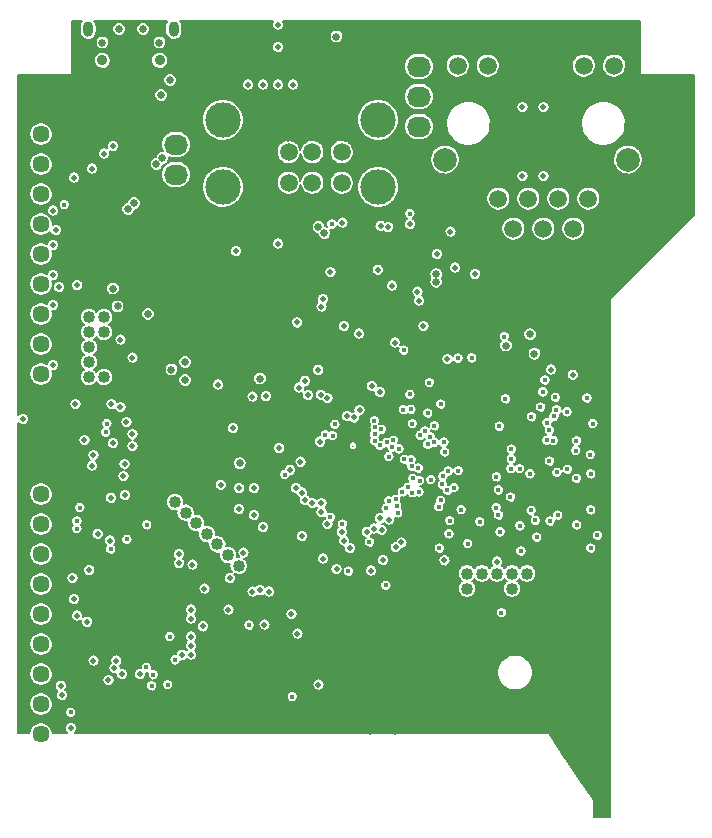
<source format=gbr>
G04 #@! TF.FileFunction,Copper,L2,Inr,Plane*
%FSLAX46Y46*%
G04 Gerber Fmt 4.6, Leading zero omitted, Abs format (unit mm)*
G04 Created by KiCad (PCBNEW 0.201504281001+5628~23~ubuntu14.04.1-product) date Tue 28 Apr 2015 03:00:40 PM PDT*
%MOMM*%
G01*
G04 APERTURE LIST*
%ADD10C,0.100000*%
%ADD11C,1.016000*%
%ADD12C,1.450000*%
%ADD13R,2.032000X1.727200*%
%ADD14O,2.032000X1.727200*%
%ADD15O,0.900000X1.300000*%
%ADD16C,0.900000*%
%ADD17C,1.500000*%
%ADD18C,3.000000*%
%ADD19C,2.000000*%
%ADD20C,0.508000*%
%ADD21C,0.431800*%
%ADD22C,0.635000*%
%ADD23C,0.203200*%
%ADD24C,0.177800*%
G04 APERTURE END LIST*
D10*
D11*
X114808000Y-132461000D03*
X114808000Y-131191000D03*
X116078000Y-132461000D03*
X116078000Y-131191000D03*
X117348000Y-132461000D03*
X117348000Y-131191000D03*
X118618000Y-132461000D03*
X118618000Y-131191000D03*
X119888000Y-132461000D03*
X119888000Y-131191000D03*
X84074000Y-114554000D03*
X82804000Y-114554000D03*
X84074000Y-113284000D03*
X82804000Y-113284000D03*
X84074000Y-112014000D03*
X82804000Y-112014000D03*
X84074000Y-110744000D03*
X82804000Y-110744000D03*
X84074000Y-109474000D03*
X82804000Y-109474000D03*
X89185910Y-124237910D03*
X90083936Y-125135936D03*
X90981962Y-126033962D03*
X91879987Y-126931987D03*
X92778013Y-127830013D03*
X93676038Y-128728038D03*
X94574064Y-129626064D03*
X95472090Y-130524090D03*
D12*
X78740000Y-91440000D03*
X78740000Y-93980000D03*
X78740000Y-96520000D03*
X78740000Y-99060000D03*
X78740000Y-101600000D03*
X78740000Y-104140000D03*
X78740000Y-106680000D03*
X78740000Y-109220000D03*
X78740000Y-111760000D03*
X78740000Y-114300000D03*
X78740000Y-121920000D03*
X78740000Y-124460000D03*
X78740000Y-127000000D03*
X78740000Y-129540000D03*
X78740000Y-132080000D03*
X78740000Y-134620000D03*
X78740000Y-137160000D03*
X78740000Y-139700000D03*
X78740000Y-142240000D03*
X78740000Y-144780000D03*
D13*
X110744000Y-85725000D03*
D14*
X110744000Y-88265000D03*
X110744000Y-90805000D03*
X110744000Y-93345000D03*
D13*
X90170000Y-92329000D03*
D14*
X90170000Y-94869000D03*
X90170000Y-97409000D03*
D15*
X82735000Y-85090000D03*
X89985000Y-85090000D03*
D16*
X83935000Y-87740000D03*
X88785000Y-87740000D03*
D17*
X104211000Y-98104000D03*
X101711000Y-98104000D03*
X99711000Y-98104000D03*
X97211000Y-98104000D03*
X104211000Y-95504000D03*
X101711000Y-95504000D03*
X99711000Y-95504000D03*
X97211000Y-95504000D03*
D18*
X107281000Y-98454000D03*
X107281000Y-92774000D03*
X94141000Y-98454000D03*
X94141000Y-92774000D03*
D17*
X125095000Y-99441000D03*
X123825000Y-101981000D03*
X122555000Y-99441000D03*
X121285000Y-101981000D03*
X120015000Y-99441000D03*
X118745000Y-101981000D03*
X117475000Y-99441000D03*
X116205000Y-101981000D03*
X114010000Y-88191000D03*
X116560000Y-88191000D03*
X124710000Y-88191000D03*
X127260000Y-88191000D03*
D19*
X128435000Y-96141000D03*
X112945000Y-96141000D03*
D20*
X94996000Y-118872000D03*
D21*
X114035000Y-112950000D03*
X115215000Y-112930000D03*
X108331000Y-132715000D03*
D20*
X108966000Y-100520480D03*
X97790002Y-109347000D03*
X100203000Y-106934000D03*
X113053764Y-104116236D03*
D21*
X81788000Y-129667000D03*
D20*
X94488002Y-142240000D03*
X94869000Y-132715000D03*
X87630000Y-95758000D03*
X88392000Y-97663000D03*
X102616000Y-112014000D03*
X123063000Y-91694000D03*
X117729000Y-91694000D03*
X84074000Y-133477000D03*
D22*
X80644998Y-96139000D03*
D20*
X102743000Y-100812591D03*
X98425000Y-99695000D03*
X96774000Y-100965000D03*
X95377000Y-101219000D03*
X95250000Y-102997000D03*
X96520000Y-105156000D03*
X98044000Y-106680000D03*
X96138291Y-125514119D03*
D22*
X82931000Y-91694000D03*
X81915000Y-90932000D03*
X90932000Y-90424000D03*
X90931999Y-88391999D03*
X91694000Y-89408000D03*
D20*
X77470000Y-144145000D03*
X77470000Y-133350000D03*
X77470000Y-114935000D03*
X77470000Y-102870000D03*
X105410000Y-85725000D03*
X113030000Y-86360000D03*
X120015000Y-86360000D03*
X127635000Y-86360000D03*
X132080000Y-90805000D03*
X106680000Y-142240000D03*
X109196243Y-142216243D03*
X111760000Y-142240000D03*
X114300000Y-142240000D03*
X116840000Y-142240000D03*
X119380000Y-142240000D03*
X121920000Y-139700000D03*
X124460000Y-139700000D03*
X124460000Y-142240000D03*
X121920000Y-142240000D03*
D21*
X86360000Y-144526000D03*
X88900000Y-144526000D03*
X91440000Y-144526000D03*
X93980000Y-144526000D03*
X96520000Y-144526000D03*
X99163686Y-144591064D03*
X101600000Y-144526000D03*
X104140000Y-144526000D03*
X111760000Y-144526000D03*
X114300000Y-144526000D03*
X116840000Y-144526000D03*
X119380000Y-144526000D03*
X122936000Y-146177000D03*
X121793000Y-144526000D03*
X123825000Y-147574000D03*
X124714000Y-148844000D03*
X125730000Y-150114000D03*
X125730000Y-151638000D03*
X126746000Y-151638000D03*
X126746000Y-149860000D03*
X126746000Y-147320000D03*
X126746000Y-144780000D03*
X126746000Y-142240000D03*
X133858000Y-100584000D03*
X132334000Y-102108000D03*
X130810000Y-103632000D03*
X129540000Y-104902000D03*
X128270000Y-106172000D03*
X127000000Y-107442000D03*
X126746000Y-111760000D03*
X126746000Y-109474000D03*
X126834910Y-114300000D03*
X126834910Y-116840000D03*
D20*
X125475960Y-114808000D03*
X126746000Y-119380000D03*
X126746000Y-121920000D03*
D21*
X126746000Y-124460000D03*
D20*
X126746000Y-127000000D03*
X126746000Y-129540000D03*
X126746000Y-134620000D03*
X126746000Y-132080000D03*
D21*
X88660000Y-121195000D03*
D20*
X85090000Y-89535000D03*
D21*
X105135000Y-120920000D03*
D20*
X105346500Y-124841000D03*
D21*
X105460000Y-123945000D03*
D20*
X105981500Y-125349000D03*
X105791000Y-128524000D03*
D22*
X120078500Y-107569000D03*
D21*
X122240000Y-104760000D03*
X121685000Y-105580000D03*
X120425000Y-105505000D03*
X114380000Y-104440000D03*
X115145000Y-104335000D03*
D22*
X124713980Y-112268000D03*
D21*
X125412500Y-122174000D03*
X124076300Y-126362639D03*
X121856500Y-129413000D03*
X123317000Y-129413000D03*
X121158000Y-124206000D03*
X116448118Y-119959132D03*
X115443000Y-124358430D03*
X115314375Y-125768090D03*
D20*
X97218500Y-123253500D03*
D21*
X120141730Y-127088920D03*
X114215467Y-124168171D03*
D22*
X126682500Y-137858500D03*
X126682500Y-139954000D03*
D20*
X104330500Y-138747500D03*
X104838500Y-139954000D03*
D22*
X106616500Y-144526000D03*
X108712000Y-144526000D03*
D20*
X99060000Y-136525000D03*
X97790000Y-139446000D03*
X95123000Y-136398000D03*
X100326751Y-128520751D03*
X106553000Y-132715000D03*
X105410000Y-137287000D03*
X113030000Y-134239000D03*
X87757000Y-135128000D03*
X86614000Y-130429000D03*
X86233000Y-131445000D03*
X81835514Y-98933000D03*
X86360000Y-123952000D03*
X101346000Y-132588000D03*
X109474000Y-103632000D03*
D21*
X119313898Y-123123722D03*
X105727510Y-115316000D03*
X104711500Y-115316000D03*
X125285500Y-120205500D03*
X124968000Y-117919500D03*
X124015500Y-125476000D03*
X117650945Y-116841152D03*
X110600972Y-117119430D03*
X115316000Y-118808500D03*
X123270522Y-123902258D03*
X119306624Y-121488190D03*
X124079000Y-122301000D03*
X110299500Y-129667000D03*
X104076500Y-132461000D03*
X119272880Y-128139687D03*
X119329200Y-123952020D03*
X119176800Y-124790200D03*
D22*
X118237000Y-107569000D03*
X123063000Y-112268000D03*
X121031000Y-110744000D03*
X119253000Y-108966000D03*
X117141422Y-108115580D03*
D21*
X115189000Y-109601000D03*
D22*
X113245125Y-108800125D03*
X114130662Y-107971162D03*
X117030500Y-112903000D03*
D21*
X117030500Y-110998000D03*
X117983000Y-109156500D03*
D22*
X120078500Y-109156500D03*
X121793000Y-107950000D03*
D20*
X118173500Y-112903000D03*
X119317728Y-112916416D03*
X119964198Y-113004601D03*
X121158000Y-112908069D03*
X107442000Y-112925809D03*
X105410000Y-110236000D03*
X103859113Y-107018119D03*
X104267000Y-108077000D03*
X105410000Y-108966000D03*
X108077000Y-108331000D03*
X98806000Y-108966000D03*
X104198980Y-104716020D03*
X106079398Y-105520998D03*
X112087451Y-99295477D03*
X97536000Y-86614000D03*
X97536000Y-84709000D03*
X102997000Y-86995000D03*
X103886000Y-87884000D03*
X98298000Y-92456000D03*
D22*
X85090000Y-103251000D03*
X83185000Y-102489000D03*
X81788000Y-105664000D03*
X82677000Y-105918000D03*
X84709000Y-107950000D03*
X89745810Y-107442000D03*
X88138000Y-107442000D03*
D20*
X96245445Y-127113297D03*
X79502000Y-118999000D03*
X79502000Y-117094000D03*
X97282000Y-111252000D03*
X97282000Y-112903000D03*
X94996000Y-119761000D03*
X95758000Y-117094000D03*
X97282000Y-116586000D03*
X97282000Y-118110000D03*
X96139000Y-128270000D03*
X99314000Y-129540000D03*
X99314000Y-130937000D03*
X100330000Y-131908002D03*
X100711000Y-134493000D03*
X83312000Y-140182632D03*
X81915000Y-138557000D03*
X89408000Y-143002000D03*
X83947000Y-144272000D03*
X102362000Y-136017000D03*
X114300000Y-138811000D03*
X116332000Y-137668000D03*
X111252000Y-138811000D03*
X109728000Y-141224000D03*
X109728000Y-136398000D03*
X104013000Y-141224000D03*
X92608390Y-138430000D03*
X90043000Y-137795000D03*
X115935118Y-134731118D03*
X108839000Y-131699000D03*
D21*
X99695000Y-123698000D03*
X112060000Y-128645000D03*
X104295000Y-122280000D03*
X99020000Y-112380000D03*
X98435000Y-113315000D03*
X98435000Y-114530000D03*
X98445000Y-116165000D03*
D20*
X97409000Y-118999000D03*
D21*
X99705000Y-111615000D03*
X100530000Y-113500000D03*
D20*
X100203000Y-107950000D03*
D21*
X98540000Y-104640000D03*
X99270000Y-104800000D03*
X101750000Y-102815000D03*
D20*
X100965000Y-102870000D03*
D21*
X115455000Y-111280000D03*
X114770000Y-112070000D03*
D22*
X116141500Y-111887000D03*
D21*
X112760000Y-110430000D03*
X112760000Y-109385000D03*
X112790000Y-111295000D03*
X120710000Y-104780000D03*
X116230000Y-105820000D03*
D20*
X104394011Y-124002800D03*
X102971600Y-123723400D03*
D21*
X107950000Y-122885200D03*
D20*
X106553000Y-133413500D03*
X106553000Y-134175500D03*
X106553000Y-135064500D03*
X106553000Y-135953500D03*
X104076500Y-133413500D03*
X104076500Y-134239000D03*
X104076500Y-135128000D03*
X104076500Y-135953500D03*
X103568500Y-136461500D03*
X103568500Y-137223500D03*
X103568500Y-138239500D03*
X107315000Y-136588500D03*
X107378500Y-137858500D03*
X106489500Y-139636500D03*
X104965500Y-142836890D03*
X104895640Y-144335500D03*
X105924360Y-144334510D03*
X106108500Y-142811500D03*
X111696500Y-131318000D03*
X112331500Y-132016500D03*
X112839500Y-132524500D03*
X109410500Y-132334000D03*
X110045500Y-133032500D03*
X110744000Y-133667500D03*
X110871000Y-134620000D03*
X111633000Y-135572500D03*
X113093500Y-136017000D03*
X117094000Y-135890000D03*
X126602366Y-136137640D03*
X124777500Y-136080500D03*
X122428000Y-136080500D03*
X120523000Y-136080500D03*
X118681500Y-136080500D03*
X117348000Y-137166360D03*
X118999000Y-137166360D03*
X120523000Y-137166360D03*
X122428000Y-137166360D03*
X124777500Y-137166360D03*
X126644862Y-137166360D03*
X115471573Y-136807573D03*
X114797702Y-135820812D03*
X103123709Y-114934709D03*
X110299500Y-110744000D03*
X111771794Y-112192706D03*
X101897190Y-142285722D03*
X124460000Y-144780000D03*
X125222000Y-146812000D03*
X124460000Y-134620000D03*
X124487084Y-132090833D03*
X121920000Y-134620000D03*
X121892916Y-132090833D03*
X111125000Y-130683000D03*
D21*
X86942639Y-126492020D03*
X87600170Y-124557170D03*
D20*
X105410000Y-112268000D03*
X91186000Y-107442000D03*
X91186000Y-105537000D03*
X91186000Y-103378000D03*
X91186000Y-101219000D03*
X89789000Y-104394000D03*
X89789000Y-102997000D03*
X86106000Y-94615000D03*
D22*
X82931000Y-107205756D03*
D20*
X85598000Y-132461000D03*
X86106000Y-92583000D03*
X82042000Y-88900000D03*
D22*
X82931000Y-98298000D03*
X84582000Y-99187000D03*
X84582000Y-97790000D03*
X85598000Y-98552000D03*
X93091000Y-113157000D03*
X92329000Y-112649000D03*
X91948000Y-112014000D03*
X89916000Y-112141000D03*
X90932000Y-111379000D03*
D20*
X89789000Y-101028500D03*
X88011000Y-99314000D03*
X90043000Y-99313998D03*
X87649062Y-93472000D03*
X87096599Y-119888000D03*
X87096599Y-117094000D03*
X87096599Y-114173000D03*
X88412348Y-114173000D03*
X88412348Y-115570000D03*
X88412348Y-117348000D03*
X88412348Y-119380000D03*
X98104323Y-103057323D03*
X87249000Y-112395000D03*
X89789000Y-109855000D03*
X88519000Y-111125000D03*
X91186000Y-110109000D03*
X98425000Y-98171000D03*
X99060000Y-96901000D03*
X98425000Y-95631000D03*
X99695000Y-94361000D03*
X100711000Y-94742000D03*
X102870000Y-96012000D03*
X102616000Y-94742000D03*
X104140000Y-96774000D03*
X109855000Y-96774000D03*
X120659029Y-102997000D03*
X116586000Y-104394000D03*
X119238974Y-104379974D03*
X119253000Y-103124000D03*
X117602000Y-102870000D03*
X116967000Y-100711000D03*
X118745000Y-99441000D03*
X121920000Y-100711000D03*
X123190000Y-100584000D03*
X123825000Y-98933000D03*
X125590991Y-101092000D03*
X125590991Y-102997000D03*
X125590991Y-104775000D03*
X122809000Y-103378000D03*
D21*
X98213296Y-118449021D03*
D20*
X98552000Y-117094000D03*
X86995000Y-110251014D03*
X81724500Y-136842500D03*
X96393000Y-118237000D03*
X99314000Y-119761000D03*
X100076000Y-116713000D03*
X100076000Y-118618006D03*
X100063138Y-114541138D03*
D22*
X82931000Y-99631500D03*
D20*
X86106000Y-97408998D03*
X107060992Y-141224000D03*
X104902000Y-141224000D03*
D21*
X110210000Y-123130000D03*
D20*
X113157000Y-113029936D03*
D21*
X124015500Y-120777000D03*
D20*
X123761500Y-114363500D03*
D21*
X107010200Y-119964200D03*
D20*
X104394000Y-128397000D03*
D21*
X107954313Y-125678596D03*
X113150798Y-124145452D03*
D20*
X93956243Y-123674243D03*
X104648000Y-117856000D03*
X107442000Y-115824000D03*
X100838000Y-124333000D03*
X100711000Y-121716820D03*
D21*
X103251000Y-126428500D03*
X110836068Y-119499191D03*
D20*
X98907600Y-120573800D03*
D21*
X102806500Y-119443500D03*
X109791500Y-123888500D03*
X104765000Y-130990000D03*
X125285500Y-122745500D03*
D20*
X95523243Y-123971243D03*
D21*
X112712500Y-123634500D03*
X117609982Y-127668382D03*
X117456399Y-124111498D03*
X117281248Y-125603012D03*
X110791211Y-123329750D03*
X125285500Y-129032000D03*
X125857000Y-127952500D03*
X125249658Y-121120000D03*
D22*
X95567500Y-121856500D03*
D20*
X107696000Y-130048000D03*
X104199963Y-127664981D03*
D21*
X117538500Y-118706940D03*
X117284500Y-122999500D03*
X122478800Y-126238000D03*
X120243600Y-125831600D03*
X122428000Y-122631200D03*
X124968000Y-116332000D03*
X120142000Y-122745500D03*
D22*
X118110000Y-111887000D03*
X120523000Y-112585500D03*
X120142000Y-110934500D03*
D21*
X117983000Y-111125000D03*
D20*
X121920000Y-113919000D03*
D21*
X125285500Y-125793500D03*
X112470000Y-129035000D03*
X110070832Y-117296129D03*
D22*
X103759000Y-85725000D03*
X102743000Y-102362006D03*
X102235000Y-101854000D03*
X89662000Y-89408000D03*
D21*
X109450000Y-112270000D03*
D20*
X105664000Y-110871000D03*
D22*
X112204500Y-106489500D03*
X112204500Y-105854500D03*
D20*
X98806000Y-86614000D03*
X98806000Y-84709000D03*
X95250000Y-103886000D03*
X98806000Y-103251000D03*
D22*
X88900000Y-90678000D03*
X86106008Y-100330000D03*
X86613996Y-99822000D03*
X88519000Y-96520000D03*
X89027000Y-96012000D03*
D21*
X86020000Y-128295000D03*
D20*
X86487000Y-120396000D03*
X82833099Y-130907901D03*
D22*
X84836000Y-107061000D03*
D20*
X84836000Y-94996000D03*
X84074000Y-95631000D03*
X81811757Y-106783243D03*
X83185000Y-121158000D03*
X81280000Y-144272000D03*
D21*
X81265000Y-142938480D03*
D20*
X92583008Y-132461000D03*
D22*
X85222158Y-108579842D03*
X87803009Y-109213428D03*
X89789000Y-113919000D03*
X90932000Y-114808000D03*
X90932000Y-113284000D03*
D20*
X86487002Y-112903000D03*
D21*
X89662000Y-136525000D03*
D22*
X85343998Y-85090000D03*
X87376000Y-85090000D03*
X88773000Y-86233000D03*
X83947000Y-86233000D03*
D20*
X81534000Y-133350000D03*
X81788000Y-134747000D03*
D21*
X118554500Y-121488220D03*
X118554500Y-120650000D03*
D20*
X103767407Y-130818407D03*
X108126786Y-101863394D03*
X100431600Y-109931200D03*
X108458000Y-106807000D03*
X107500325Y-101759531D03*
X79756000Y-100457004D03*
X79756000Y-103378000D03*
X79756000Y-105918000D03*
X80010000Y-102108000D03*
X79756000Y-108458000D03*
X79755960Y-113538000D03*
X77216000Y-118110000D03*
X85115380Y-138557000D03*
X102235000Y-140589000D03*
X107579569Y-127505483D03*
X96647000Y-132715000D03*
X97663000Y-135509000D03*
X100457000Y-136271000D03*
X102489000Y-125222000D03*
X97282000Y-132588000D03*
X102489000Y-125984000D03*
D21*
X109982000Y-100711000D03*
X103378000Y-101600000D03*
D20*
X112903000Y-130073390D03*
D21*
X125476000Y-118491000D03*
D20*
X108204000Y-126619000D03*
D21*
X119380000Y-129286000D03*
D20*
X117348000Y-130175000D03*
X109257637Y-128562120D03*
X107442000Y-126505982D03*
D21*
X90090000Y-138500000D03*
X89465000Y-140595000D03*
X117730000Y-134510000D03*
D20*
X100838000Y-128016000D03*
D21*
X82042000Y-125603000D03*
D20*
X82422998Y-119888000D03*
D21*
X81788000Y-127381000D03*
D20*
X81661000Y-116840000D03*
D21*
X81788000Y-126746000D03*
D20*
X85471000Y-117094000D03*
X92456000Y-135661380D03*
X85471000Y-111379000D03*
X91440000Y-136525000D03*
X84709000Y-116840000D03*
X84659999Y-124777520D03*
X80264000Y-106934000D03*
X84836000Y-120142000D03*
X85979000Y-118364000D03*
X85852000Y-124548880D03*
X81407000Y-131572000D03*
X91440000Y-135001000D03*
D21*
X84328000Y-118491000D03*
D20*
X91440000Y-134239000D03*
D21*
X84221698Y-119225948D03*
D20*
X83185000Y-138557000D03*
D21*
X87655000Y-139125000D03*
D20*
X80414764Y-140692236D03*
X87122000Y-139700000D03*
X80518000Y-141478000D03*
X84963000Y-139192000D03*
X85598000Y-139700000D03*
X84455000Y-140208000D03*
D21*
X88250000Y-139745000D03*
X88100000Y-140695000D03*
X106553000Y-128524000D03*
D20*
X121285000Y-97532179D03*
X101346000Y-116078000D03*
X102429037Y-116048019D03*
X102997000Y-116332000D03*
D21*
X103632000Y-118554500D03*
D20*
X119507000Y-97532179D03*
X94742000Y-131572000D03*
X105714800Y-117361982D03*
X106743500Y-115316000D03*
X95504000Y-125730000D03*
X101727000Y-125222000D03*
X95885000Y-129413000D03*
X101092000Y-124968000D03*
X94615000Y-134239000D03*
X111125000Y-110236000D03*
X100584000Y-115443000D03*
X101092000Y-114871500D03*
X106934000Y-127381000D03*
X102616000Y-129921000D03*
X83058000Y-96901000D03*
X91440000Y-138049000D03*
D21*
X80708500Y-99949000D03*
D20*
X91440000Y-137287000D03*
X85816283Y-121920000D03*
X83058000Y-122047000D03*
X81534000Y-97663000D03*
X85725000Y-122936000D03*
D21*
X84630000Y-129115000D03*
D20*
X93726000Y-115189000D03*
X82648159Y-135283841D03*
D21*
X87693500Y-127063500D03*
D20*
X83540620Y-127840863D03*
X91567000Y-130429004D03*
X90433270Y-130311270D03*
X90424000Y-129540000D03*
D21*
X110747082Y-124274036D03*
X112406168Y-125538751D03*
D20*
X98044000Y-132715000D03*
X102997000Y-127000000D03*
X90669643Y-138060385D03*
X84573018Y-128404814D03*
X100076000Y-89789000D03*
X96266000Y-89789000D03*
D21*
X99377500Y-122809000D03*
D20*
X102489000Y-108585000D03*
D21*
X114871500Y-128651000D03*
X120713500Y-128104910D03*
X115887500Y-126809500D03*
X118491000Y-124714000D03*
X121843800Y-126746000D03*
X117475000Y-126238000D03*
X112777632Y-122937632D03*
X112583856Y-125005248D03*
X124094218Y-127076767D03*
X108951197Y-126047823D03*
X108845679Y-125475434D03*
X120586500Y-126682500D03*
X108775500Y-124904500D03*
X114307558Y-125785942D03*
X109347000Y-124269500D03*
X113347500Y-126720570D03*
X113284000Y-127825500D03*
X110172500Y-124333000D03*
X119285003Y-127152916D03*
X111760000Y-123240800D03*
X113220500Y-122504220D03*
X112585500Y-116840000D03*
X118046500Y-116395500D03*
X111472247Y-120243837D03*
X118517928Y-122320000D03*
X114071420Y-122478800D03*
X111252000Y-119126000D03*
X123317000Y-122364500D03*
X112052080Y-118681500D03*
X121793000Y-121666000D03*
X110179967Y-118501871D03*
X123275985Y-117496661D03*
X122293018Y-116263782D03*
X111632828Y-115029791D03*
X122175625Y-117854375D03*
X124079000Y-119951500D03*
X121412000Y-114808000D03*
X110671876Y-122258151D03*
X112928793Y-120897518D03*
X110128688Y-122126936D03*
X112852200Y-120065800D03*
X110074660Y-121564584D03*
X112022836Y-120078591D03*
X109517948Y-121516183D03*
X111701674Y-119621288D03*
X119262170Y-122310494D03*
X113706252Y-123926580D03*
X108204000Y-121285000D03*
X109046565Y-120640949D03*
X124079000Y-123126500D03*
X121564430Y-119913420D03*
X108487271Y-120472930D03*
X120269000Y-117919500D03*
X108587914Y-119923256D03*
X108013500Y-120078500D03*
X121031000Y-117094000D03*
X121233106Y-115812394D03*
X107442000Y-120332500D03*
X122385061Y-117331694D03*
X107569000Y-118973580D03*
X109433004Y-117306985D03*
X121581012Y-118409276D03*
X107031398Y-118816554D03*
X109982000Y-116014500D03*
X121793000Y-119062500D03*
X106959420Y-118262400D03*
X111480580Y-117602000D03*
X122123071Y-119927238D03*
X106984800Y-119380000D03*
D20*
X110617000Y-107315000D03*
X97536000Y-89789000D03*
X110744000Y-108077000D03*
X98806000Y-89789000D03*
X107251500Y-105473500D03*
X102616000Y-107950000D03*
X104394000Y-110236000D03*
X103251000Y-105664000D03*
X108712000Y-111633000D03*
X113792000Y-105283000D03*
X115497019Y-105845019D03*
D21*
X107950000Y-132182992D03*
D20*
X113411000Y-102235000D03*
X121285000Y-91694000D03*
X119507000Y-91694000D03*
D21*
X108204000Y-125031500D03*
X96355000Y-135550000D03*
D20*
X105271856Y-117974448D03*
X108772093Y-128971372D03*
X104902000Y-129032000D03*
X106680000Y-130937000D03*
X100330000Y-123952000D03*
X106317948Y-127662013D03*
X99949000Y-134620000D03*
D21*
X104267000Y-127000000D03*
D20*
X96774000Y-123952000D03*
X96774000Y-126238000D03*
X97536000Y-127254000D03*
X99827950Y-122397603D03*
X102352449Y-120022803D03*
D21*
X103441500Y-119507000D03*
D20*
X102212974Y-113944380D03*
D21*
X100012500Y-141605000D03*
D22*
X97282000Y-114681000D03*
D20*
X96647000Y-116205000D03*
X97790000Y-116179609D03*
X86487000Y-119380000D03*
X104267000Y-101473000D03*
X109982000Y-101600000D03*
X112268000Y-104140000D03*
D23*
X105156000Y-120361000D02*
X105155000Y-120360000D01*
X105791000Y-128524000D02*
X105791000Y-125539500D01*
X105791000Y-125539500D02*
X105981500Y-125349000D01*
X105460000Y-132030000D02*
X105460000Y-123945000D01*
X104076500Y-133413500D02*
X105460000Y-132030000D01*
D24*
G36*
X134023100Y-100801176D02*
X129701754Y-105122522D01*
X129701754Y-96016794D01*
X129653504Y-95773112D01*
X129558841Y-95543443D01*
X129421372Y-95336535D01*
X129246332Y-95160268D01*
X129040388Y-95021358D01*
X128811386Y-94925094D01*
X128568047Y-94875144D01*
X128319640Y-94873409D01*
X128276743Y-94881592D01*
X128276743Y-88091307D01*
X128238016Y-87895720D01*
X128162036Y-87711379D01*
X128051698Y-87545307D01*
X127911204Y-87403829D01*
X127745907Y-87292334D01*
X127562101Y-87215069D01*
X127366788Y-87174978D01*
X127167408Y-87173586D01*
X126971555Y-87210947D01*
X126786688Y-87285638D01*
X126619850Y-87394814D01*
X126477394Y-87534316D01*
X126364748Y-87698831D01*
X126286202Y-87882093D01*
X126244748Y-88077121D01*
X126241964Y-88276487D01*
X126277957Y-88472596D01*
X126351355Y-88657980D01*
X126459364Y-88825576D01*
X126597868Y-88969002D01*
X126761593Y-89082794D01*
X126944302Y-89162617D01*
X127139036Y-89205432D01*
X127338378Y-89209608D01*
X127534734Y-89174985D01*
X127720625Y-89102883D01*
X127888971Y-88996047D01*
X128033361Y-88858547D01*
X128148293Y-88695620D01*
X128229390Y-88513473D01*
X128273563Y-88319043D01*
X128276743Y-88091307D01*
X128276743Y-94881592D01*
X128236781Y-94889215D01*
X128236781Y-92905509D01*
X128164724Y-92541593D01*
X128023354Y-92198604D01*
X127818056Y-91889605D01*
X127556649Y-91626368D01*
X127249092Y-91418917D01*
X126907098Y-91275156D01*
X126543693Y-91200560D01*
X126172721Y-91197970D01*
X125808310Y-91267485D01*
X125726743Y-91300440D01*
X125726743Y-88091307D01*
X125688016Y-87895720D01*
X125612036Y-87711379D01*
X125501698Y-87545307D01*
X125361204Y-87403829D01*
X125195907Y-87292334D01*
X125012101Y-87215069D01*
X124816788Y-87174978D01*
X124617408Y-87173586D01*
X124421555Y-87210947D01*
X124236688Y-87285638D01*
X124069850Y-87394814D01*
X123927394Y-87534316D01*
X123814748Y-87698831D01*
X123736202Y-87882093D01*
X123694748Y-88077121D01*
X123691964Y-88276487D01*
X123727957Y-88472596D01*
X123801355Y-88657980D01*
X123909364Y-88825576D01*
X124047868Y-88969002D01*
X124211593Y-89082794D01*
X124394302Y-89162617D01*
X124589036Y-89205432D01*
X124788378Y-89209608D01*
X124984734Y-89174985D01*
X125170625Y-89102883D01*
X125338971Y-88996047D01*
X125483361Y-88858547D01*
X125598293Y-88695620D01*
X125679390Y-88513473D01*
X125723563Y-88319043D01*
X125726743Y-88091307D01*
X125726743Y-91300440D01*
X125464342Y-91406457D01*
X125153918Y-91609593D01*
X124888862Y-91869155D01*
X124679270Y-92175257D01*
X124533125Y-92516239D01*
X124455993Y-92879114D01*
X124450814Y-93250059D01*
X124517783Y-93614946D01*
X124654350Y-93959876D01*
X124855314Y-94271711D01*
X125113019Y-94538572D01*
X125417651Y-94750297D01*
X125757604Y-94898819D01*
X126119931Y-94978481D01*
X126490832Y-94986251D01*
X126856177Y-94921830D01*
X127202052Y-94787674D01*
X127515282Y-94588893D01*
X127783936Y-94333057D01*
X127997782Y-94029911D01*
X128148674Y-93691002D01*
X128230864Y-93329240D01*
X128236781Y-92905509D01*
X128236781Y-94889215D01*
X128075628Y-94919957D01*
X127845303Y-95013014D01*
X127637440Y-95149036D01*
X127459956Y-95322841D01*
X127319611Y-95527810D01*
X127221751Y-95756135D01*
X127170103Y-95999119D01*
X127166635Y-96247508D01*
X127211478Y-96491839D01*
X127302925Y-96722807D01*
X127437492Y-96931615D01*
X127610054Y-97110308D01*
X127814038Y-97252081D01*
X128041674Y-97351532D01*
X128284292Y-97404875D01*
X128532650Y-97410078D01*
X128777289Y-97366941D01*
X129008890Y-97277109D01*
X129218632Y-97144003D01*
X129398525Y-96972693D01*
X129541718Y-96769704D01*
X129642757Y-96542767D01*
X129697792Y-96300528D01*
X129701754Y-96016794D01*
X129701754Y-105122522D01*
X126911100Y-107913176D01*
X126911100Y-151803100D01*
X126339621Y-151803100D01*
X126339621Y-127905179D01*
X126321238Y-127812338D01*
X126285172Y-127724837D01*
X126232798Y-127646007D01*
X126166109Y-127578851D01*
X126111743Y-127542180D01*
X126111743Y-99341307D01*
X126073016Y-99145720D01*
X125997036Y-98961379D01*
X125886698Y-98795307D01*
X125746204Y-98653829D01*
X125580907Y-98542334D01*
X125397101Y-98465069D01*
X125201788Y-98424978D01*
X125002408Y-98423586D01*
X124806555Y-98460947D01*
X124621688Y-98535638D01*
X124454850Y-98644814D01*
X124312394Y-98784316D01*
X124199748Y-98948831D01*
X124121202Y-99132093D01*
X124079748Y-99327121D01*
X124076964Y-99526487D01*
X124112957Y-99722596D01*
X124186355Y-99907980D01*
X124294364Y-100075576D01*
X124432868Y-100219002D01*
X124596593Y-100332794D01*
X124779302Y-100412617D01*
X124974036Y-100455432D01*
X125173378Y-100459608D01*
X125369734Y-100424985D01*
X125555625Y-100352883D01*
X125723971Y-100246047D01*
X125868361Y-100108547D01*
X125983293Y-99945620D01*
X126064390Y-99763473D01*
X126108563Y-99569043D01*
X126111743Y-99341307D01*
X126111743Y-127542180D01*
X126087647Y-127525928D01*
X126000399Y-127489252D01*
X125958621Y-127480676D01*
X125958621Y-118443679D01*
X125940238Y-118350838D01*
X125904172Y-118263337D01*
X125851798Y-118184507D01*
X125785109Y-118117351D01*
X125706647Y-118064428D01*
X125619399Y-118027752D01*
X125526690Y-118008722D01*
X125450621Y-118008190D01*
X125450621Y-116284679D01*
X125432238Y-116191838D01*
X125396172Y-116104337D01*
X125343798Y-116025507D01*
X125277109Y-115958351D01*
X125198647Y-115905428D01*
X125111399Y-115868752D01*
X125018690Y-115849722D01*
X124924049Y-115849061D01*
X124841743Y-115864761D01*
X124841743Y-101881307D01*
X124803016Y-101685720D01*
X124727036Y-101501379D01*
X124616698Y-101335307D01*
X124476204Y-101193829D01*
X124310907Y-101082334D01*
X124127101Y-101005069D01*
X123931788Y-100964978D01*
X123732408Y-100963586D01*
X123571743Y-100994234D01*
X123571743Y-99341307D01*
X123533016Y-99145720D01*
X123457036Y-98961379D01*
X123346698Y-98795307D01*
X123206204Y-98653829D01*
X123040907Y-98542334D01*
X122857101Y-98465069D01*
X122661788Y-98424978D01*
X122462408Y-98423586D01*
X122266555Y-98460947D01*
X122081688Y-98535638D01*
X121914850Y-98644814D01*
X121805722Y-98751679D01*
X121805722Y-97481122D01*
X121805722Y-91642943D01*
X121785888Y-91542773D01*
X121746975Y-91448364D01*
X121690466Y-91363310D01*
X121618512Y-91290853D01*
X121533856Y-91233751D01*
X121439720Y-91194180D01*
X121339691Y-91173647D01*
X121237579Y-91172934D01*
X121137274Y-91192069D01*
X121042595Y-91230321D01*
X120957149Y-91286236D01*
X120884191Y-91357681D01*
X120826500Y-91441937D01*
X120786273Y-91535794D01*
X120765042Y-91635677D01*
X120763616Y-91737782D01*
X120782050Y-91838219D01*
X120819640Y-91933162D01*
X120874957Y-92018996D01*
X120945891Y-92092451D01*
X121029743Y-92150729D01*
X121123316Y-92191611D01*
X121223049Y-92213538D01*
X121325141Y-92215677D01*
X121425704Y-92197945D01*
X121520908Y-92161018D01*
X121607126Y-92106302D01*
X121681074Y-92035882D01*
X121739936Y-91952440D01*
X121781470Y-91859154D01*
X121804093Y-91759577D01*
X121805722Y-91642943D01*
X121805722Y-97481122D01*
X121785888Y-97380952D01*
X121746975Y-97286543D01*
X121690466Y-97201489D01*
X121618512Y-97129032D01*
X121533856Y-97071930D01*
X121439720Y-97032359D01*
X121339691Y-97011826D01*
X121237579Y-97011113D01*
X121137274Y-97030248D01*
X121042595Y-97068500D01*
X120957149Y-97124415D01*
X120884191Y-97195860D01*
X120826500Y-97280116D01*
X120786273Y-97373973D01*
X120765042Y-97473856D01*
X120763616Y-97575961D01*
X120782050Y-97676398D01*
X120819640Y-97771341D01*
X120874957Y-97857175D01*
X120945891Y-97930630D01*
X121029743Y-97988908D01*
X121123316Y-98029790D01*
X121223049Y-98051717D01*
X121325141Y-98053856D01*
X121425704Y-98036124D01*
X121520908Y-97999197D01*
X121607126Y-97944481D01*
X121681074Y-97874061D01*
X121739936Y-97790619D01*
X121781470Y-97697333D01*
X121804093Y-97597756D01*
X121805722Y-97481122D01*
X121805722Y-98751679D01*
X121772394Y-98784316D01*
X121659748Y-98948831D01*
X121581202Y-99132093D01*
X121539748Y-99327121D01*
X121536964Y-99526487D01*
X121572957Y-99722596D01*
X121646355Y-99907980D01*
X121754364Y-100075576D01*
X121892868Y-100219002D01*
X122056593Y-100332794D01*
X122239302Y-100412617D01*
X122434036Y-100455432D01*
X122633378Y-100459608D01*
X122829734Y-100424985D01*
X123015625Y-100352883D01*
X123183971Y-100246047D01*
X123328361Y-100108547D01*
X123443293Y-99945620D01*
X123524390Y-99763473D01*
X123568563Y-99569043D01*
X123571743Y-99341307D01*
X123571743Y-100994234D01*
X123536555Y-101000947D01*
X123351688Y-101075638D01*
X123184850Y-101184814D01*
X123042394Y-101324316D01*
X122929748Y-101488831D01*
X122851202Y-101672093D01*
X122809748Y-101867121D01*
X122806964Y-102066487D01*
X122842957Y-102262596D01*
X122916355Y-102447980D01*
X123024364Y-102615576D01*
X123162868Y-102759002D01*
X123326593Y-102872794D01*
X123509302Y-102952617D01*
X123704036Y-102995432D01*
X123903378Y-102999608D01*
X124099734Y-102964985D01*
X124285625Y-102892883D01*
X124453971Y-102786047D01*
X124598361Y-102648547D01*
X124713293Y-102485620D01*
X124794390Y-102303473D01*
X124838563Y-102109043D01*
X124841743Y-101881307D01*
X124841743Y-115864761D01*
X124831083Y-115866795D01*
X124743332Y-115902249D01*
X124664138Y-115954072D01*
X124596518Y-116020290D01*
X124543048Y-116098381D01*
X124505764Y-116185370D01*
X124486087Y-116277945D01*
X124484766Y-116372578D01*
X124501851Y-116465666D01*
X124536691Y-116553663D01*
X124587960Y-116633216D01*
X124653704Y-116701297D01*
X124731420Y-116755310D01*
X124818147Y-116793201D01*
X124910582Y-116813524D01*
X125005204Y-116815506D01*
X125098409Y-116799071D01*
X125186646Y-116764846D01*
X125266556Y-116714134D01*
X125335093Y-116648867D01*
X125389649Y-116571530D01*
X125428143Y-116485069D01*
X125449111Y-116392778D01*
X125450621Y-116284679D01*
X125450621Y-118008190D01*
X125432049Y-118008061D01*
X125339083Y-118025795D01*
X125251332Y-118061249D01*
X125172138Y-118113072D01*
X125104518Y-118179290D01*
X125051048Y-118257381D01*
X125013764Y-118344370D01*
X124994087Y-118436945D01*
X124992766Y-118531578D01*
X125009851Y-118624666D01*
X125044691Y-118712663D01*
X125095960Y-118792216D01*
X125161704Y-118860297D01*
X125239420Y-118914310D01*
X125326147Y-118952201D01*
X125418582Y-118972524D01*
X125513204Y-118974506D01*
X125606409Y-118958071D01*
X125694646Y-118923846D01*
X125774556Y-118873134D01*
X125843093Y-118807867D01*
X125897649Y-118730530D01*
X125936143Y-118644069D01*
X125957111Y-118551778D01*
X125958621Y-118443679D01*
X125958621Y-127480676D01*
X125907690Y-127470222D01*
X125813049Y-127469561D01*
X125768121Y-127478131D01*
X125768121Y-125746179D01*
X125768121Y-122698179D01*
X125749738Y-122605338D01*
X125732279Y-122562980D01*
X125732279Y-121072679D01*
X125713896Y-120979838D01*
X125677830Y-120892337D01*
X125625456Y-120813507D01*
X125558767Y-120746351D01*
X125480305Y-120693428D01*
X125393057Y-120656752D01*
X125300348Y-120637722D01*
X125205707Y-120637061D01*
X125112741Y-120654795D01*
X125024990Y-120690249D01*
X124945796Y-120742072D01*
X124878176Y-120808290D01*
X124824706Y-120886381D01*
X124787422Y-120973370D01*
X124767745Y-121065945D01*
X124766424Y-121160578D01*
X124783509Y-121253666D01*
X124818349Y-121341663D01*
X124869618Y-121421216D01*
X124935362Y-121489297D01*
X125013078Y-121543310D01*
X125099805Y-121581201D01*
X125192240Y-121601524D01*
X125286862Y-121603506D01*
X125380067Y-121587071D01*
X125468304Y-121552846D01*
X125548214Y-121502134D01*
X125616751Y-121436867D01*
X125671307Y-121359530D01*
X125709801Y-121273069D01*
X125730769Y-121180778D01*
X125732279Y-121072679D01*
X125732279Y-122562980D01*
X125713672Y-122517837D01*
X125661298Y-122439007D01*
X125594609Y-122371851D01*
X125516147Y-122318928D01*
X125428899Y-122282252D01*
X125336190Y-122263222D01*
X125241549Y-122262561D01*
X125148583Y-122280295D01*
X125060832Y-122315749D01*
X124981638Y-122367572D01*
X124914018Y-122433790D01*
X124860548Y-122511881D01*
X124823264Y-122598870D01*
X124803587Y-122691445D01*
X124802266Y-122786078D01*
X124819351Y-122879166D01*
X124854191Y-122967163D01*
X124905460Y-123046716D01*
X124971204Y-123114797D01*
X125048920Y-123168810D01*
X125135647Y-123206701D01*
X125228082Y-123227024D01*
X125322704Y-123229006D01*
X125415909Y-123212571D01*
X125504146Y-123178346D01*
X125584056Y-123127634D01*
X125652593Y-123062367D01*
X125707149Y-122985030D01*
X125745643Y-122898569D01*
X125766611Y-122806278D01*
X125768121Y-122698179D01*
X125768121Y-125746179D01*
X125749738Y-125653338D01*
X125713672Y-125565837D01*
X125661298Y-125487007D01*
X125594609Y-125419851D01*
X125516147Y-125366928D01*
X125428899Y-125330252D01*
X125336190Y-125311222D01*
X125241549Y-125310561D01*
X125148583Y-125328295D01*
X125060832Y-125363749D01*
X124981638Y-125415572D01*
X124914018Y-125481790D01*
X124860548Y-125559881D01*
X124823264Y-125646870D01*
X124803587Y-125739445D01*
X124802266Y-125834078D01*
X124819351Y-125927166D01*
X124854191Y-126015163D01*
X124905460Y-126094716D01*
X124971204Y-126162797D01*
X125048920Y-126216810D01*
X125135647Y-126254701D01*
X125228082Y-126275024D01*
X125322704Y-126277006D01*
X125415909Y-126260571D01*
X125504146Y-126226346D01*
X125584056Y-126175634D01*
X125652593Y-126110367D01*
X125707149Y-126033030D01*
X125745643Y-125946569D01*
X125766611Y-125854278D01*
X125768121Y-125746179D01*
X125768121Y-127478131D01*
X125720083Y-127487295D01*
X125632332Y-127522749D01*
X125553138Y-127574572D01*
X125485518Y-127640790D01*
X125432048Y-127718881D01*
X125394764Y-127805870D01*
X125375087Y-127898445D01*
X125373766Y-127993078D01*
X125390851Y-128086166D01*
X125425691Y-128174163D01*
X125476960Y-128253716D01*
X125542704Y-128321797D01*
X125620420Y-128375810D01*
X125707147Y-128413701D01*
X125799582Y-128434024D01*
X125894204Y-128436006D01*
X125987409Y-128419571D01*
X126075646Y-128385346D01*
X126155556Y-128334634D01*
X126224093Y-128269367D01*
X126278649Y-128192030D01*
X126317143Y-128105569D01*
X126338111Y-128013278D01*
X126339621Y-127905179D01*
X126339621Y-151803100D01*
X125768121Y-151803100D01*
X125768121Y-128984679D01*
X125749738Y-128891838D01*
X125713672Y-128804337D01*
X125661298Y-128725507D01*
X125594609Y-128658351D01*
X125516147Y-128605428D01*
X125428899Y-128568752D01*
X125336190Y-128549722D01*
X125241549Y-128549061D01*
X125148583Y-128566795D01*
X125060832Y-128602249D01*
X124981638Y-128654072D01*
X124914018Y-128720290D01*
X124860548Y-128798381D01*
X124823264Y-128885370D01*
X124803587Y-128977945D01*
X124802266Y-129072578D01*
X124819351Y-129165666D01*
X124854191Y-129253663D01*
X124905460Y-129333216D01*
X124971204Y-129401297D01*
X125048920Y-129455310D01*
X125135647Y-129493201D01*
X125228082Y-129513524D01*
X125322704Y-129515506D01*
X125415909Y-129499071D01*
X125504146Y-129464846D01*
X125584056Y-129414134D01*
X125652593Y-129348867D01*
X125707149Y-129271530D01*
X125745643Y-129185069D01*
X125766611Y-129092778D01*
X125768121Y-128984679D01*
X125768121Y-151803100D01*
X125564900Y-151803100D01*
X125564900Y-150340577D01*
X124576839Y-148891420D01*
X124576839Y-127029446D01*
X124561621Y-126952589D01*
X124561621Y-123079179D01*
X124561621Y-119904179D01*
X124543238Y-119811338D01*
X124507172Y-119723837D01*
X124454798Y-119645007D01*
X124388109Y-119577851D01*
X124309647Y-119524928D01*
X124282222Y-119513399D01*
X124282222Y-114312443D01*
X124262388Y-114212273D01*
X124223475Y-114117864D01*
X124166966Y-114032810D01*
X124095012Y-113960353D01*
X124010356Y-113903251D01*
X123916220Y-113863680D01*
X123816191Y-113843147D01*
X123714079Y-113842434D01*
X123613774Y-113861569D01*
X123519095Y-113899821D01*
X123433649Y-113955736D01*
X123360691Y-114027181D01*
X123303000Y-114111437D01*
X123262773Y-114205294D01*
X123241542Y-114305177D01*
X123240116Y-114407282D01*
X123258550Y-114507719D01*
X123296140Y-114602662D01*
X123351457Y-114688496D01*
X123422391Y-114761951D01*
X123506243Y-114820229D01*
X123599816Y-114861111D01*
X123699549Y-114883038D01*
X123801641Y-114885177D01*
X123902204Y-114867445D01*
X123997408Y-114830518D01*
X124083626Y-114775802D01*
X124157574Y-114705382D01*
X124216436Y-114621940D01*
X124257970Y-114528654D01*
X124280593Y-114429077D01*
X124282222Y-114312443D01*
X124282222Y-119513399D01*
X124222399Y-119488252D01*
X124129690Y-119469222D01*
X124035049Y-119468561D01*
X123942083Y-119486295D01*
X123854332Y-119521749D01*
X123775138Y-119573572D01*
X123758606Y-119589761D01*
X123758606Y-117449340D01*
X123740223Y-117356499D01*
X123704157Y-117268998D01*
X123651783Y-117190168D01*
X123585094Y-117123012D01*
X123506632Y-117070089D01*
X123419384Y-117033413D01*
X123326675Y-117014383D01*
X123232034Y-117013722D01*
X123139068Y-117031456D01*
X123051317Y-117066910D01*
X122972123Y-117118733D01*
X122904503Y-117184951D01*
X122860671Y-117248965D01*
X122849299Y-117191532D01*
X122813233Y-117104031D01*
X122775639Y-117047446D01*
X122775639Y-116216461D01*
X122757256Y-116123620D01*
X122721190Y-116036119D01*
X122668816Y-115957289D01*
X122602127Y-115890133D01*
X122523665Y-115837210D01*
X122440722Y-115802343D01*
X122440722Y-113867943D01*
X122420888Y-113767773D01*
X122381975Y-113673364D01*
X122325466Y-113588310D01*
X122301743Y-113564421D01*
X122301743Y-101881307D01*
X122263016Y-101685720D01*
X122187036Y-101501379D01*
X122076698Y-101335307D01*
X121936204Y-101193829D01*
X121770907Y-101082334D01*
X121587101Y-101005069D01*
X121391788Y-100964978D01*
X121192408Y-100963586D01*
X121031743Y-100994234D01*
X121031743Y-99341307D01*
X120993016Y-99145720D01*
X120917036Y-98961379D01*
X120806698Y-98795307D01*
X120666204Y-98653829D01*
X120500907Y-98542334D01*
X120317101Y-98465069D01*
X120121788Y-98424978D01*
X120027722Y-98424321D01*
X120027722Y-97481122D01*
X120027722Y-91642943D01*
X120007888Y-91542773D01*
X119968975Y-91448364D01*
X119912466Y-91363310D01*
X119840512Y-91290853D01*
X119755856Y-91233751D01*
X119661720Y-91194180D01*
X119561691Y-91173647D01*
X119459579Y-91172934D01*
X119359274Y-91192069D01*
X119264595Y-91230321D01*
X119179149Y-91286236D01*
X119106191Y-91357681D01*
X119048500Y-91441937D01*
X119008273Y-91535794D01*
X118987042Y-91635677D01*
X118985616Y-91737782D01*
X119004050Y-91838219D01*
X119041640Y-91933162D01*
X119096957Y-92018996D01*
X119167891Y-92092451D01*
X119251743Y-92150729D01*
X119345316Y-92191611D01*
X119445049Y-92213538D01*
X119547141Y-92215677D01*
X119647704Y-92197945D01*
X119742908Y-92161018D01*
X119829126Y-92106302D01*
X119903074Y-92035882D01*
X119961936Y-91952440D01*
X120003470Y-91859154D01*
X120026093Y-91759577D01*
X120027722Y-91642943D01*
X120027722Y-97481122D01*
X120007888Y-97380952D01*
X119968975Y-97286543D01*
X119912466Y-97201489D01*
X119840512Y-97129032D01*
X119755856Y-97071930D01*
X119661720Y-97032359D01*
X119561691Y-97011826D01*
X119459579Y-97011113D01*
X119359274Y-97030248D01*
X119264595Y-97068500D01*
X119179149Y-97124415D01*
X119106191Y-97195860D01*
X119048500Y-97280116D01*
X119008273Y-97373973D01*
X118987042Y-97473856D01*
X118985616Y-97575961D01*
X119004050Y-97676398D01*
X119041640Y-97771341D01*
X119096957Y-97857175D01*
X119167891Y-97930630D01*
X119251743Y-97988908D01*
X119345316Y-98029790D01*
X119445049Y-98051717D01*
X119547141Y-98053856D01*
X119647704Y-98036124D01*
X119742908Y-97999197D01*
X119829126Y-97944481D01*
X119903074Y-97874061D01*
X119961936Y-97790619D01*
X120003470Y-97697333D01*
X120026093Y-97597756D01*
X120027722Y-97481122D01*
X120027722Y-98424321D01*
X119922408Y-98423586D01*
X119726555Y-98460947D01*
X119541688Y-98535638D01*
X119374850Y-98644814D01*
X119232394Y-98784316D01*
X119119748Y-98948831D01*
X119041202Y-99132093D01*
X118999748Y-99327121D01*
X118996964Y-99526487D01*
X119032957Y-99722596D01*
X119106355Y-99907980D01*
X119214364Y-100075576D01*
X119352868Y-100219002D01*
X119516593Y-100332794D01*
X119699302Y-100412617D01*
X119894036Y-100455432D01*
X120093378Y-100459608D01*
X120289734Y-100424985D01*
X120475625Y-100352883D01*
X120643971Y-100246047D01*
X120788361Y-100108547D01*
X120903293Y-99945620D01*
X120984390Y-99763473D01*
X121028563Y-99569043D01*
X121031743Y-99341307D01*
X121031743Y-100994234D01*
X120996555Y-101000947D01*
X120811688Y-101075638D01*
X120644850Y-101184814D01*
X120502394Y-101324316D01*
X120389748Y-101488831D01*
X120311202Y-101672093D01*
X120269748Y-101867121D01*
X120266964Y-102066487D01*
X120302957Y-102262596D01*
X120376355Y-102447980D01*
X120484364Y-102615576D01*
X120622868Y-102759002D01*
X120786593Y-102872794D01*
X120969302Y-102952617D01*
X121164036Y-102995432D01*
X121363378Y-102999608D01*
X121559734Y-102964985D01*
X121745625Y-102892883D01*
X121913971Y-102786047D01*
X122058361Y-102648547D01*
X122173293Y-102485620D01*
X122254390Y-102303473D01*
X122298563Y-102109043D01*
X122301743Y-101881307D01*
X122301743Y-113564421D01*
X122253512Y-113515853D01*
X122168856Y-113458751D01*
X122074720Y-113419180D01*
X121974691Y-113398647D01*
X121872579Y-113397934D01*
X121772274Y-113417069D01*
X121677595Y-113455321D01*
X121592149Y-113511236D01*
X121519191Y-113582681D01*
X121461500Y-113666937D01*
X121421273Y-113760794D01*
X121400042Y-113860677D01*
X121398616Y-113962782D01*
X121417050Y-114063219D01*
X121454640Y-114158162D01*
X121509957Y-114243996D01*
X121580891Y-114317451D01*
X121664743Y-114375729D01*
X121758316Y-114416611D01*
X121858049Y-114438538D01*
X121960141Y-114440677D01*
X122060704Y-114422945D01*
X122155908Y-114386018D01*
X122242126Y-114331302D01*
X122316074Y-114260882D01*
X122374936Y-114177440D01*
X122416470Y-114084154D01*
X122439093Y-113984577D01*
X122440722Y-113867943D01*
X122440722Y-115802343D01*
X122436417Y-115800534D01*
X122343708Y-115781504D01*
X122249067Y-115780843D01*
X122156101Y-115798577D01*
X122068350Y-115834031D01*
X121989156Y-115885854D01*
X121921536Y-115952072D01*
X121894621Y-115991380D01*
X121894621Y-114760679D01*
X121876238Y-114667838D01*
X121840172Y-114580337D01*
X121787798Y-114501507D01*
X121721109Y-114434351D01*
X121642647Y-114381428D01*
X121555399Y-114344752D01*
X121462690Y-114325722D01*
X121368049Y-114325061D01*
X121275083Y-114342795D01*
X121187332Y-114378249D01*
X121108138Y-114430072D01*
X121107225Y-114430966D01*
X121107225Y-112528216D01*
X121084972Y-112415831D01*
X121041314Y-112309908D01*
X120977913Y-112214482D01*
X120897185Y-112133188D01*
X120802204Y-112069123D01*
X120726225Y-112037183D01*
X120726225Y-110877216D01*
X120703972Y-110764831D01*
X120660314Y-110658908D01*
X120596913Y-110563482D01*
X120516185Y-110482188D01*
X120421204Y-110418123D01*
X120315589Y-110373726D01*
X120203361Y-110350689D01*
X120088796Y-110349889D01*
X119976258Y-110371357D01*
X119870033Y-110414275D01*
X119774167Y-110477008D01*
X119761743Y-110489174D01*
X119761743Y-101881307D01*
X119723016Y-101685720D01*
X119647036Y-101501379D01*
X119536698Y-101335307D01*
X119396204Y-101193829D01*
X119230907Y-101082334D01*
X119047101Y-101005069D01*
X118851788Y-100964978D01*
X118652408Y-100963586D01*
X118491743Y-100994234D01*
X118491743Y-99341307D01*
X118453016Y-99145720D01*
X118377036Y-98961379D01*
X118266698Y-98795307D01*
X118126204Y-98653829D01*
X117960907Y-98542334D01*
X117777101Y-98465069D01*
X117581788Y-98424978D01*
X117576743Y-98424942D01*
X117576743Y-88091307D01*
X117538016Y-87895720D01*
X117462036Y-87711379D01*
X117351698Y-87545307D01*
X117211204Y-87403829D01*
X117045907Y-87292334D01*
X116862101Y-87215069D01*
X116666788Y-87174978D01*
X116467408Y-87173586D01*
X116271555Y-87210947D01*
X116086688Y-87285638D01*
X115919850Y-87394814D01*
X115777394Y-87534316D01*
X115664748Y-87698831D01*
X115586202Y-87882093D01*
X115544748Y-88077121D01*
X115541964Y-88276487D01*
X115577957Y-88472596D01*
X115651355Y-88657980D01*
X115759364Y-88825576D01*
X115897868Y-88969002D01*
X116061593Y-89082794D01*
X116244302Y-89162617D01*
X116439036Y-89205432D01*
X116638378Y-89209608D01*
X116834734Y-89174985D01*
X117020625Y-89102883D01*
X117188971Y-88996047D01*
X117333361Y-88858547D01*
X117448293Y-88695620D01*
X117529390Y-88513473D01*
X117573563Y-88319043D01*
X117576743Y-88091307D01*
X117576743Y-98424942D01*
X117382408Y-98423586D01*
X117186555Y-98460947D01*
X117001688Y-98535638D01*
X116834850Y-98644814D01*
X116806781Y-98672300D01*
X116806781Y-92905509D01*
X116734724Y-92541593D01*
X116593354Y-92198604D01*
X116388056Y-91889605D01*
X116126649Y-91626368D01*
X115819092Y-91418917D01*
X115477098Y-91275156D01*
X115113693Y-91200560D01*
X115026743Y-91199952D01*
X115026743Y-88091307D01*
X114988016Y-87895720D01*
X114912036Y-87711379D01*
X114801698Y-87545307D01*
X114661204Y-87403829D01*
X114495907Y-87292334D01*
X114312101Y-87215069D01*
X114116788Y-87174978D01*
X113917408Y-87173586D01*
X113721555Y-87210947D01*
X113536688Y-87285638D01*
X113369850Y-87394814D01*
X113227394Y-87534316D01*
X113114748Y-87698831D01*
X113036202Y-87882093D01*
X112994748Y-88077121D01*
X112991964Y-88276487D01*
X113027957Y-88472596D01*
X113101355Y-88657980D01*
X113209364Y-88825576D01*
X113347868Y-88969002D01*
X113511593Y-89082794D01*
X113694302Y-89162617D01*
X113889036Y-89205432D01*
X114088378Y-89209608D01*
X114284734Y-89174985D01*
X114470625Y-89102883D01*
X114638971Y-88996047D01*
X114783361Y-88858547D01*
X114898293Y-88695620D01*
X114979390Y-88513473D01*
X115023563Y-88319043D01*
X115026743Y-88091307D01*
X115026743Y-91199952D01*
X114742721Y-91197970D01*
X114378310Y-91267485D01*
X114034342Y-91406457D01*
X113723918Y-91609593D01*
X113458862Y-91869155D01*
X113249270Y-92175257D01*
X113103125Y-92516239D01*
X113025993Y-92879114D01*
X113020814Y-93250059D01*
X113087783Y-93614946D01*
X113224350Y-93959876D01*
X113425314Y-94271711D01*
X113683019Y-94538572D01*
X113987651Y-94750297D01*
X114327604Y-94898819D01*
X114689931Y-94978481D01*
X115060832Y-94986251D01*
X115426177Y-94921830D01*
X115772052Y-94787674D01*
X116085282Y-94588893D01*
X116353936Y-94333057D01*
X116567782Y-94029911D01*
X116718674Y-93691002D01*
X116800864Y-93329240D01*
X116806781Y-92905509D01*
X116806781Y-98672300D01*
X116692394Y-98784316D01*
X116579748Y-98948831D01*
X116501202Y-99132093D01*
X116459748Y-99327121D01*
X116456964Y-99526487D01*
X116492957Y-99722596D01*
X116566355Y-99907980D01*
X116674364Y-100075576D01*
X116812868Y-100219002D01*
X116976593Y-100332794D01*
X117159302Y-100412617D01*
X117354036Y-100455432D01*
X117553378Y-100459608D01*
X117749734Y-100424985D01*
X117935625Y-100352883D01*
X118103971Y-100246047D01*
X118248361Y-100108547D01*
X118363293Y-99945620D01*
X118444390Y-99763473D01*
X118488563Y-99569043D01*
X118491743Y-99341307D01*
X118491743Y-100994234D01*
X118456555Y-101000947D01*
X118271688Y-101075638D01*
X118104850Y-101184814D01*
X117962394Y-101324316D01*
X117849748Y-101488831D01*
X117771202Y-101672093D01*
X117729748Y-101867121D01*
X117726964Y-102066487D01*
X117762957Y-102262596D01*
X117836355Y-102447980D01*
X117944364Y-102615576D01*
X118082868Y-102759002D01*
X118246593Y-102872794D01*
X118429302Y-102952617D01*
X118624036Y-102995432D01*
X118823378Y-102999608D01*
X119019734Y-102964985D01*
X119205625Y-102892883D01*
X119373971Y-102786047D01*
X119518361Y-102648547D01*
X119633293Y-102485620D01*
X119714390Y-102303473D01*
X119758563Y-102109043D01*
X119761743Y-101881307D01*
X119761743Y-110489174D01*
X119692311Y-110557166D01*
X119627584Y-110651698D01*
X119582451Y-110757001D01*
X119558631Y-110869065D01*
X119557032Y-110983621D01*
X119577713Y-111096307D01*
X119619889Y-111202829D01*
X119681951Y-111299131D01*
X119761536Y-111381544D01*
X119855613Y-111446929D01*
X119960599Y-111492796D01*
X120072494Y-111517398D01*
X120187036Y-111519797D01*
X120299863Y-111499902D01*
X120406677Y-111458472D01*
X120503410Y-111397084D01*
X120586377Y-111318076D01*
X120652417Y-111224457D01*
X120699016Y-111119795D01*
X120724398Y-111008074D01*
X120726225Y-110877216D01*
X120726225Y-112037183D01*
X120696589Y-112024726D01*
X120584361Y-112001689D01*
X120469796Y-112000889D01*
X120357258Y-112022357D01*
X120251033Y-112065275D01*
X120155167Y-112128008D01*
X120073311Y-112208166D01*
X120008584Y-112302698D01*
X119963451Y-112408001D01*
X119939631Y-112520065D01*
X119938032Y-112634621D01*
X119958713Y-112747307D01*
X120000889Y-112853829D01*
X120062951Y-112950131D01*
X120142536Y-113032544D01*
X120236613Y-113097929D01*
X120341599Y-113143796D01*
X120453494Y-113168398D01*
X120568036Y-113170797D01*
X120680863Y-113150902D01*
X120787677Y-113109472D01*
X120884410Y-113048084D01*
X120967377Y-112969076D01*
X121033417Y-112875457D01*
X121080016Y-112770795D01*
X121105398Y-112659074D01*
X121107225Y-112528216D01*
X121107225Y-114430966D01*
X121040518Y-114496290D01*
X120987048Y-114574381D01*
X120949764Y-114661370D01*
X120930087Y-114753945D01*
X120928766Y-114848578D01*
X120945851Y-114941666D01*
X120980691Y-115029663D01*
X121031960Y-115109216D01*
X121097704Y-115177297D01*
X121175420Y-115231310D01*
X121262147Y-115269201D01*
X121354582Y-115289524D01*
X121449204Y-115291506D01*
X121542409Y-115275071D01*
X121630646Y-115240846D01*
X121710556Y-115190134D01*
X121779093Y-115124867D01*
X121833649Y-115047530D01*
X121872143Y-114961069D01*
X121893111Y-114868778D01*
X121894621Y-114760679D01*
X121894621Y-115991380D01*
X121868066Y-116030163D01*
X121830782Y-116117152D01*
X121811105Y-116209727D01*
X121809784Y-116304360D01*
X121826869Y-116397448D01*
X121861709Y-116485445D01*
X121912978Y-116564998D01*
X121978722Y-116633079D01*
X122056438Y-116687092D01*
X122143165Y-116724983D01*
X122235600Y-116745306D01*
X122330222Y-116747288D01*
X122423427Y-116730853D01*
X122511664Y-116696628D01*
X122591574Y-116645916D01*
X122660111Y-116580649D01*
X122714667Y-116503312D01*
X122753161Y-116416851D01*
X122774129Y-116324560D01*
X122775639Y-116216461D01*
X122775639Y-117047446D01*
X122760859Y-117025201D01*
X122694170Y-116958045D01*
X122615708Y-116905122D01*
X122528460Y-116868446D01*
X122435751Y-116849416D01*
X122341110Y-116848755D01*
X122248144Y-116866489D01*
X122160393Y-116901943D01*
X122081199Y-116953766D01*
X122013579Y-117019984D01*
X121960109Y-117098075D01*
X121922825Y-117185064D01*
X121903148Y-117277639D01*
X121901827Y-117372272D01*
X121915673Y-117447713D01*
X121871763Y-117476447D01*
X121804143Y-117542665D01*
X121750673Y-117620756D01*
X121715727Y-117702290D01*
X121715727Y-115765073D01*
X121697344Y-115672232D01*
X121661278Y-115584731D01*
X121608904Y-115505901D01*
X121542215Y-115438745D01*
X121463753Y-115385822D01*
X121376505Y-115349146D01*
X121283796Y-115330116D01*
X121189155Y-115329455D01*
X121096189Y-115347189D01*
X121008438Y-115382643D01*
X120929244Y-115434466D01*
X120861624Y-115500684D01*
X120808154Y-115578775D01*
X120770870Y-115665764D01*
X120751193Y-115758339D01*
X120749872Y-115852972D01*
X120766957Y-115946060D01*
X120801797Y-116034057D01*
X120853066Y-116113610D01*
X120918810Y-116181691D01*
X120996526Y-116235704D01*
X121083253Y-116273595D01*
X121175688Y-116293918D01*
X121270310Y-116295900D01*
X121363515Y-116279465D01*
X121451752Y-116245240D01*
X121531662Y-116194528D01*
X121600199Y-116129261D01*
X121654755Y-116051924D01*
X121693249Y-115965463D01*
X121714217Y-115873172D01*
X121715727Y-115765073D01*
X121715727Y-117702290D01*
X121713389Y-117707745D01*
X121693712Y-117800320D01*
X121692391Y-117894953D01*
X121700878Y-117941197D01*
X121631702Y-117926998D01*
X121537061Y-117926337D01*
X121513621Y-117930808D01*
X121513621Y-117046679D01*
X121495238Y-116953838D01*
X121459172Y-116866337D01*
X121406798Y-116787507D01*
X121340109Y-116720351D01*
X121261647Y-116667428D01*
X121174399Y-116630752D01*
X121081690Y-116611722D01*
X120987049Y-116611061D01*
X120894083Y-116628795D01*
X120806332Y-116664249D01*
X120727138Y-116716072D01*
X120659518Y-116782290D01*
X120606048Y-116860381D01*
X120568764Y-116947370D01*
X120549087Y-117039945D01*
X120547766Y-117134578D01*
X120564851Y-117227666D01*
X120599691Y-117315663D01*
X120650960Y-117395216D01*
X120716704Y-117463297D01*
X120794420Y-117517310D01*
X120881147Y-117555201D01*
X120973582Y-117575524D01*
X121068204Y-117577506D01*
X121161409Y-117561071D01*
X121249646Y-117526846D01*
X121329556Y-117476134D01*
X121398093Y-117410867D01*
X121452649Y-117333530D01*
X121491143Y-117247069D01*
X121512111Y-117154778D01*
X121513621Y-117046679D01*
X121513621Y-117930808D01*
X121444095Y-117944071D01*
X121356344Y-117979525D01*
X121277150Y-118031348D01*
X121209530Y-118097566D01*
X121156060Y-118175657D01*
X121118776Y-118262646D01*
X121099099Y-118355221D01*
X121097778Y-118449854D01*
X121114863Y-118542942D01*
X121149703Y-118630939D01*
X121200972Y-118710492D01*
X121266716Y-118778573D01*
X121344432Y-118832586D01*
X121362985Y-118840692D01*
X121330764Y-118915870D01*
X121311087Y-119008445D01*
X121309766Y-119103078D01*
X121326851Y-119196166D01*
X121361691Y-119284163D01*
X121412960Y-119363716D01*
X121478704Y-119431797D01*
X121486214Y-119437017D01*
X121427513Y-119448215D01*
X121339762Y-119483669D01*
X121260568Y-119535492D01*
X121192948Y-119601710D01*
X121139478Y-119679801D01*
X121102194Y-119766790D01*
X121082517Y-119859365D01*
X121081196Y-119953998D01*
X121098281Y-120047086D01*
X121133121Y-120135083D01*
X121184390Y-120214636D01*
X121250134Y-120282717D01*
X121327850Y-120336730D01*
X121414577Y-120374621D01*
X121507012Y-120394944D01*
X121601634Y-120396926D01*
X121694839Y-120380491D01*
X121783076Y-120346266D01*
X121833911Y-120314005D01*
X121886491Y-120350548D01*
X121973218Y-120388439D01*
X122065653Y-120408762D01*
X122160275Y-120410744D01*
X122253480Y-120394309D01*
X122341717Y-120360084D01*
X122421627Y-120309372D01*
X122490164Y-120244105D01*
X122544720Y-120166768D01*
X122583214Y-120080307D01*
X122604182Y-119988016D01*
X122605692Y-119879917D01*
X122587309Y-119787076D01*
X122551243Y-119699575D01*
X122498869Y-119620745D01*
X122432180Y-119553589D01*
X122353718Y-119500666D01*
X122266470Y-119463990D01*
X122173761Y-119444960D01*
X122091814Y-119444387D01*
X122160093Y-119379367D01*
X122214649Y-119302030D01*
X122253143Y-119215569D01*
X122274111Y-119123278D01*
X122275621Y-119015179D01*
X122257238Y-118922338D01*
X122221172Y-118834837D01*
X122168798Y-118756007D01*
X122102109Y-118688851D01*
X122023647Y-118635928D01*
X122010799Y-118630527D01*
X122041155Y-118562345D01*
X122062123Y-118470054D01*
X122063633Y-118361955D01*
X122055754Y-118322168D01*
X122118207Y-118335899D01*
X122212829Y-118337881D01*
X122306034Y-118321446D01*
X122394271Y-118287221D01*
X122474181Y-118236509D01*
X122542718Y-118171242D01*
X122597274Y-118093905D01*
X122635768Y-118007444D01*
X122656736Y-117915153D01*
X122658246Y-117807054D01*
X122644679Y-117738538D01*
X122683617Y-117713828D01*
X122752154Y-117648561D01*
X122800582Y-117579909D01*
X122809836Y-117630327D01*
X122844676Y-117718324D01*
X122895945Y-117797877D01*
X122961689Y-117865958D01*
X123039405Y-117919971D01*
X123126132Y-117957862D01*
X123218567Y-117978185D01*
X123313189Y-117980167D01*
X123406394Y-117963732D01*
X123494631Y-117929507D01*
X123574541Y-117878795D01*
X123643078Y-117813528D01*
X123697634Y-117736191D01*
X123736128Y-117649730D01*
X123757096Y-117557439D01*
X123758606Y-117449340D01*
X123758606Y-119589761D01*
X123707518Y-119639790D01*
X123654048Y-119717881D01*
X123616764Y-119804870D01*
X123597087Y-119897445D01*
X123595766Y-119992078D01*
X123612851Y-120085166D01*
X123647691Y-120173163D01*
X123698960Y-120252716D01*
X123764704Y-120320797D01*
X123798377Y-120344200D01*
X123790832Y-120347249D01*
X123711638Y-120399072D01*
X123644018Y-120465290D01*
X123590548Y-120543381D01*
X123553264Y-120630370D01*
X123533587Y-120722945D01*
X123532266Y-120817578D01*
X123549351Y-120910666D01*
X123584191Y-120998663D01*
X123635460Y-121078216D01*
X123701204Y-121146297D01*
X123778920Y-121200310D01*
X123865647Y-121238201D01*
X123958082Y-121258524D01*
X124052704Y-121260506D01*
X124145909Y-121244071D01*
X124234146Y-121209846D01*
X124314056Y-121159134D01*
X124382593Y-121093867D01*
X124437149Y-121016530D01*
X124475643Y-120930069D01*
X124496611Y-120837778D01*
X124498121Y-120729679D01*
X124479738Y-120636838D01*
X124443672Y-120549337D01*
X124391298Y-120470507D01*
X124324609Y-120403351D01*
X124296875Y-120384644D01*
X124297646Y-120384346D01*
X124377556Y-120333634D01*
X124446093Y-120268367D01*
X124500649Y-120191030D01*
X124539143Y-120104569D01*
X124560111Y-120012278D01*
X124561621Y-119904179D01*
X124561621Y-123079179D01*
X124543238Y-122986338D01*
X124507172Y-122898837D01*
X124454798Y-122820007D01*
X124388109Y-122752851D01*
X124309647Y-122699928D01*
X124222399Y-122663252D01*
X124129690Y-122644222D01*
X124035049Y-122643561D01*
X123942083Y-122661295D01*
X123854332Y-122696749D01*
X123799621Y-122732550D01*
X123799621Y-122317179D01*
X123781238Y-122224338D01*
X123745172Y-122136837D01*
X123692798Y-122058007D01*
X123626109Y-121990851D01*
X123547647Y-121937928D01*
X123460399Y-121901252D01*
X123367690Y-121882222D01*
X123273049Y-121881561D01*
X123180083Y-121899295D01*
X123092332Y-121934749D01*
X123013138Y-121986572D01*
X122945518Y-122052790D01*
X122892048Y-122130881D01*
X122854764Y-122217870D01*
X122835087Y-122310445D01*
X122834248Y-122370538D01*
X122803798Y-122324707D01*
X122737109Y-122257551D01*
X122658647Y-122204628D01*
X122571399Y-122167952D01*
X122478690Y-122148922D01*
X122384049Y-122148261D01*
X122291083Y-122165995D01*
X122275621Y-122172242D01*
X122275621Y-121618679D01*
X122257238Y-121525838D01*
X122221172Y-121438337D01*
X122168798Y-121359507D01*
X122102109Y-121292351D01*
X122023647Y-121239428D01*
X121936399Y-121202752D01*
X121843690Y-121183722D01*
X121749049Y-121183061D01*
X121656083Y-121200795D01*
X121568332Y-121236249D01*
X121489138Y-121288072D01*
X121421518Y-121354290D01*
X121368048Y-121432381D01*
X121330764Y-121519370D01*
X121311087Y-121611945D01*
X121309766Y-121706578D01*
X121326851Y-121799666D01*
X121361691Y-121887663D01*
X121412960Y-121967216D01*
X121478704Y-122035297D01*
X121556420Y-122089310D01*
X121643147Y-122127201D01*
X121735582Y-122147524D01*
X121830204Y-122149506D01*
X121923409Y-122133071D01*
X122011646Y-122098846D01*
X122091556Y-122048134D01*
X122160093Y-121982867D01*
X122214649Y-121905530D01*
X122253143Y-121819069D01*
X122274111Y-121726778D01*
X122275621Y-121618679D01*
X122275621Y-122172242D01*
X122203332Y-122201449D01*
X122124138Y-122253272D01*
X122056518Y-122319490D01*
X122003048Y-122397581D01*
X121965764Y-122484570D01*
X121946087Y-122577145D01*
X121944766Y-122671778D01*
X121961851Y-122764866D01*
X121996691Y-122852863D01*
X122047960Y-122932416D01*
X122113704Y-123000497D01*
X122191420Y-123054510D01*
X122278147Y-123092401D01*
X122370582Y-123112724D01*
X122465204Y-123114706D01*
X122558409Y-123098271D01*
X122646646Y-123064046D01*
X122726556Y-123013334D01*
X122795093Y-122948067D01*
X122849649Y-122870730D01*
X122888143Y-122784269D01*
X122909111Y-122691978D01*
X122910060Y-122623977D01*
X122936960Y-122665716D01*
X123002704Y-122733797D01*
X123080420Y-122787810D01*
X123167147Y-122825701D01*
X123259582Y-122846024D01*
X123354204Y-122848006D01*
X123447409Y-122831571D01*
X123535646Y-122797346D01*
X123615556Y-122746634D01*
X123684093Y-122681367D01*
X123738649Y-122604030D01*
X123777143Y-122517569D01*
X123798111Y-122425278D01*
X123799621Y-122317179D01*
X123799621Y-122732550D01*
X123775138Y-122748572D01*
X123707518Y-122814790D01*
X123654048Y-122892881D01*
X123616764Y-122979870D01*
X123597087Y-123072445D01*
X123595766Y-123167078D01*
X123612851Y-123260166D01*
X123647691Y-123348163D01*
X123698960Y-123427716D01*
X123764704Y-123495797D01*
X123842420Y-123549810D01*
X123929147Y-123587701D01*
X124021582Y-123608024D01*
X124116204Y-123610006D01*
X124209409Y-123593571D01*
X124297646Y-123559346D01*
X124377556Y-123508634D01*
X124446093Y-123443367D01*
X124500649Y-123366030D01*
X124539143Y-123279569D01*
X124560111Y-123187278D01*
X124561621Y-123079179D01*
X124561621Y-126952589D01*
X124558456Y-126936605D01*
X124522390Y-126849104D01*
X124470016Y-126770274D01*
X124403327Y-126703118D01*
X124324865Y-126650195D01*
X124237617Y-126613519D01*
X124144908Y-126594489D01*
X124050267Y-126593828D01*
X123957301Y-126611562D01*
X123869550Y-126647016D01*
X123790356Y-126698839D01*
X123722736Y-126765057D01*
X123669266Y-126843148D01*
X123631982Y-126930137D01*
X123612305Y-127022712D01*
X123610984Y-127117345D01*
X123628069Y-127210433D01*
X123662909Y-127298430D01*
X123714178Y-127377983D01*
X123779922Y-127446064D01*
X123857638Y-127500077D01*
X123944365Y-127537968D01*
X124036800Y-127558291D01*
X124131422Y-127560273D01*
X124224627Y-127543838D01*
X124312864Y-127509613D01*
X124392774Y-127458901D01*
X124461311Y-127393634D01*
X124515867Y-127316297D01*
X124554361Y-127229836D01*
X124575329Y-127137545D01*
X124576839Y-127029446D01*
X124576839Y-148891420D01*
X122961421Y-146522140D01*
X122961421Y-126190679D01*
X122943038Y-126097838D01*
X122906972Y-126010337D01*
X122854598Y-125931507D01*
X122787909Y-125864351D01*
X122709447Y-125811428D01*
X122622199Y-125774752D01*
X122529490Y-125755722D01*
X122434849Y-125755061D01*
X122341883Y-125772795D01*
X122254132Y-125808249D01*
X122174938Y-125860072D01*
X122107318Y-125926290D01*
X122053848Y-126004381D01*
X122016564Y-126091370D01*
X121996887Y-126183945D01*
X121995566Y-126278578D01*
X121997095Y-126286912D01*
X121987199Y-126282752D01*
X121894490Y-126263722D01*
X121799849Y-126263061D01*
X121706883Y-126280795D01*
X121619132Y-126316249D01*
X121539938Y-126368072D01*
X121472318Y-126434290D01*
X121418848Y-126512381D01*
X121381564Y-126599370D01*
X121361887Y-126691945D01*
X121360566Y-126786578D01*
X121377651Y-126879666D01*
X121412491Y-126967663D01*
X121463760Y-127047216D01*
X121529504Y-127115297D01*
X121607220Y-127169310D01*
X121693947Y-127207201D01*
X121786382Y-127227524D01*
X121881004Y-127229506D01*
X121974209Y-127213071D01*
X122062446Y-127178846D01*
X122142356Y-127128134D01*
X122210893Y-127062867D01*
X122265449Y-126985530D01*
X122303943Y-126899069D01*
X122324911Y-126806778D01*
X122326421Y-126698679D01*
X122326294Y-126698042D01*
X122328947Y-126699201D01*
X122421382Y-126719524D01*
X122516004Y-126721506D01*
X122609209Y-126705071D01*
X122697446Y-126670846D01*
X122777356Y-126620134D01*
X122845893Y-126554867D01*
X122900449Y-126477530D01*
X122938943Y-126391069D01*
X122959911Y-126298778D01*
X122961421Y-126190679D01*
X122961421Y-146522140D01*
X121712984Y-144691100D01*
X121196121Y-144691100D01*
X121196121Y-128057589D01*
X121177738Y-127964748D01*
X121141672Y-127877247D01*
X121089298Y-127798417D01*
X121069121Y-127778098D01*
X121069121Y-126635179D01*
X121050738Y-126542338D01*
X121014672Y-126454837D01*
X120962298Y-126376007D01*
X120895609Y-126308851D01*
X120817147Y-126255928D01*
X120751621Y-126228383D01*
X120751621Y-117872179D01*
X120733238Y-117779338D01*
X120697172Y-117691837D01*
X120644798Y-117613007D01*
X120578109Y-117545851D01*
X120499647Y-117492928D01*
X120412399Y-117456252D01*
X120319690Y-117437222D01*
X120225049Y-117436561D01*
X120132083Y-117454295D01*
X120044332Y-117489749D01*
X119965138Y-117541572D01*
X119897518Y-117607790D01*
X119844048Y-117685881D01*
X119806764Y-117772870D01*
X119787087Y-117865445D01*
X119785766Y-117960078D01*
X119802851Y-118053166D01*
X119837691Y-118141163D01*
X119888960Y-118220716D01*
X119954704Y-118288797D01*
X120032420Y-118342810D01*
X120119147Y-118380701D01*
X120211582Y-118401024D01*
X120306204Y-118403006D01*
X120399409Y-118386571D01*
X120487646Y-118352346D01*
X120567556Y-118301634D01*
X120636093Y-118236367D01*
X120690649Y-118159030D01*
X120729143Y-118072569D01*
X120750111Y-117980278D01*
X120751621Y-117872179D01*
X120751621Y-126228383D01*
X120729899Y-126219252D01*
X120637190Y-126200222D01*
X120556933Y-126199661D01*
X120610693Y-126148467D01*
X120665249Y-126071130D01*
X120703743Y-125984669D01*
X120724711Y-125892378D01*
X120726221Y-125784279D01*
X120707838Y-125691438D01*
X120671772Y-125603937D01*
X120624621Y-125532968D01*
X120624621Y-122698179D01*
X120606238Y-122605338D01*
X120570172Y-122517837D01*
X120517798Y-122439007D01*
X120451109Y-122371851D01*
X120372647Y-122318928D01*
X120285399Y-122282252D01*
X120192690Y-122263222D01*
X120098049Y-122262561D01*
X120005083Y-122280295D01*
X119917332Y-122315749D01*
X119838138Y-122367572D01*
X119770518Y-122433790D01*
X119744791Y-122471363D01*
X119744791Y-122263173D01*
X119726408Y-122170332D01*
X119690342Y-122082831D01*
X119637968Y-122004001D01*
X119571279Y-121936845D01*
X119492817Y-121883922D01*
X119405569Y-121847246D01*
X119312860Y-121828216D01*
X119218219Y-121827555D01*
X119125253Y-121845289D01*
X119037502Y-121880743D01*
X118958308Y-121932566D01*
X118890688Y-121998784D01*
X118885960Y-122005687D01*
X118827037Y-121946351D01*
X118781598Y-121915702D01*
X118853056Y-121870354D01*
X118921593Y-121805087D01*
X118976149Y-121727750D01*
X119014643Y-121641289D01*
X119035611Y-121548998D01*
X119037121Y-121440899D01*
X119018738Y-121348058D01*
X118982672Y-121260557D01*
X118930298Y-121181727D01*
X118863609Y-121114571D01*
X118795521Y-121068645D01*
X118853056Y-121032134D01*
X118921593Y-120966867D01*
X118976149Y-120889530D01*
X119014643Y-120803069D01*
X119035611Y-120710778D01*
X119037121Y-120602679D01*
X119018738Y-120509838D01*
X118982672Y-120422337D01*
X118930298Y-120343507D01*
X118863609Y-120276351D01*
X118785147Y-120223428D01*
X118697899Y-120186752D01*
X118694225Y-120185997D01*
X118694225Y-111829716D01*
X118671972Y-111717331D01*
X118628314Y-111611408D01*
X118564913Y-111515982D01*
X118484185Y-111434688D01*
X118396756Y-111375717D01*
X118404649Y-111364530D01*
X118443143Y-111278069D01*
X118464111Y-111185778D01*
X118465621Y-111077679D01*
X118447238Y-110984838D01*
X118411172Y-110897337D01*
X118358798Y-110818507D01*
X118292109Y-110751351D01*
X118213647Y-110698428D01*
X118126399Y-110661752D01*
X118033690Y-110642722D01*
X117939049Y-110642061D01*
X117846083Y-110659795D01*
X117758332Y-110695249D01*
X117679138Y-110747072D01*
X117611518Y-110813290D01*
X117558048Y-110891381D01*
X117520764Y-110978370D01*
X117501087Y-111070945D01*
X117499766Y-111165578D01*
X117516851Y-111258666D01*
X117551691Y-111346663D01*
X117602960Y-111426216D01*
X117668704Y-111494297D01*
X117672974Y-111497265D01*
X117660311Y-111509666D01*
X117595584Y-111604198D01*
X117550451Y-111709501D01*
X117526631Y-111821565D01*
X117525032Y-111936121D01*
X117545713Y-112048807D01*
X117587889Y-112155329D01*
X117649951Y-112251631D01*
X117729536Y-112334044D01*
X117823613Y-112399429D01*
X117928599Y-112445296D01*
X118040494Y-112469898D01*
X118155036Y-112472297D01*
X118267863Y-112452402D01*
X118374677Y-112410972D01*
X118471410Y-112349584D01*
X118554377Y-112270576D01*
X118620417Y-112176957D01*
X118667016Y-112072295D01*
X118692398Y-111960574D01*
X118694225Y-111829716D01*
X118694225Y-120185997D01*
X118605190Y-120167722D01*
X118529121Y-120167190D01*
X118529121Y-116348179D01*
X118510738Y-116255338D01*
X118474672Y-116167837D01*
X118422298Y-116089007D01*
X118355609Y-116021851D01*
X118277147Y-115968928D01*
X118189899Y-115932252D01*
X118097190Y-115913222D01*
X118002549Y-115912561D01*
X117909583Y-115930295D01*
X117821832Y-115965749D01*
X117742638Y-116017572D01*
X117675018Y-116083790D01*
X117621548Y-116161881D01*
X117584264Y-116248870D01*
X117564587Y-116341445D01*
X117563266Y-116436078D01*
X117580351Y-116529166D01*
X117615191Y-116617163D01*
X117666460Y-116696716D01*
X117732204Y-116764797D01*
X117809920Y-116818810D01*
X117896647Y-116856701D01*
X117989082Y-116877024D01*
X118083704Y-116879006D01*
X118176909Y-116862571D01*
X118265146Y-116828346D01*
X118345056Y-116777634D01*
X118413593Y-116712367D01*
X118468149Y-116635030D01*
X118506643Y-116548569D01*
X118527611Y-116456278D01*
X118529121Y-116348179D01*
X118529121Y-120167190D01*
X118510549Y-120167061D01*
X118417583Y-120184795D01*
X118329832Y-120220249D01*
X118250638Y-120272072D01*
X118183018Y-120338290D01*
X118129548Y-120416381D01*
X118092264Y-120503370D01*
X118072587Y-120595945D01*
X118071266Y-120690578D01*
X118088351Y-120783666D01*
X118123191Y-120871663D01*
X118174460Y-120951216D01*
X118240204Y-121019297D01*
X118312698Y-121069680D01*
X118250638Y-121110292D01*
X118183018Y-121176510D01*
X118129548Y-121254601D01*
X118092264Y-121341590D01*
X118072587Y-121434165D01*
X118071266Y-121528798D01*
X118088351Y-121621886D01*
X118123191Y-121709883D01*
X118174460Y-121789436D01*
X118240204Y-121857517D01*
X118290190Y-121892257D01*
X118214066Y-121942072D01*
X118146446Y-122008290D01*
X118092976Y-122086381D01*
X118055692Y-122173370D01*
X118036015Y-122265945D01*
X118034694Y-122360578D01*
X118051779Y-122453666D01*
X118086619Y-122541663D01*
X118137888Y-122621216D01*
X118203632Y-122689297D01*
X118281348Y-122743310D01*
X118368075Y-122781201D01*
X118460510Y-122801524D01*
X118555132Y-122803506D01*
X118648337Y-122787071D01*
X118736574Y-122752846D01*
X118816484Y-122702134D01*
X118885021Y-122636867D01*
X118894055Y-122624059D01*
X118947874Y-122679791D01*
X119025590Y-122733804D01*
X119112317Y-122771695D01*
X119204752Y-122792018D01*
X119299374Y-122794000D01*
X119392579Y-122777565D01*
X119480816Y-122743340D01*
X119560726Y-122692628D01*
X119629263Y-122627361D01*
X119683819Y-122550024D01*
X119722313Y-122463563D01*
X119743281Y-122371272D01*
X119744791Y-122263173D01*
X119744791Y-122471363D01*
X119717048Y-122511881D01*
X119679764Y-122598870D01*
X119660087Y-122691445D01*
X119658766Y-122786078D01*
X119675851Y-122879166D01*
X119710691Y-122967163D01*
X119761960Y-123046716D01*
X119827704Y-123114797D01*
X119905420Y-123168810D01*
X119992147Y-123206701D01*
X120084582Y-123227024D01*
X120179204Y-123229006D01*
X120272409Y-123212571D01*
X120360646Y-123178346D01*
X120440556Y-123127634D01*
X120509093Y-123062367D01*
X120563649Y-122985030D01*
X120602143Y-122898569D01*
X120623111Y-122806278D01*
X120624621Y-122698179D01*
X120624621Y-125532968D01*
X120619398Y-125525107D01*
X120552709Y-125457951D01*
X120474247Y-125405028D01*
X120386999Y-125368352D01*
X120294290Y-125349322D01*
X120199649Y-125348661D01*
X120106683Y-125366395D01*
X120018932Y-125401849D01*
X119939738Y-125453672D01*
X119872118Y-125519890D01*
X119818648Y-125597981D01*
X119781364Y-125684970D01*
X119761687Y-125777545D01*
X119760366Y-125872178D01*
X119777451Y-125965266D01*
X119812291Y-126053263D01*
X119863560Y-126132816D01*
X119929304Y-126200897D01*
X120007020Y-126254910D01*
X120093747Y-126292801D01*
X120186182Y-126313124D01*
X120272067Y-126314923D01*
X120215018Y-126370790D01*
X120161548Y-126448881D01*
X120124264Y-126535870D01*
X120104587Y-126628445D01*
X120103266Y-126723078D01*
X120120351Y-126816166D01*
X120155191Y-126904163D01*
X120206460Y-126983716D01*
X120272204Y-127051797D01*
X120349920Y-127105810D01*
X120436647Y-127143701D01*
X120529082Y-127164024D01*
X120623704Y-127166006D01*
X120716909Y-127149571D01*
X120805146Y-127115346D01*
X120885056Y-127064634D01*
X120953593Y-126999367D01*
X121008149Y-126922030D01*
X121046643Y-126835569D01*
X121067611Y-126743278D01*
X121069121Y-126635179D01*
X121069121Y-127778098D01*
X121022609Y-127731261D01*
X120944147Y-127678338D01*
X120856899Y-127641662D01*
X120764190Y-127622632D01*
X120669549Y-127621971D01*
X120576583Y-127639705D01*
X120488832Y-127675159D01*
X120409638Y-127726982D01*
X120342018Y-127793200D01*
X120288548Y-127871291D01*
X120251264Y-127958280D01*
X120231587Y-128050855D01*
X120230266Y-128145488D01*
X120247351Y-128238576D01*
X120282191Y-128326573D01*
X120333460Y-128406126D01*
X120399204Y-128474207D01*
X120476920Y-128528220D01*
X120563647Y-128566111D01*
X120656082Y-128586434D01*
X120750704Y-128588416D01*
X120843909Y-128571981D01*
X120932146Y-128537756D01*
X121012056Y-128487044D01*
X121080593Y-128421777D01*
X121135149Y-128344440D01*
X121173643Y-128257979D01*
X121194611Y-128165688D01*
X121196121Y-128057589D01*
X121196121Y-144691100D01*
X120662733Y-144691100D01*
X120662733Y-131115037D01*
X120633223Y-130966004D01*
X120575329Y-130825541D01*
X120491254Y-130698998D01*
X120384201Y-130591196D01*
X120258249Y-130506239D01*
X120118193Y-130447365D01*
X119969370Y-130416816D01*
X119862621Y-130416071D01*
X119862621Y-129238679D01*
X119844238Y-129145838D01*
X119808172Y-129058337D01*
X119767624Y-128997306D01*
X119767624Y-127105595D01*
X119749241Y-127012754D01*
X119713175Y-126925253D01*
X119660801Y-126846423D01*
X119594112Y-126779267D01*
X119515650Y-126726344D01*
X119428402Y-126689668D01*
X119335693Y-126670638D01*
X119241052Y-126669977D01*
X119148086Y-126687711D01*
X119060335Y-126723165D01*
X118981141Y-126774988D01*
X118973621Y-126782352D01*
X118973621Y-124666679D01*
X118955238Y-124573838D01*
X118919172Y-124486337D01*
X118866798Y-124407507D01*
X118800109Y-124340351D01*
X118721647Y-124287428D01*
X118634399Y-124250752D01*
X118541690Y-124231722D01*
X118447049Y-124231061D01*
X118354083Y-124248795D01*
X118266332Y-124284249D01*
X118187138Y-124336072D01*
X118119518Y-124402290D01*
X118066048Y-124480381D01*
X118028764Y-124567370D01*
X118021121Y-124603328D01*
X118021121Y-118659619D01*
X118002738Y-118566778D01*
X117966672Y-118479277D01*
X117914298Y-118400447D01*
X117847609Y-118333291D01*
X117769147Y-118280368D01*
X117681899Y-118243692D01*
X117589190Y-118224662D01*
X117494549Y-118224001D01*
X117401583Y-118241735D01*
X117313832Y-118277189D01*
X117234638Y-118329012D01*
X117167018Y-118395230D01*
X117113548Y-118473321D01*
X117076264Y-118560310D01*
X117056587Y-118652885D01*
X117055266Y-118747518D01*
X117072351Y-118840606D01*
X117107191Y-118928603D01*
X117158460Y-119008156D01*
X117224204Y-119076237D01*
X117301920Y-119130250D01*
X117388647Y-119168141D01*
X117481082Y-119188464D01*
X117575704Y-119190446D01*
X117668909Y-119174011D01*
X117757146Y-119139786D01*
X117837056Y-119089074D01*
X117905593Y-119023807D01*
X117960149Y-118946470D01*
X117998643Y-118860009D01*
X118019611Y-118767718D01*
X118021121Y-118659619D01*
X118021121Y-124603328D01*
X118009087Y-124659945D01*
X118007766Y-124754578D01*
X118024851Y-124847666D01*
X118059691Y-124935663D01*
X118110960Y-125015216D01*
X118176704Y-125083297D01*
X118254420Y-125137310D01*
X118341147Y-125175201D01*
X118433582Y-125195524D01*
X118528204Y-125197506D01*
X118621409Y-125181071D01*
X118709646Y-125146846D01*
X118789556Y-125096134D01*
X118858093Y-125030867D01*
X118912649Y-124953530D01*
X118951143Y-124867069D01*
X118972111Y-124774778D01*
X118973621Y-124666679D01*
X118973621Y-126782352D01*
X118913521Y-126841206D01*
X118860051Y-126919297D01*
X118822767Y-127006286D01*
X118803090Y-127098861D01*
X118801769Y-127193494D01*
X118818854Y-127286582D01*
X118853694Y-127374579D01*
X118904963Y-127454132D01*
X118970707Y-127522213D01*
X119048423Y-127576226D01*
X119135150Y-127614117D01*
X119227585Y-127634440D01*
X119322207Y-127636422D01*
X119415412Y-127619987D01*
X119503649Y-127585762D01*
X119583559Y-127535050D01*
X119652096Y-127469783D01*
X119706652Y-127392446D01*
X119745146Y-127305985D01*
X119766114Y-127213694D01*
X119767624Y-127105595D01*
X119767624Y-128997306D01*
X119755798Y-128979507D01*
X119689109Y-128912351D01*
X119610647Y-128859428D01*
X119523399Y-128822752D01*
X119430690Y-128803722D01*
X119336049Y-128803061D01*
X119243083Y-128820795D01*
X119155332Y-128856249D01*
X119076138Y-128908072D01*
X119008518Y-128974290D01*
X118955048Y-129052381D01*
X118917764Y-129139370D01*
X118898087Y-129231945D01*
X118896766Y-129326578D01*
X118913851Y-129419666D01*
X118948691Y-129507663D01*
X118999960Y-129587216D01*
X119065704Y-129655297D01*
X119143420Y-129709310D01*
X119230147Y-129747201D01*
X119322582Y-129767524D01*
X119417204Y-129769506D01*
X119510409Y-129753071D01*
X119598646Y-129718846D01*
X119678556Y-129668134D01*
X119747093Y-129602867D01*
X119801649Y-129525530D01*
X119840143Y-129439069D01*
X119861111Y-129346778D01*
X119862621Y-129238679D01*
X119862621Y-130416071D01*
X119817447Y-130415756D01*
X119668212Y-130444224D01*
X119527348Y-130501137D01*
X119400222Y-130584326D01*
X119291674Y-130690623D01*
X119253109Y-130746944D01*
X119221254Y-130698998D01*
X119114201Y-130591196D01*
X118988249Y-130506239D01*
X118848193Y-130447365D01*
X118699370Y-130416816D01*
X118547447Y-130415756D01*
X118398212Y-130444224D01*
X118257348Y-130501137D01*
X118130222Y-130584326D01*
X118092603Y-130621164D01*
X118092603Y-127621061D01*
X118074220Y-127528220D01*
X118038154Y-127440719D01*
X117985780Y-127361889D01*
X117957621Y-127333532D01*
X117957621Y-126190679D01*
X117939238Y-126097838D01*
X117939020Y-126097309D01*
X117939020Y-124064177D01*
X117920637Y-123971336D01*
X117884571Y-123883835D01*
X117832197Y-123805005D01*
X117767121Y-123739473D01*
X117767121Y-122952179D01*
X117748738Y-122859338D01*
X117712672Y-122771837D01*
X117660298Y-122693007D01*
X117593609Y-122625851D01*
X117515147Y-122572928D01*
X117427899Y-122536252D01*
X117335190Y-122517222D01*
X117240549Y-122516561D01*
X117147583Y-122534295D01*
X117059832Y-122569749D01*
X116980638Y-122621572D01*
X116913018Y-122687790D01*
X116859548Y-122765881D01*
X116822264Y-122852870D01*
X116802587Y-122945445D01*
X116801266Y-123040078D01*
X116818351Y-123133166D01*
X116853191Y-123221163D01*
X116904460Y-123300716D01*
X116970204Y-123368797D01*
X117047920Y-123422810D01*
X117134647Y-123460701D01*
X117227082Y-123481024D01*
X117321704Y-123483006D01*
X117414909Y-123466571D01*
X117503146Y-123432346D01*
X117583056Y-123381634D01*
X117651593Y-123316367D01*
X117706149Y-123239030D01*
X117744643Y-123152569D01*
X117765611Y-123060278D01*
X117767121Y-122952179D01*
X117767121Y-123739473D01*
X117765508Y-123737849D01*
X117687046Y-123684926D01*
X117599798Y-123648250D01*
X117507089Y-123629220D01*
X117412448Y-123628559D01*
X117319482Y-123646293D01*
X117231731Y-123681747D01*
X117152537Y-123733570D01*
X117084917Y-123799788D01*
X117031447Y-123877879D01*
X116994163Y-123964868D01*
X116974486Y-124057443D01*
X116973165Y-124152076D01*
X116990250Y-124245164D01*
X117025090Y-124333161D01*
X117076359Y-124412714D01*
X117142103Y-124480795D01*
X117219819Y-124534808D01*
X117306546Y-124572699D01*
X117398981Y-124593022D01*
X117493603Y-124595004D01*
X117586808Y-124578569D01*
X117675045Y-124544344D01*
X117754955Y-124493632D01*
X117823492Y-124428365D01*
X117878048Y-124351028D01*
X117916542Y-124264567D01*
X117937510Y-124172276D01*
X117939020Y-124064177D01*
X117939020Y-126097309D01*
X117903172Y-126010337D01*
X117850798Y-125931507D01*
X117784109Y-125864351D01*
X117714185Y-125817187D01*
X117741391Y-125756081D01*
X117762359Y-125663790D01*
X117763869Y-125555691D01*
X117745486Y-125462850D01*
X117709420Y-125375349D01*
X117657046Y-125296519D01*
X117590357Y-125229363D01*
X117511895Y-125176440D01*
X117424647Y-125139764D01*
X117331938Y-125120734D01*
X117237297Y-125120073D01*
X117144331Y-125137807D01*
X117056580Y-125173261D01*
X116977386Y-125225084D01*
X116909766Y-125291302D01*
X116856296Y-125369393D01*
X116819012Y-125456382D01*
X116799335Y-125548957D01*
X116798014Y-125643590D01*
X116815099Y-125736678D01*
X116849939Y-125824675D01*
X116901208Y-125904228D01*
X116966952Y-125972309D01*
X117041567Y-126024167D01*
X117012764Y-126091370D01*
X116993087Y-126183945D01*
X116991766Y-126278578D01*
X117008851Y-126371666D01*
X117043691Y-126459663D01*
X117094960Y-126539216D01*
X117160704Y-126607297D01*
X117238420Y-126661310D01*
X117325147Y-126699201D01*
X117417582Y-126719524D01*
X117512204Y-126721506D01*
X117605409Y-126705071D01*
X117693646Y-126670846D01*
X117773556Y-126620134D01*
X117842093Y-126554867D01*
X117896649Y-126477530D01*
X117935143Y-126391069D01*
X117956111Y-126298778D01*
X117957621Y-126190679D01*
X117957621Y-127333532D01*
X117919091Y-127294733D01*
X117840629Y-127241810D01*
X117753381Y-127205134D01*
X117660672Y-127186104D01*
X117566031Y-127185443D01*
X117473065Y-127203177D01*
X117385314Y-127238631D01*
X117306120Y-127290454D01*
X117238500Y-127356672D01*
X117185030Y-127434763D01*
X117147746Y-127521752D01*
X117128069Y-127614327D01*
X117126748Y-127708960D01*
X117143833Y-127802048D01*
X117178673Y-127890045D01*
X117229942Y-127969598D01*
X117295686Y-128037679D01*
X117373402Y-128091692D01*
X117460129Y-128129583D01*
X117552564Y-128149906D01*
X117647186Y-128151888D01*
X117740391Y-128135453D01*
X117828628Y-128101228D01*
X117908538Y-128050516D01*
X117977075Y-127985249D01*
X118031631Y-127907912D01*
X118070125Y-127821451D01*
X118091093Y-127729160D01*
X118092603Y-127621061D01*
X118092603Y-130621164D01*
X118021674Y-130690623D01*
X117983109Y-130746944D01*
X117951254Y-130698998D01*
X117844201Y-130591196D01*
X117739908Y-130520848D01*
X117744074Y-130516882D01*
X117802936Y-130433440D01*
X117844470Y-130340154D01*
X117867093Y-130240577D01*
X117868722Y-130123943D01*
X117848888Y-130023773D01*
X117809975Y-129929364D01*
X117753466Y-129844310D01*
X117681512Y-129771853D01*
X117596856Y-129714751D01*
X117502720Y-129675180D01*
X117402691Y-129654647D01*
X117300579Y-129653934D01*
X117200274Y-129673069D01*
X117105595Y-129711321D01*
X117020149Y-129767236D01*
X116947191Y-129838681D01*
X116889500Y-129922937D01*
X116849273Y-130016794D01*
X116828042Y-130116677D01*
X116826616Y-130218782D01*
X116845050Y-130319219D01*
X116882640Y-130414162D01*
X116937957Y-130499996D01*
X116957757Y-130520500D01*
X116860222Y-130584326D01*
X116751674Y-130690623D01*
X116713109Y-130746944D01*
X116681254Y-130698998D01*
X116574201Y-130591196D01*
X116448249Y-130506239D01*
X116370121Y-130473397D01*
X116370121Y-126762179D01*
X116351738Y-126669338D01*
X116315672Y-126581837D01*
X116263298Y-126503007D01*
X116196609Y-126435851D01*
X116118147Y-126382928D01*
X116030899Y-126346252D01*
X116017741Y-126343551D01*
X116017741Y-105793962D01*
X115997907Y-105693792D01*
X115958994Y-105599383D01*
X115902485Y-105514329D01*
X115830531Y-105441872D01*
X115745875Y-105384770D01*
X115651739Y-105345199D01*
X115551710Y-105324666D01*
X115449598Y-105323953D01*
X115349293Y-105343088D01*
X115254614Y-105381340D01*
X115169168Y-105437255D01*
X115096210Y-105508700D01*
X115038519Y-105592956D01*
X114998292Y-105686813D01*
X114977061Y-105786696D01*
X114975635Y-105888801D01*
X114994069Y-105989238D01*
X115031659Y-106084181D01*
X115086976Y-106170015D01*
X115157910Y-106243470D01*
X115241762Y-106301748D01*
X115335335Y-106342630D01*
X115435068Y-106364557D01*
X115537160Y-106366696D01*
X115637723Y-106348964D01*
X115732927Y-106312037D01*
X115819145Y-106257321D01*
X115893093Y-106186901D01*
X115951955Y-106103459D01*
X115993489Y-106010173D01*
X116016112Y-105910596D01*
X116017741Y-105793962D01*
X116017741Y-126343551D01*
X115938190Y-126327222D01*
X115843549Y-126326561D01*
X115750583Y-126344295D01*
X115697621Y-126365693D01*
X115697621Y-112882679D01*
X115679238Y-112789838D01*
X115643172Y-112702337D01*
X115590798Y-112623507D01*
X115524109Y-112556351D01*
X115445647Y-112503428D01*
X115358399Y-112466752D01*
X115265690Y-112447722D01*
X115171049Y-112447061D01*
X115078083Y-112464795D01*
X114990332Y-112500249D01*
X114911138Y-112552072D01*
X114843518Y-112618290D01*
X114790048Y-112696381D01*
X114752764Y-112783370D01*
X114733087Y-112875945D01*
X114731766Y-112970578D01*
X114748851Y-113063666D01*
X114783691Y-113151663D01*
X114834960Y-113231216D01*
X114900704Y-113299297D01*
X114978420Y-113353310D01*
X115065147Y-113391201D01*
X115157582Y-113411524D01*
X115252204Y-113413506D01*
X115345409Y-113397071D01*
X115433646Y-113362846D01*
X115513556Y-113312134D01*
X115582093Y-113246867D01*
X115636649Y-113169530D01*
X115675143Y-113083069D01*
X115696111Y-112990778D01*
X115697621Y-112882679D01*
X115697621Y-126365693D01*
X115662832Y-126379749D01*
X115583638Y-126431572D01*
X115516018Y-126497790D01*
X115462548Y-126575881D01*
X115425264Y-126662870D01*
X115405587Y-126755445D01*
X115404266Y-126850078D01*
X115421351Y-126943166D01*
X115456191Y-127031163D01*
X115507460Y-127110716D01*
X115573204Y-127178797D01*
X115650920Y-127232810D01*
X115737647Y-127270701D01*
X115830082Y-127291024D01*
X115924704Y-127293006D01*
X116017909Y-127276571D01*
X116106146Y-127242346D01*
X116186056Y-127191634D01*
X116254593Y-127126367D01*
X116309149Y-127049030D01*
X116347643Y-126962569D01*
X116368611Y-126870278D01*
X116370121Y-126762179D01*
X116370121Y-130473397D01*
X116308193Y-130447365D01*
X116159370Y-130416816D01*
X116007447Y-130415756D01*
X115858212Y-130444224D01*
X115717348Y-130501137D01*
X115590222Y-130584326D01*
X115481674Y-130690623D01*
X115443109Y-130746944D01*
X115411254Y-130698998D01*
X115354121Y-130641465D01*
X115354121Y-128603679D01*
X115335738Y-128510838D01*
X115299672Y-128423337D01*
X115247298Y-128344507D01*
X115180609Y-128277351D01*
X115102147Y-128224428D01*
X115014899Y-128187752D01*
X114922190Y-128168722D01*
X114827549Y-128168061D01*
X114790179Y-128175189D01*
X114790179Y-125738621D01*
X114771796Y-125645780D01*
X114735730Y-125558279D01*
X114683356Y-125479449D01*
X114616667Y-125412293D01*
X114554041Y-125370051D01*
X114554041Y-122431479D01*
X114535658Y-122338638D01*
X114517621Y-122294877D01*
X114517621Y-112902679D01*
X114499238Y-112809838D01*
X114463172Y-112722337D01*
X114410798Y-112643507D01*
X114344109Y-112576351D01*
X114312722Y-112555180D01*
X114312722Y-105231943D01*
X114292888Y-105131773D01*
X114253975Y-105037364D01*
X114211754Y-104973815D01*
X114211754Y-96016794D01*
X114163504Y-95773112D01*
X114068841Y-95543443D01*
X113931372Y-95336535D01*
X113756332Y-95160268D01*
X113550388Y-95021358D01*
X113321386Y-94925094D01*
X113078047Y-94875144D01*
X112829640Y-94873409D01*
X112585628Y-94919957D01*
X112355303Y-95013014D01*
X112147440Y-95149036D01*
X112032878Y-95261223D01*
X112032878Y-93352891D01*
X112032878Y-90812891D01*
X112032878Y-88272891D01*
X112012885Y-88053203D01*
X111950602Y-87841582D01*
X111848401Y-87646089D01*
X111710174Y-87474171D01*
X111541188Y-87332374D01*
X111347879Y-87226101D01*
X111137609Y-87159400D01*
X110918387Y-87134810D01*
X110902606Y-87134700D01*
X110585394Y-87134700D01*
X110365851Y-87156226D01*
X110154670Y-87219986D01*
X109959896Y-87323549D01*
X109788946Y-87462972D01*
X109648333Y-87632944D01*
X109543412Y-87826991D01*
X109478180Y-88037722D01*
X109455122Y-88257109D01*
X109475115Y-88476797D01*
X109537398Y-88688418D01*
X109639599Y-88883911D01*
X109777826Y-89055829D01*
X109946812Y-89197626D01*
X110140121Y-89303899D01*
X110350391Y-89370600D01*
X110569613Y-89395190D01*
X110585394Y-89395300D01*
X110902606Y-89395300D01*
X111122149Y-89373774D01*
X111333330Y-89310014D01*
X111528104Y-89206451D01*
X111699054Y-89067028D01*
X111839667Y-88897056D01*
X111944588Y-88703009D01*
X112009820Y-88492278D01*
X112032878Y-88272891D01*
X112032878Y-90812891D01*
X112012885Y-90593203D01*
X111950602Y-90381582D01*
X111848401Y-90186089D01*
X111710174Y-90014171D01*
X111541188Y-89872374D01*
X111347879Y-89766101D01*
X111137609Y-89699400D01*
X110918387Y-89674810D01*
X110902606Y-89674700D01*
X110585394Y-89674700D01*
X110365851Y-89696226D01*
X110154670Y-89759986D01*
X109959896Y-89863549D01*
X109788946Y-90002972D01*
X109648333Y-90172944D01*
X109543412Y-90366991D01*
X109478180Y-90577722D01*
X109455122Y-90797109D01*
X109475115Y-91016797D01*
X109537398Y-91228418D01*
X109639599Y-91423911D01*
X109777826Y-91595829D01*
X109946812Y-91737626D01*
X110140121Y-91843899D01*
X110350391Y-91910600D01*
X110569613Y-91935190D01*
X110585394Y-91935300D01*
X110902606Y-91935300D01*
X111122149Y-91913774D01*
X111333330Y-91850014D01*
X111528104Y-91746451D01*
X111699054Y-91607028D01*
X111839667Y-91437056D01*
X111944588Y-91243009D01*
X112009820Y-91032278D01*
X112032878Y-90812891D01*
X112032878Y-93352891D01*
X112012885Y-93133203D01*
X111950602Y-92921582D01*
X111848401Y-92726089D01*
X111710174Y-92554171D01*
X111541188Y-92412374D01*
X111347879Y-92306101D01*
X111137609Y-92239400D01*
X110918387Y-92214810D01*
X110902606Y-92214700D01*
X110585394Y-92214700D01*
X110365851Y-92236226D01*
X110154670Y-92299986D01*
X109959896Y-92403549D01*
X109788946Y-92542972D01*
X109648333Y-92712944D01*
X109543412Y-92906991D01*
X109478180Y-93117722D01*
X109455122Y-93337109D01*
X109475115Y-93556797D01*
X109537398Y-93768418D01*
X109639599Y-93963911D01*
X109777826Y-94135829D01*
X109946812Y-94277626D01*
X110140121Y-94383899D01*
X110350391Y-94450600D01*
X110569613Y-94475190D01*
X110585394Y-94475300D01*
X110902606Y-94475300D01*
X111122149Y-94453774D01*
X111333330Y-94390014D01*
X111528104Y-94286451D01*
X111699054Y-94147028D01*
X111839667Y-93977056D01*
X111944588Y-93783009D01*
X112009820Y-93572278D01*
X112032878Y-93352891D01*
X112032878Y-95261223D01*
X111969956Y-95322841D01*
X111829611Y-95527810D01*
X111731751Y-95756135D01*
X111680103Y-95999119D01*
X111676635Y-96247508D01*
X111721478Y-96491839D01*
X111812925Y-96722807D01*
X111947492Y-96931615D01*
X112120054Y-97110308D01*
X112324038Y-97252081D01*
X112551674Y-97351532D01*
X112794292Y-97404875D01*
X113042650Y-97410078D01*
X113287289Y-97366941D01*
X113518890Y-97277109D01*
X113728632Y-97144003D01*
X113908525Y-96972693D01*
X114051718Y-96769704D01*
X114152757Y-96542767D01*
X114207792Y-96300528D01*
X114211754Y-96016794D01*
X114211754Y-104973815D01*
X114197466Y-104952310D01*
X114125512Y-104879853D01*
X114040856Y-104822751D01*
X113946720Y-104783180D01*
X113931722Y-104780101D01*
X113931722Y-102183943D01*
X113911888Y-102083773D01*
X113872975Y-101989364D01*
X113816466Y-101904310D01*
X113744512Y-101831853D01*
X113659856Y-101774751D01*
X113565720Y-101735180D01*
X113465691Y-101714647D01*
X113363579Y-101713934D01*
X113263274Y-101733069D01*
X113168595Y-101771321D01*
X113083149Y-101827236D01*
X113010191Y-101898681D01*
X112952500Y-101982937D01*
X112912273Y-102076794D01*
X112891042Y-102176677D01*
X112889616Y-102278782D01*
X112908050Y-102379219D01*
X112945640Y-102474162D01*
X113000957Y-102559996D01*
X113071891Y-102633451D01*
X113155743Y-102691729D01*
X113249316Y-102732611D01*
X113349049Y-102754538D01*
X113451141Y-102756677D01*
X113551704Y-102738945D01*
X113646908Y-102702018D01*
X113733126Y-102647302D01*
X113807074Y-102576882D01*
X113865936Y-102493440D01*
X113907470Y-102400154D01*
X113930093Y-102300577D01*
X113931722Y-102183943D01*
X113931722Y-104780101D01*
X113846691Y-104762647D01*
X113744579Y-104761934D01*
X113644274Y-104781069D01*
X113549595Y-104819321D01*
X113464149Y-104875236D01*
X113391191Y-104946681D01*
X113333500Y-105030937D01*
X113293273Y-105124794D01*
X113272042Y-105224677D01*
X113270616Y-105326782D01*
X113289050Y-105427219D01*
X113326640Y-105522162D01*
X113381957Y-105607996D01*
X113452891Y-105681451D01*
X113536743Y-105739729D01*
X113630316Y-105780611D01*
X113730049Y-105802538D01*
X113832141Y-105804677D01*
X113932704Y-105786945D01*
X114027908Y-105750018D01*
X114114126Y-105695302D01*
X114188074Y-105624882D01*
X114246936Y-105541440D01*
X114288470Y-105448154D01*
X114311093Y-105348577D01*
X114312722Y-105231943D01*
X114312722Y-112555180D01*
X114265647Y-112523428D01*
X114178399Y-112486752D01*
X114085690Y-112467722D01*
X113991049Y-112467061D01*
X113898083Y-112484795D01*
X113810332Y-112520249D01*
X113731138Y-112572072D01*
X113663518Y-112638290D01*
X113610048Y-112716381D01*
X113595853Y-112749498D01*
X113562466Y-112699246D01*
X113490512Y-112626789D01*
X113405856Y-112569687D01*
X113311720Y-112530116D01*
X113211691Y-112509583D01*
X113109579Y-112508870D01*
X113009274Y-112528005D01*
X112914595Y-112566257D01*
X112829149Y-112622172D01*
X112788725Y-112661757D01*
X112788725Y-106432216D01*
X112766472Y-106319831D01*
X112722814Y-106213908D01*
X112695221Y-106172377D01*
X112714917Y-106144457D01*
X112761516Y-106039795D01*
X112786898Y-105928074D01*
X112788725Y-105797216D01*
X112788722Y-105797200D01*
X112788722Y-104088943D01*
X112768888Y-103988773D01*
X112729975Y-103894364D01*
X112673466Y-103809310D01*
X112601512Y-103736853D01*
X112516856Y-103679751D01*
X112422720Y-103640180D01*
X112322691Y-103619647D01*
X112220579Y-103618934D01*
X112120274Y-103638069D01*
X112025595Y-103676321D01*
X111940149Y-103732236D01*
X111867191Y-103803681D01*
X111809500Y-103887937D01*
X111769273Y-103981794D01*
X111748042Y-104081677D01*
X111746616Y-104183782D01*
X111765050Y-104284219D01*
X111802640Y-104379162D01*
X111857957Y-104464996D01*
X111928891Y-104538451D01*
X112012743Y-104596729D01*
X112106316Y-104637611D01*
X112206049Y-104659538D01*
X112308141Y-104661677D01*
X112408704Y-104643945D01*
X112503908Y-104607018D01*
X112590126Y-104552302D01*
X112664074Y-104481882D01*
X112722936Y-104398440D01*
X112764470Y-104305154D01*
X112787093Y-104205577D01*
X112788722Y-104088943D01*
X112788722Y-105797200D01*
X112766472Y-105684831D01*
X112722814Y-105578908D01*
X112659413Y-105483482D01*
X112578685Y-105402188D01*
X112483704Y-105338123D01*
X112378089Y-105293726D01*
X112265861Y-105270689D01*
X112151296Y-105269889D01*
X112038758Y-105291357D01*
X111932533Y-105334275D01*
X111836667Y-105397008D01*
X111754811Y-105477166D01*
X111690084Y-105571698D01*
X111644951Y-105677001D01*
X111621131Y-105789065D01*
X111619532Y-105903621D01*
X111640213Y-106016307D01*
X111682389Y-106122829D01*
X111713963Y-106171822D01*
X111690084Y-106206698D01*
X111644951Y-106312001D01*
X111621131Y-106424065D01*
X111619532Y-106538621D01*
X111640213Y-106651307D01*
X111682389Y-106757829D01*
X111744451Y-106854131D01*
X111824036Y-106936544D01*
X111918113Y-107001929D01*
X112023099Y-107047796D01*
X112134994Y-107072398D01*
X112249536Y-107074797D01*
X112362363Y-107054902D01*
X112469177Y-107013472D01*
X112565910Y-106952084D01*
X112648877Y-106873076D01*
X112714917Y-106779457D01*
X112761516Y-106674795D01*
X112786898Y-106563074D01*
X112788725Y-106432216D01*
X112788725Y-112661757D01*
X112756191Y-112693617D01*
X112698500Y-112777873D01*
X112658273Y-112871730D01*
X112637042Y-112971613D01*
X112635616Y-113073718D01*
X112654050Y-113174155D01*
X112691640Y-113269098D01*
X112746957Y-113354932D01*
X112817891Y-113428387D01*
X112901743Y-113486665D01*
X112995316Y-113527547D01*
X113095049Y-113549474D01*
X113197141Y-113551613D01*
X113297704Y-113533881D01*
X113392908Y-113496954D01*
X113479126Y-113442238D01*
X113553074Y-113371818D01*
X113611936Y-113288376D01*
X113639299Y-113226916D01*
X113654960Y-113251216D01*
X113720704Y-113319297D01*
X113798420Y-113373310D01*
X113885147Y-113411201D01*
X113977582Y-113431524D01*
X114072204Y-113433506D01*
X114165409Y-113417071D01*
X114253646Y-113382846D01*
X114333556Y-113332134D01*
X114402093Y-113266867D01*
X114456649Y-113189530D01*
X114495143Y-113103069D01*
X114516111Y-113010778D01*
X114517621Y-112902679D01*
X114517621Y-122294877D01*
X114499592Y-122251137D01*
X114447218Y-122172307D01*
X114380529Y-122105151D01*
X114302067Y-122052228D01*
X114214819Y-122015552D01*
X114122110Y-121996522D01*
X114027469Y-121995861D01*
X113934503Y-122013595D01*
X113846752Y-122049049D01*
X113767558Y-122100872D01*
X113699938Y-122167090D01*
X113646468Y-122245181D01*
X113639157Y-122262236D01*
X113596298Y-122197727D01*
X113529609Y-122130571D01*
X113451147Y-122077648D01*
X113411414Y-122060945D01*
X113411414Y-120850197D01*
X113393031Y-120757356D01*
X113356965Y-120669855D01*
X113304591Y-120591025D01*
X113237902Y-120523869D01*
X113159440Y-120470946D01*
X113132403Y-120459580D01*
X113150756Y-120447934D01*
X113219293Y-120382667D01*
X113273849Y-120305330D01*
X113312343Y-120218869D01*
X113333311Y-120126578D01*
X113334821Y-120018479D01*
X113316438Y-119925638D01*
X113280372Y-119838137D01*
X113227998Y-119759307D01*
X113161309Y-119692151D01*
X113082847Y-119639228D01*
X113068121Y-119633037D01*
X113068121Y-116792679D01*
X113049738Y-116699838D01*
X113013672Y-116612337D01*
X112961298Y-116533507D01*
X112894609Y-116466351D01*
X112816147Y-116413428D01*
X112728899Y-116376752D01*
X112636190Y-116357722D01*
X112541549Y-116357061D01*
X112448583Y-116374795D01*
X112360832Y-116410249D01*
X112281638Y-116462072D01*
X112214018Y-116528290D01*
X112160548Y-116606381D01*
X112123264Y-116693370D01*
X112115449Y-116730137D01*
X112115449Y-114982470D01*
X112097066Y-114889629D01*
X112061000Y-114802128D01*
X112008626Y-114723298D01*
X111941937Y-114656142D01*
X111863475Y-114603219D01*
X111776227Y-114566543D01*
X111683518Y-114547513D01*
X111645722Y-114547249D01*
X111645722Y-110184943D01*
X111625888Y-110084773D01*
X111586975Y-109990364D01*
X111530466Y-109905310D01*
X111458512Y-109832853D01*
X111373856Y-109775751D01*
X111279720Y-109736180D01*
X111264722Y-109733101D01*
X111264722Y-108025943D01*
X111244888Y-107925773D01*
X111205975Y-107831364D01*
X111149466Y-107746310D01*
X111077512Y-107673853D01*
X111025737Y-107638930D01*
X111071936Y-107573440D01*
X111113470Y-107480154D01*
X111136093Y-107380577D01*
X111137722Y-107263943D01*
X111117888Y-107163773D01*
X111078975Y-107069364D01*
X111022466Y-106984310D01*
X110950512Y-106911853D01*
X110865856Y-106854751D01*
X110771720Y-106815180D01*
X110671691Y-106794647D01*
X110569579Y-106793934D01*
X110502722Y-106806688D01*
X110502722Y-101548943D01*
X110482888Y-101448773D01*
X110443975Y-101354364D01*
X110387466Y-101269310D01*
X110315512Y-101196853D01*
X110230856Y-101139751D01*
X110216564Y-101133743D01*
X110280556Y-101093134D01*
X110349093Y-101027867D01*
X110403649Y-100950530D01*
X110442143Y-100864069D01*
X110463111Y-100771778D01*
X110464621Y-100663679D01*
X110446238Y-100570838D01*
X110410172Y-100483337D01*
X110357798Y-100404507D01*
X110291109Y-100337351D01*
X110212647Y-100284428D01*
X110125399Y-100247752D01*
X110032690Y-100228722D01*
X109938049Y-100228061D01*
X109845083Y-100245795D01*
X109757332Y-100281249D01*
X109678138Y-100333072D01*
X109610518Y-100399290D01*
X109557048Y-100477381D01*
X109519764Y-100564370D01*
X109500087Y-100656945D01*
X109498766Y-100751578D01*
X109515851Y-100844666D01*
X109550691Y-100932663D01*
X109601960Y-101012216D01*
X109667704Y-101080297D01*
X109745108Y-101134093D01*
X109739595Y-101136321D01*
X109654149Y-101192236D01*
X109581191Y-101263681D01*
X109523500Y-101347937D01*
X109483273Y-101441794D01*
X109462042Y-101541677D01*
X109460616Y-101643782D01*
X109479050Y-101744219D01*
X109516640Y-101839162D01*
X109571957Y-101924996D01*
X109642891Y-101998451D01*
X109726743Y-102056729D01*
X109820316Y-102097611D01*
X109920049Y-102119538D01*
X110022141Y-102121677D01*
X110122704Y-102103945D01*
X110217908Y-102067018D01*
X110304126Y-102012302D01*
X110378074Y-101941882D01*
X110436936Y-101858440D01*
X110478470Y-101765154D01*
X110501093Y-101665577D01*
X110502722Y-101548943D01*
X110502722Y-106806688D01*
X110469274Y-106813069D01*
X110374595Y-106851321D01*
X110289149Y-106907236D01*
X110216191Y-106978681D01*
X110158500Y-107062937D01*
X110118273Y-107156794D01*
X110097042Y-107256677D01*
X110095616Y-107358782D01*
X110114050Y-107459219D01*
X110151640Y-107554162D01*
X110206957Y-107639996D01*
X110277891Y-107713451D01*
X110334768Y-107752981D01*
X110285500Y-107824937D01*
X110245273Y-107918794D01*
X110224042Y-108018677D01*
X110222616Y-108120782D01*
X110241050Y-108221219D01*
X110278640Y-108316162D01*
X110333957Y-108401996D01*
X110404891Y-108475451D01*
X110488743Y-108533729D01*
X110582316Y-108574611D01*
X110682049Y-108596538D01*
X110784141Y-108598677D01*
X110884704Y-108580945D01*
X110979908Y-108544018D01*
X111066126Y-108489302D01*
X111140074Y-108418882D01*
X111198936Y-108335440D01*
X111240470Y-108242154D01*
X111263093Y-108142577D01*
X111264722Y-108025943D01*
X111264722Y-109733101D01*
X111179691Y-109715647D01*
X111077579Y-109714934D01*
X110977274Y-109734069D01*
X110882595Y-109772321D01*
X110797149Y-109828236D01*
X110724191Y-109899681D01*
X110666500Y-109983937D01*
X110626273Y-110077794D01*
X110605042Y-110177677D01*
X110603616Y-110279782D01*
X110622050Y-110380219D01*
X110659640Y-110475162D01*
X110714957Y-110560996D01*
X110785891Y-110634451D01*
X110869743Y-110692729D01*
X110963316Y-110733611D01*
X111063049Y-110755538D01*
X111165141Y-110757677D01*
X111265704Y-110739945D01*
X111360908Y-110703018D01*
X111447126Y-110648302D01*
X111521074Y-110577882D01*
X111579936Y-110494440D01*
X111621470Y-110401154D01*
X111644093Y-110301577D01*
X111645722Y-110184943D01*
X111645722Y-114547249D01*
X111588877Y-114546852D01*
X111495911Y-114564586D01*
X111408160Y-114600040D01*
X111328966Y-114651863D01*
X111261346Y-114718081D01*
X111207876Y-114796172D01*
X111170592Y-114883161D01*
X111150915Y-114975736D01*
X111149594Y-115070369D01*
X111166679Y-115163457D01*
X111201519Y-115251454D01*
X111252788Y-115331007D01*
X111318532Y-115399088D01*
X111396248Y-115453101D01*
X111482975Y-115490992D01*
X111575410Y-115511315D01*
X111670032Y-115513297D01*
X111763237Y-115496862D01*
X111851474Y-115462637D01*
X111931384Y-115411925D01*
X111999921Y-115346658D01*
X112054477Y-115269321D01*
X112092971Y-115182860D01*
X112113939Y-115090569D01*
X112115449Y-114982470D01*
X112115449Y-116730137D01*
X112103587Y-116785945D01*
X112102266Y-116880578D01*
X112119351Y-116973666D01*
X112154191Y-117061663D01*
X112205460Y-117141216D01*
X112271204Y-117209297D01*
X112348920Y-117263310D01*
X112435647Y-117301201D01*
X112528082Y-117321524D01*
X112622704Y-117323506D01*
X112715909Y-117307071D01*
X112804146Y-117272846D01*
X112884056Y-117222134D01*
X112952593Y-117156867D01*
X113007149Y-117079530D01*
X113045643Y-116993069D01*
X113066611Y-116900778D01*
X113068121Y-116792679D01*
X113068121Y-119633037D01*
X112995599Y-119602552D01*
X112902890Y-119583522D01*
X112808249Y-119582861D01*
X112715283Y-119600595D01*
X112627532Y-119636049D01*
X112548338Y-119687872D01*
X112480718Y-119754090D01*
X112432985Y-119823801D01*
X112398634Y-119772098D01*
X112331945Y-119704942D01*
X112253483Y-119652019D01*
X112183614Y-119622648D01*
X112184295Y-119573967D01*
X112165912Y-119481126D01*
X112129846Y-119393625D01*
X112077472Y-119314795D01*
X112010783Y-119247639D01*
X111932321Y-119194716D01*
X111845073Y-119158040D01*
X111752364Y-119139010D01*
X111733780Y-119138880D01*
X111734621Y-119078679D01*
X111726860Y-119039485D01*
X111737784Y-119050797D01*
X111815500Y-119104810D01*
X111902227Y-119142701D01*
X111994662Y-119163024D01*
X112089284Y-119165006D01*
X112182489Y-119148571D01*
X112270726Y-119114346D01*
X112350636Y-119063634D01*
X112419173Y-118998367D01*
X112473729Y-118921030D01*
X112512223Y-118834569D01*
X112533191Y-118742278D01*
X112534701Y-118634179D01*
X112516318Y-118541338D01*
X112480252Y-118453837D01*
X112427878Y-118375007D01*
X112361189Y-118307851D01*
X112282727Y-118254928D01*
X112195479Y-118218252D01*
X112102770Y-118199222D01*
X112008129Y-118198561D01*
X111963201Y-118207131D01*
X111963201Y-117554679D01*
X111944818Y-117461838D01*
X111908752Y-117374337D01*
X111856378Y-117295507D01*
X111789689Y-117228351D01*
X111711227Y-117175428D01*
X111623979Y-117138752D01*
X111531270Y-117119722D01*
X111436629Y-117119061D01*
X111343663Y-117136795D01*
X111255912Y-117172249D01*
X111176718Y-117224072D01*
X111109098Y-117290290D01*
X111055628Y-117368381D01*
X111018344Y-117455370D01*
X110998667Y-117547945D01*
X110997346Y-117642578D01*
X111014431Y-117735666D01*
X111049271Y-117823663D01*
X111100540Y-117903216D01*
X111166284Y-117971297D01*
X111244000Y-118025310D01*
X111330727Y-118063201D01*
X111423162Y-118083524D01*
X111517784Y-118085506D01*
X111610989Y-118069071D01*
X111699226Y-118034846D01*
X111779136Y-117984134D01*
X111847673Y-117918867D01*
X111902229Y-117841530D01*
X111940723Y-117755069D01*
X111961691Y-117662778D01*
X111963201Y-117554679D01*
X111963201Y-118207131D01*
X111915163Y-118216295D01*
X111827412Y-118251749D01*
X111748218Y-118303572D01*
X111680598Y-118369790D01*
X111627128Y-118447881D01*
X111589844Y-118534870D01*
X111570167Y-118627445D01*
X111568846Y-118722078D01*
X111577416Y-118768772D01*
X111561109Y-118752351D01*
X111482647Y-118699428D01*
X111395399Y-118662752D01*
X111302690Y-118643722D01*
X111208049Y-118643061D01*
X111115083Y-118660795D01*
X111027332Y-118696249D01*
X110948138Y-118748072D01*
X110880518Y-118814290D01*
X110827048Y-118892381D01*
X110789764Y-118979370D01*
X110781493Y-119018278D01*
X110699151Y-119033986D01*
X110662588Y-119048758D01*
X110662588Y-118454550D01*
X110644205Y-118361709D01*
X110608139Y-118274208D01*
X110555765Y-118195378D01*
X110553453Y-118193049D01*
X110553453Y-117248808D01*
X110535070Y-117155967D01*
X110499004Y-117068466D01*
X110464621Y-117016714D01*
X110464621Y-115967179D01*
X110446238Y-115874338D01*
X110410172Y-115786837D01*
X110357798Y-115708007D01*
X110291109Y-115640851D01*
X110212647Y-115587928D01*
X110125399Y-115551252D01*
X110032690Y-115532222D01*
X109938049Y-115531561D01*
X109932621Y-115532596D01*
X109932621Y-112222679D01*
X109914238Y-112129838D01*
X109878172Y-112042337D01*
X109825798Y-111963507D01*
X109759109Y-111896351D01*
X109680647Y-111843428D01*
X109593399Y-111806752D01*
X109500690Y-111787722D01*
X109406049Y-111787061D01*
X109313083Y-111804795D01*
X109225332Y-111840249D01*
X109175089Y-111873126D01*
X109208470Y-111798154D01*
X109231093Y-111698577D01*
X109232722Y-111581943D01*
X109212888Y-111481773D01*
X109173975Y-111387364D01*
X109117466Y-111302310D01*
X109047775Y-111232131D01*
X109047775Y-98280766D01*
X109047775Y-92600766D01*
X108980480Y-92260897D01*
X108848451Y-91940572D01*
X108656719Y-91651991D01*
X108412586Y-91406148D01*
X108125351Y-91212406D01*
X107805955Y-91078144D01*
X107466564Y-91008477D01*
X107120105Y-91006058D01*
X106779774Y-91070980D01*
X106458535Y-91200769D01*
X106168623Y-91390482D01*
X105921081Y-91632893D01*
X105725338Y-91918768D01*
X105588850Y-92237218D01*
X105516815Y-92576115D01*
X105511978Y-92922549D01*
X105574522Y-93263325D01*
X105702065Y-93585462D01*
X105889750Y-93876691D01*
X106130426Y-94125919D01*
X106414928Y-94323653D01*
X106732418Y-94462361D01*
X107070804Y-94536760D01*
X107417195Y-94544016D01*
X107758399Y-94483852D01*
X108081419Y-94358561D01*
X108373952Y-94172915D01*
X108624854Y-93933984D01*
X108824569Y-93650869D01*
X108965490Y-93334355D01*
X109042250Y-92996498D01*
X109047775Y-92600766D01*
X109047775Y-98280766D01*
X108980480Y-97940897D01*
X108848451Y-97620572D01*
X108656719Y-97331991D01*
X108412586Y-97086148D01*
X108125351Y-96892406D01*
X107805955Y-96758144D01*
X107466564Y-96688477D01*
X107120105Y-96686058D01*
X106779774Y-96750980D01*
X106458535Y-96880769D01*
X106168623Y-97070482D01*
X105921081Y-97312893D01*
X105725338Y-97598768D01*
X105588850Y-97917218D01*
X105516815Y-98256115D01*
X105511978Y-98602549D01*
X105574522Y-98943325D01*
X105702065Y-99265462D01*
X105889750Y-99556691D01*
X106130426Y-99805919D01*
X106414928Y-100003653D01*
X106732418Y-100142361D01*
X107070804Y-100216760D01*
X107417195Y-100224016D01*
X107758399Y-100163852D01*
X108081419Y-100038561D01*
X108373952Y-99852915D01*
X108624854Y-99613984D01*
X108824569Y-99330869D01*
X108965490Y-99014355D01*
X109042250Y-98676498D01*
X109047775Y-98280766D01*
X109047775Y-111232131D01*
X109045512Y-111229853D01*
X108978722Y-111184801D01*
X108978722Y-106755943D01*
X108958888Y-106655773D01*
X108919975Y-106561364D01*
X108863466Y-106476310D01*
X108791512Y-106403853D01*
X108706856Y-106346751D01*
X108647508Y-106321803D01*
X108647508Y-101812337D01*
X108627674Y-101712167D01*
X108588761Y-101617758D01*
X108532252Y-101532704D01*
X108460298Y-101460247D01*
X108375642Y-101403145D01*
X108281506Y-101363574D01*
X108181477Y-101343041D01*
X108079365Y-101342328D01*
X107979060Y-101361463D01*
X107884381Y-101399715D01*
X107879826Y-101402695D01*
X107833837Y-101356384D01*
X107749181Y-101299282D01*
X107655045Y-101259711D01*
X107555016Y-101239178D01*
X107452904Y-101238465D01*
X107352599Y-101257600D01*
X107257920Y-101295852D01*
X107172474Y-101351767D01*
X107099516Y-101423212D01*
X107041825Y-101507468D01*
X107001598Y-101601325D01*
X106980367Y-101701208D01*
X106978941Y-101803313D01*
X106997375Y-101903750D01*
X107034965Y-101998693D01*
X107090282Y-102084527D01*
X107161216Y-102157982D01*
X107245068Y-102216260D01*
X107338641Y-102257142D01*
X107438374Y-102279069D01*
X107540466Y-102281208D01*
X107641029Y-102263476D01*
X107736233Y-102226549D01*
X107746996Y-102219718D01*
X107787677Y-102261845D01*
X107871529Y-102320123D01*
X107965102Y-102361005D01*
X108064835Y-102382932D01*
X108166927Y-102385071D01*
X108267490Y-102367339D01*
X108362694Y-102330412D01*
X108448912Y-102275696D01*
X108522860Y-102205276D01*
X108581722Y-102121834D01*
X108623256Y-102028548D01*
X108645879Y-101928971D01*
X108647508Y-101812337D01*
X108647508Y-106321803D01*
X108612720Y-106307180D01*
X108512691Y-106286647D01*
X108410579Y-106285934D01*
X108310274Y-106305069D01*
X108215595Y-106343321D01*
X108130149Y-106399236D01*
X108057191Y-106470681D01*
X107999500Y-106554937D01*
X107959273Y-106648794D01*
X107938042Y-106748677D01*
X107936616Y-106850782D01*
X107955050Y-106951219D01*
X107992640Y-107046162D01*
X108047957Y-107131996D01*
X108118891Y-107205451D01*
X108202743Y-107263729D01*
X108296316Y-107304611D01*
X108396049Y-107326538D01*
X108498141Y-107328677D01*
X108598704Y-107310945D01*
X108693908Y-107274018D01*
X108780126Y-107219302D01*
X108854074Y-107148882D01*
X108912936Y-107065440D01*
X108954470Y-106972154D01*
X108977093Y-106872577D01*
X108978722Y-106755943D01*
X108978722Y-111184801D01*
X108960856Y-111172751D01*
X108866720Y-111133180D01*
X108766691Y-111112647D01*
X108664579Y-111111934D01*
X108564274Y-111131069D01*
X108469595Y-111169321D01*
X108384149Y-111225236D01*
X108311191Y-111296681D01*
X108253500Y-111380937D01*
X108213273Y-111474794D01*
X108192042Y-111574677D01*
X108190616Y-111676782D01*
X108209050Y-111777219D01*
X108246640Y-111872162D01*
X108301957Y-111957996D01*
X108372891Y-112031451D01*
X108456743Y-112089729D01*
X108550316Y-112130611D01*
X108650049Y-112152538D01*
X108752141Y-112154677D01*
X108852704Y-112136945D01*
X108947908Y-112100018D01*
X109016403Y-112056548D01*
X108987764Y-112123370D01*
X108968087Y-112215945D01*
X108966766Y-112310578D01*
X108983851Y-112403666D01*
X109018691Y-112491663D01*
X109069960Y-112571216D01*
X109135704Y-112639297D01*
X109213420Y-112693310D01*
X109300147Y-112731201D01*
X109392582Y-112751524D01*
X109487204Y-112753506D01*
X109580409Y-112737071D01*
X109668646Y-112702846D01*
X109748556Y-112652134D01*
X109817093Y-112586867D01*
X109871649Y-112509530D01*
X109910143Y-112423069D01*
X109931111Y-112330778D01*
X109932621Y-112222679D01*
X109932621Y-115532596D01*
X109845083Y-115549295D01*
X109757332Y-115584749D01*
X109678138Y-115636572D01*
X109610518Y-115702790D01*
X109557048Y-115780881D01*
X109519764Y-115867870D01*
X109500087Y-115960445D01*
X109498766Y-116055078D01*
X109515851Y-116148166D01*
X109550691Y-116236163D01*
X109601960Y-116315716D01*
X109667704Y-116383797D01*
X109745420Y-116437810D01*
X109832147Y-116475701D01*
X109924582Y-116496024D01*
X110019204Y-116498006D01*
X110112409Y-116481571D01*
X110200646Y-116447346D01*
X110280556Y-116396634D01*
X110349093Y-116331367D01*
X110403649Y-116254030D01*
X110442143Y-116167569D01*
X110463111Y-116075278D01*
X110464621Y-115967179D01*
X110464621Y-117016714D01*
X110446630Y-116989636D01*
X110379941Y-116922480D01*
X110301479Y-116869557D01*
X110214231Y-116832881D01*
X110121522Y-116813851D01*
X110026881Y-116813190D01*
X109933915Y-116830924D01*
X109846164Y-116866378D01*
X109766970Y-116918201D01*
X109746748Y-116938003D01*
X109742113Y-116933336D01*
X109663651Y-116880413D01*
X109576403Y-116843737D01*
X109483694Y-116824707D01*
X109389053Y-116824046D01*
X109296087Y-116841780D01*
X109208336Y-116877234D01*
X109129142Y-116929057D01*
X109061522Y-116995275D01*
X109008052Y-117073366D01*
X108970768Y-117160355D01*
X108951091Y-117252930D01*
X108949770Y-117347563D01*
X108966855Y-117440651D01*
X109001695Y-117528648D01*
X109052964Y-117608201D01*
X109118708Y-117676282D01*
X109196424Y-117730295D01*
X109283151Y-117768186D01*
X109375586Y-117788509D01*
X109470208Y-117790491D01*
X109563413Y-117774056D01*
X109651650Y-117739831D01*
X109731560Y-117689119D01*
X109756490Y-117665378D01*
X109756536Y-117665426D01*
X109834252Y-117719439D01*
X109920979Y-117757330D01*
X110013414Y-117777653D01*
X110108036Y-117779635D01*
X110201241Y-117763200D01*
X110289478Y-117728975D01*
X110369388Y-117678263D01*
X110437925Y-117612996D01*
X110492481Y-117535659D01*
X110530975Y-117449198D01*
X110551943Y-117356907D01*
X110553453Y-117248808D01*
X110553453Y-118193049D01*
X110489076Y-118128222D01*
X110410614Y-118075299D01*
X110323366Y-118038623D01*
X110230657Y-118019593D01*
X110136016Y-118018932D01*
X110043050Y-118036666D01*
X109955299Y-118072120D01*
X109876105Y-118123943D01*
X109808485Y-118190161D01*
X109755015Y-118268252D01*
X109717731Y-118355241D01*
X109698054Y-118447816D01*
X109696733Y-118542449D01*
X109713818Y-118635537D01*
X109748658Y-118723534D01*
X109799927Y-118803087D01*
X109865671Y-118871168D01*
X109943387Y-118925181D01*
X110030114Y-118963072D01*
X110122549Y-118983395D01*
X110217171Y-118985377D01*
X110310376Y-118968942D01*
X110398613Y-118934717D01*
X110478523Y-118884005D01*
X110547060Y-118818738D01*
X110601616Y-118741401D01*
X110640110Y-118654940D01*
X110661078Y-118562649D01*
X110662588Y-118454550D01*
X110662588Y-119048758D01*
X110611400Y-119069440D01*
X110532206Y-119121263D01*
X110464586Y-119187481D01*
X110411116Y-119265572D01*
X110373832Y-119352561D01*
X110354155Y-119445136D01*
X110352834Y-119539769D01*
X110369919Y-119632857D01*
X110404759Y-119720854D01*
X110456028Y-119800407D01*
X110521772Y-119868488D01*
X110599488Y-119922501D01*
X110686215Y-119960392D01*
X110778650Y-119980715D01*
X110873272Y-119982697D01*
X110966477Y-119966262D01*
X111054714Y-119932037D01*
X111134624Y-119881325D01*
X111203161Y-119816058D01*
X111239386Y-119764706D01*
X111257370Y-119810129D01*
X111247579Y-119814086D01*
X111168385Y-119865909D01*
X111100765Y-119932127D01*
X111047295Y-120010218D01*
X111010011Y-120097207D01*
X110990334Y-120189782D01*
X110989013Y-120284415D01*
X111006098Y-120377503D01*
X111040938Y-120465500D01*
X111092207Y-120545053D01*
X111157951Y-120613134D01*
X111235667Y-120667147D01*
X111322394Y-120705038D01*
X111414829Y-120725361D01*
X111509451Y-120727343D01*
X111602656Y-120710908D01*
X111690893Y-120676683D01*
X111770803Y-120625971D01*
X111839340Y-120560704D01*
X111858542Y-120533482D01*
X111872983Y-120539792D01*
X111965418Y-120560115D01*
X112060040Y-120562097D01*
X112153245Y-120545662D01*
X112241482Y-120511437D01*
X112321392Y-120460725D01*
X112389929Y-120395458D01*
X112442480Y-120320962D01*
X112472160Y-120367016D01*
X112537904Y-120435097D01*
X112615620Y-120489110D01*
X112649133Y-120503752D01*
X112624931Y-120519590D01*
X112557311Y-120585808D01*
X112503841Y-120663899D01*
X112466557Y-120750888D01*
X112446880Y-120843463D01*
X112445559Y-120938096D01*
X112462644Y-121031184D01*
X112497484Y-121119181D01*
X112548753Y-121198734D01*
X112614497Y-121266815D01*
X112692213Y-121320828D01*
X112778940Y-121358719D01*
X112871375Y-121379042D01*
X112965997Y-121381024D01*
X113059202Y-121364589D01*
X113147439Y-121330364D01*
X113227349Y-121279652D01*
X113295886Y-121214385D01*
X113350442Y-121137048D01*
X113388936Y-121050587D01*
X113409904Y-120958296D01*
X113411414Y-120850197D01*
X113411414Y-122060945D01*
X113363899Y-122040972D01*
X113271190Y-122021942D01*
X113176549Y-122021281D01*
X113083583Y-122039015D01*
X112995832Y-122074469D01*
X112916638Y-122126292D01*
X112849018Y-122192510D01*
X112795548Y-122270601D01*
X112758264Y-122357590D01*
X112738587Y-122450165D01*
X112738523Y-122454726D01*
X112733681Y-122454693D01*
X112640715Y-122472427D01*
X112552964Y-122507881D01*
X112473770Y-122559704D01*
X112406150Y-122625922D01*
X112352680Y-122704013D01*
X112315396Y-122791002D01*
X112295719Y-122883577D01*
X112294398Y-122978210D01*
X112311483Y-123071298D01*
X112346323Y-123159295D01*
X112397592Y-123238848D01*
X112412357Y-123254138D01*
X112408638Y-123256572D01*
X112341018Y-123322790D01*
X112287548Y-123400881D01*
X112250264Y-123487870D01*
X112242621Y-123523828D01*
X112242621Y-123193479D01*
X112224238Y-123100638D01*
X112188172Y-123013137D01*
X112135798Y-122934307D01*
X112069109Y-122867151D01*
X111990647Y-122814228D01*
X111903399Y-122777552D01*
X111810690Y-122758522D01*
X111716049Y-122757861D01*
X111623083Y-122775595D01*
X111535332Y-122811049D01*
X111456138Y-122862872D01*
X111388518Y-122929090D01*
X111335048Y-123007181D01*
X111297764Y-123094170D01*
X111278087Y-123186745D01*
X111276766Y-123281378D01*
X111293851Y-123374466D01*
X111328691Y-123462463D01*
X111379960Y-123542016D01*
X111445704Y-123610097D01*
X111523420Y-123664110D01*
X111610147Y-123702001D01*
X111702582Y-123722324D01*
X111797204Y-123724306D01*
X111890409Y-123707871D01*
X111978646Y-123673646D01*
X112058556Y-123622934D01*
X112127093Y-123557667D01*
X112181649Y-123480330D01*
X112220143Y-123393869D01*
X112241111Y-123301578D01*
X112242621Y-123193479D01*
X112242621Y-123523828D01*
X112230587Y-123580445D01*
X112229266Y-123675078D01*
X112246351Y-123768166D01*
X112281191Y-123856163D01*
X112332460Y-123935716D01*
X112398204Y-124003797D01*
X112475920Y-124057810D01*
X112562647Y-124095701D01*
X112655082Y-124116024D01*
X112668537Y-124116305D01*
X112667564Y-124186030D01*
X112684649Y-124279118D01*
X112719489Y-124367115D01*
X112770758Y-124446668D01*
X112836502Y-124514749D01*
X112914218Y-124568762D01*
X113000945Y-124606653D01*
X113093380Y-124626976D01*
X113188002Y-124628958D01*
X113281207Y-124612523D01*
X113369444Y-124578298D01*
X113449354Y-124527586D01*
X113517891Y-124462319D01*
X113568582Y-124390459D01*
X113648834Y-124408104D01*
X113743456Y-124410086D01*
X113836661Y-124393651D01*
X113924898Y-124359426D01*
X114004808Y-124308714D01*
X114073345Y-124243447D01*
X114127901Y-124166110D01*
X114166395Y-124079649D01*
X114187363Y-123987358D01*
X114188873Y-123879259D01*
X114170490Y-123786418D01*
X114134424Y-123698917D01*
X114082050Y-123620087D01*
X114015361Y-123552931D01*
X113936899Y-123500008D01*
X113849651Y-123463332D01*
X113756942Y-123444302D01*
X113662301Y-123443641D01*
X113569335Y-123461375D01*
X113481584Y-123496829D01*
X113402390Y-123548652D01*
X113334770Y-123614870D01*
X113289347Y-123681208D01*
X113201488Y-123663174D01*
X113194060Y-123663122D01*
X113195121Y-123587179D01*
X113176738Y-123494338D01*
X113140672Y-123406837D01*
X113088298Y-123328007D01*
X113078205Y-123317844D01*
X113144725Y-123254499D01*
X113199281Y-123177162D01*
X113237775Y-123090701D01*
X113258743Y-122998410D01*
X113258895Y-122987515D01*
X113350909Y-122971291D01*
X113439146Y-122937066D01*
X113519056Y-122886354D01*
X113587593Y-122821087D01*
X113642149Y-122743750D01*
X113652714Y-122720019D01*
X113691380Y-122780016D01*
X113757124Y-122848097D01*
X113834840Y-122902110D01*
X113921567Y-122940001D01*
X114014002Y-122960324D01*
X114108624Y-122962306D01*
X114201829Y-122945871D01*
X114290066Y-122911646D01*
X114369976Y-122860934D01*
X114438513Y-122795667D01*
X114493069Y-122718330D01*
X114531563Y-122631869D01*
X114552531Y-122539578D01*
X114554041Y-122431479D01*
X114554041Y-125370051D01*
X114538205Y-125359370D01*
X114450957Y-125322694D01*
X114358248Y-125303664D01*
X114263607Y-125303003D01*
X114170641Y-125320737D01*
X114082890Y-125356191D01*
X114003696Y-125408014D01*
X113936076Y-125474232D01*
X113882606Y-125552323D01*
X113845322Y-125639312D01*
X113825645Y-125731887D01*
X113824324Y-125826520D01*
X113841409Y-125919608D01*
X113876249Y-126007605D01*
X113927518Y-126087158D01*
X113993262Y-126155239D01*
X114070978Y-126209252D01*
X114157705Y-126247143D01*
X114250140Y-126267466D01*
X114344762Y-126269448D01*
X114437967Y-126253013D01*
X114526204Y-126218788D01*
X114606114Y-126168076D01*
X114674651Y-126102809D01*
X114729207Y-126025472D01*
X114767701Y-125939011D01*
X114788669Y-125846720D01*
X114790179Y-125738621D01*
X114790179Y-128175189D01*
X114734583Y-128185795D01*
X114646832Y-128221249D01*
X114567638Y-128273072D01*
X114500018Y-128339290D01*
X114446548Y-128417381D01*
X114409264Y-128504370D01*
X114389587Y-128596945D01*
X114388266Y-128691578D01*
X114405351Y-128784666D01*
X114440191Y-128872663D01*
X114491460Y-128952216D01*
X114557204Y-129020297D01*
X114634920Y-129074310D01*
X114721647Y-129112201D01*
X114814082Y-129132524D01*
X114908704Y-129134506D01*
X115001909Y-129118071D01*
X115090146Y-129083846D01*
X115170056Y-129033134D01*
X115238593Y-128967867D01*
X115293149Y-128890530D01*
X115331643Y-128804069D01*
X115352611Y-128711778D01*
X115354121Y-128603679D01*
X115354121Y-130641465D01*
X115304201Y-130591196D01*
X115178249Y-130506239D01*
X115038193Y-130447365D01*
X114889370Y-130416816D01*
X114737447Y-130415756D01*
X114588212Y-130444224D01*
X114447348Y-130501137D01*
X114320222Y-130584326D01*
X114211674Y-130690623D01*
X114125841Y-130815980D01*
X114065991Y-130955621D01*
X114034403Y-131104227D01*
X114032282Y-131256139D01*
X114059708Y-131405569D01*
X114115636Y-131546827D01*
X114197935Y-131674531D01*
X114303472Y-131783818D01*
X114363846Y-131825778D01*
X114320222Y-131854326D01*
X114211674Y-131960623D01*
X114125841Y-132085980D01*
X114065991Y-132225621D01*
X114034403Y-132374227D01*
X114032282Y-132526139D01*
X114059708Y-132675569D01*
X114115636Y-132816827D01*
X114197935Y-132944531D01*
X114303472Y-133053818D01*
X114428227Y-133140524D01*
X114567446Y-133201348D01*
X114715829Y-133233972D01*
X114867722Y-133237154D01*
X115017340Y-133210772D01*
X115158985Y-133155832D01*
X115287260Y-133074425D01*
X115397281Y-132969654D01*
X115484857Y-132845508D01*
X115546651Y-132706716D01*
X115580310Y-132558565D01*
X115582733Y-132385037D01*
X115553223Y-132236004D01*
X115495329Y-132095541D01*
X115411254Y-131968998D01*
X115304201Y-131861196D01*
X115252623Y-131826406D01*
X115287260Y-131804425D01*
X115397281Y-131699654D01*
X115442664Y-131635318D01*
X115467935Y-131674531D01*
X115573472Y-131783818D01*
X115698227Y-131870524D01*
X115837446Y-131931348D01*
X115985829Y-131963972D01*
X116137722Y-131967154D01*
X116287340Y-131940772D01*
X116428985Y-131885832D01*
X116557260Y-131804425D01*
X116667281Y-131699654D01*
X116712664Y-131635318D01*
X116737935Y-131674531D01*
X116843472Y-131783818D01*
X116968227Y-131870524D01*
X117107446Y-131931348D01*
X117255829Y-131963972D01*
X117407722Y-131967154D01*
X117557340Y-131940772D01*
X117698985Y-131885832D01*
X117827260Y-131804425D01*
X117937281Y-131699654D01*
X117982664Y-131635318D01*
X118007935Y-131674531D01*
X118113472Y-131783818D01*
X118173846Y-131825778D01*
X118130222Y-131854326D01*
X118021674Y-131960623D01*
X117935841Y-132085980D01*
X117875991Y-132225621D01*
X117844403Y-132374227D01*
X117842282Y-132526139D01*
X117869708Y-132675569D01*
X117925636Y-132816827D01*
X118007935Y-132944531D01*
X118113472Y-133053818D01*
X118238227Y-133140524D01*
X118377446Y-133201348D01*
X118525829Y-133233972D01*
X118677722Y-133237154D01*
X118827340Y-133210772D01*
X118968985Y-133155832D01*
X119097260Y-133074425D01*
X119207281Y-132969654D01*
X119294857Y-132845508D01*
X119356651Y-132706716D01*
X119390310Y-132558565D01*
X119392733Y-132385037D01*
X119363223Y-132236004D01*
X119305329Y-132095541D01*
X119221254Y-131968998D01*
X119114201Y-131861196D01*
X119062623Y-131826406D01*
X119097260Y-131804425D01*
X119207281Y-131699654D01*
X119252664Y-131635318D01*
X119277935Y-131674531D01*
X119383472Y-131783818D01*
X119508227Y-131870524D01*
X119647446Y-131931348D01*
X119795829Y-131963972D01*
X119947722Y-131967154D01*
X120097340Y-131940772D01*
X120238985Y-131885832D01*
X120367260Y-131804425D01*
X120477281Y-131699654D01*
X120564857Y-131575508D01*
X120626651Y-131436716D01*
X120660310Y-131288565D01*
X120662733Y-131115037D01*
X120662733Y-144691100D01*
X120388445Y-144691100D01*
X120388445Y-139424311D01*
X120330684Y-139132597D01*
X120217362Y-138857658D01*
X120052796Y-138609966D01*
X119843254Y-138398956D01*
X119596717Y-138232665D01*
X119322575Y-138117426D01*
X119031272Y-138057630D01*
X118733902Y-138055554D01*
X118441792Y-138111277D01*
X118212621Y-138203868D01*
X118212621Y-134462679D01*
X118194238Y-134369838D01*
X118158172Y-134282337D01*
X118105798Y-134203507D01*
X118039109Y-134136351D01*
X117960647Y-134083428D01*
X117873399Y-134046752D01*
X117780690Y-134027722D01*
X117686049Y-134027061D01*
X117593083Y-134044795D01*
X117505332Y-134080249D01*
X117426138Y-134132072D01*
X117358518Y-134198290D01*
X117305048Y-134276381D01*
X117267764Y-134363370D01*
X117248087Y-134455945D01*
X117246766Y-134550578D01*
X117263851Y-134643666D01*
X117298691Y-134731663D01*
X117349960Y-134811216D01*
X117415704Y-134879297D01*
X117493420Y-134933310D01*
X117580147Y-134971201D01*
X117672582Y-134991524D01*
X117767204Y-134993506D01*
X117860409Y-134977071D01*
X117948646Y-134942846D01*
X118028556Y-134892134D01*
X118097093Y-134826867D01*
X118151649Y-134749530D01*
X118190143Y-134663069D01*
X118211111Y-134570778D01*
X118212621Y-134462679D01*
X118212621Y-138203868D01*
X118166068Y-138222677D01*
X117917233Y-138385509D01*
X117704765Y-138593574D01*
X117536757Y-138838944D01*
X117419607Y-139112274D01*
X117357779Y-139403153D01*
X117353627Y-139700501D01*
X117407309Y-139992993D01*
X117516781Y-140269488D01*
X117677873Y-140519453D01*
X117884449Y-140733369D01*
X118128640Y-140903086D01*
X118401146Y-141022141D01*
X118691586Y-141085998D01*
X118988898Y-141092226D01*
X119281758Y-141040587D01*
X119559010Y-140933048D01*
X119810094Y-140773705D01*
X120025446Y-140568628D01*
X120196864Y-140325628D01*
X120317819Y-140053960D01*
X120383702Y-139763972D01*
X120388445Y-139424311D01*
X120388445Y-144691100D01*
X113830121Y-144691100D01*
X113830121Y-126673249D01*
X113811738Y-126580408D01*
X113775672Y-126492907D01*
X113723298Y-126414077D01*
X113656609Y-126346921D01*
X113578147Y-126293998D01*
X113490899Y-126257322D01*
X113398190Y-126238292D01*
X113303549Y-126237631D01*
X113210583Y-126255365D01*
X113122832Y-126290819D01*
X113066477Y-126327696D01*
X113066477Y-124957927D01*
X113048094Y-124865086D01*
X113012028Y-124777585D01*
X112959654Y-124698755D01*
X112892965Y-124631599D01*
X112814503Y-124578676D01*
X112727255Y-124542000D01*
X112634546Y-124522970D01*
X112539905Y-124522309D01*
X112446939Y-124540043D01*
X112359188Y-124575497D01*
X112279994Y-124627320D01*
X112212374Y-124693538D01*
X112158904Y-124771629D01*
X112121620Y-124858618D01*
X112101943Y-124951193D01*
X112100622Y-125045826D01*
X112117707Y-125138914D01*
X112121427Y-125148310D01*
X112102306Y-125160823D01*
X112034686Y-125227041D01*
X111981216Y-125305132D01*
X111943932Y-125392121D01*
X111924255Y-125484696D01*
X111922934Y-125579329D01*
X111940019Y-125672417D01*
X111974859Y-125760414D01*
X112026128Y-125839967D01*
X112091872Y-125908048D01*
X112169588Y-125962061D01*
X112256315Y-125999952D01*
X112348750Y-126020275D01*
X112443372Y-126022257D01*
X112536577Y-126005822D01*
X112624814Y-125971597D01*
X112704724Y-125920885D01*
X112773261Y-125855618D01*
X112827817Y-125778281D01*
X112866311Y-125691820D01*
X112887279Y-125599529D01*
X112888789Y-125491430D01*
X112870406Y-125398589D01*
X112869233Y-125395745D01*
X112882412Y-125387382D01*
X112950949Y-125322115D01*
X113005505Y-125244778D01*
X113043999Y-125158317D01*
X113064967Y-125066026D01*
X113066477Y-124957927D01*
X113066477Y-126327696D01*
X113043638Y-126342642D01*
X112976018Y-126408860D01*
X112922548Y-126486951D01*
X112885264Y-126573940D01*
X112865587Y-126666515D01*
X112864266Y-126761148D01*
X112881351Y-126854236D01*
X112916191Y-126942233D01*
X112967460Y-127021786D01*
X113033204Y-127089867D01*
X113110920Y-127143880D01*
X113197647Y-127181771D01*
X113290082Y-127202094D01*
X113384704Y-127204076D01*
X113477909Y-127187641D01*
X113566146Y-127153416D01*
X113646056Y-127102704D01*
X113714593Y-127037437D01*
X113769149Y-126960100D01*
X113807643Y-126873639D01*
X113828611Y-126781348D01*
X113830121Y-126673249D01*
X113830121Y-144691100D01*
X113766621Y-144691100D01*
X113766621Y-127778179D01*
X113748238Y-127685338D01*
X113712172Y-127597837D01*
X113659798Y-127519007D01*
X113593109Y-127451851D01*
X113514647Y-127398928D01*
X113427399Y-127362252D01*
X113334690Y-127343222D01*
X113240049Y-127342561D01*
X113147083Y-127360295D01*
X113059332Y-127395749D01*
X112980138Y-127447572D01*
X112912518Y-127513790D01*
X112859048Y-127591881D01*
X112821764Y-127678870D01*
X112802087Y-127771445D01*
X112800766Y-127866078D01*
X112817851Y-127959166D01*
X112852691Y-128047163D01*
X112903960Y-128126716D01*
X112969704Y-128194797D01*
X113047420Y-128248810D01*
X113134147Y-128286701D01*
X113226582Y-128307024D01*
X113321204Y-128309006D01*
X113414409Y-128292571D01*
X113502646Y-128258346D01*
X113582556Y-128207634D01*
X113651093Y-128142367D01*
X113705649Y-128065030D01*
X113744143Y-127978569D01*
X113765111Y-127886278D01*
X113766621Y-127778179D01*
X113766621Y-144691100D01*
X113423722Y-144691100D01*
X113423722Y-130022333D01*
X113403888Y-129922163D01*
X113364975Y-129827754D01*
X113308466Y-129742700D01*
X113236512Y-129670243D01*
X113151856Y-129613141D01*
X113057720Y-129573570D01*
X112957691Y-129553037D01*
X112952621Y-129553001D01*
X112952621Y-128987679D01*
X112934238Y-128894838D01*
X112898172Y-128807337D01*
X112845798Y-128728507D01*
X112779109Y-128661351D01*
X112700647Y-128608428D01*
X112613399Y-128571752D01*
X112520690Y-128552722D01*
X112426049Y-128552061D01*
X112333083Y-128569795D01*
X112245332Y-128605249D01*
X112166138Y-128657072D01*
X112098518Y-128723290D01*
X112045048Y-128801381D01*
X112007764Y-128888370D01*
X111988087Y-128980945D01*
X111986766Y-129075578D01*
X112003851Y-129168666D01*
X112038691Y-129256663D01*
X112089960Y-129336216D01*
X112155704Y-129404297D01*
X112233420Y-129458310D01*
X112320147Y-129496201D01*
X112412582Y-129516524D01*
X112507204Y-129518506D01*
X112600409Y-129502071D01*
X112688646Y-129467846D01*
X112768556Y-129417134D01*
X112837093Y-129351867D01*
X112891649Y-129274530D01*
X112930143Y-129188069D01*
X112951111Y-129095778D01*
X112952621Y-128987679D01*
X112952621Y-129553001D01*
X112855579Y-129552324D01*
X112755274Y-129571459D01*
X112660595Y-129609711D01*
X112575149Y-129665626D01*
X112502191Y-129737071D01*
X112444500Y-129821327D01*
X112404273Y-129915184D01*
X112383042Y-130015067D01*
X112381616Y-130117172D01*
X112400050Y-130217609D01*
X112437640Y-130312552D01*
X112492957Y-130398386D01*
X112563891Y-130471841D01*
X112647743Y-130530119D01*
X112741316Y-130571001D01*
X112841049Y-130592928D01*
X112943141Y-130595067D01*
X113043704Y-130577335D01*
X113138908Y-130540408D01*
X113225126Y-130485692D01*
X113299074Y-130415272D01*
X113357936Y-130331830D01*
X113399470Y-130238544D01*
X113422093Y-130138967D01*
X113423722Y-130022333D01*
X113423722Y-144691100D01*
X111273832Y-144691100D01*
X111273832Y-123282429D01*
X111255449Y-123189588D01*
X111219383Y-123102087D01*
X111167009Y-123023257D01*
X111154497Y-123010657D01*
X111154497Y-122210830D01*
X111136114Y-122117989D01*
X111100048Y-122030488D01*
X111047674Y-121951658D01*
X110980985Y-121884502D01*
X110902523Y-121831579D01*
X110815275Y-121794903D01*
X110722566Y-121775873D01*
X110627925Y-121775212D01*
X110534959Y-121792946D01*
X110493724Y-121809606D01*
X110492970Y-121808846D01*
X110496309Y-121804114D01*
X110534803Y-121717653D01*
X110555771Y-121625362D01*
X110557281Y-121517263D01*
X110538898Y-121424422D01*
X110502832Y-121336921D01*
X110450458Y-121258091D01*
X110383769Y-121190935D01*
X110305307Y-121138012D01*
X110218059Y-121101336D01*
X110125350Y-121082306D01*
X110030709Y-121081645D01*
X109937743Y-121099379D01*
X109849992Y-121134833D01*
X109831455Y-121146963D01*
X109827057Y-121142534D01*
X109748595Y-121089611D01*
X109661347Y-121052935D01*
X109568638Y-121033905D01*
X109529186Y-121033629D01*
X109529186Y-120593628D01*
X109510803Y-120500787D01*
X109474737Y-120413286D01*
X109422363Y-120334456D01*
X109355674Y-120267300D01*
X109277212Y-120214377D01*
X109189964Y-120177701D01*
X109097255Y-120158671D01*
X109011661Y-120158073D01*
X109048057Y-120076325D01*
X109069025Y-119984034D01*
X109070535Y-119875935D01*
X109052152Y-119783094D01*
X109016086Y-119695593D01*
X108963712Y-119616763D01*
X108897023Y-119549607D01*
X108818561Y-119496684D01*
X108731313Y-119460008D01*
X108638604Y-119440978D01*
X108543963Y-119440317D01*
X108450997Y-119458051D01*
X108363246Y-119493505D01*
X108284052Y-119545328D01*
X108216432Y-119611546D01*
X108201155Y-119633856D01*
X108156899Y-119615252D01*
X108064190Y-119596222D01*
X107969549Y-119595561D01*
X107876583Y-119613295D01*
X107788832Y-119648749D01*
X107709638Y-119700572D01*
X107642018Y-119766790D01*
X107588548Y-119844881D01*
X107578692Y-119867875D01*
X107492690Y-119850222D01*
X107479604Y-119850130D01*
X107474438Y-119824038D01*
X107438372Y-119736537D01*
X107385998Y-119657707D01*
X107382209Y-119653891D01*
X107406449Y-119619530D01*
X107444943Y-119533069D01*
X107464983Y-119444858D01*
X107511582Y-119455104D01*
X107606204Y-119457086D01*
X107699409Y-119440651D01*
X107787646Y-119406426D01*
X107867556Y-119355714D01*
X107936093Y-119290447D01*
X107990649Y-119213110D01*
X108029143Y-119126649D01*
X108050111Y-119034358D01*
X108051621Y-118926259D01*
X108033238Y-118833418D01*
X107997172Y-118745917D01*
X107962722Y-118694065D01*
X107962722Y-115772943D01*
X107942888Y-115672773D01*
X107903975Y-115578364D01*
X107847466Y-115493310D01*
X107775512Y-115420853D01*
X107772222Y-115418633D01*
X107772222Y-105422443D01*
X107752388Y-105322273D01*
X107713475Y-105227864D01*
X107656966Y-105142810D01*
X107585012Y-105070353D01*
X107500356Y-105013251D01*
X107406220Y-104973680D01*
X107306191Y-104953147D01*
X107204079Y-104952434D01*
X107103774Y-104971569D01*
X107009095Y-105009821D01*
X106923649Y-105065736D01*
X106850691Y-105137181D01*
X106793000Y-105221437D01*
X106752773Y-105315294D01*
X106731542Y-105415177D01*
X106730116Y-105517282D01*
X106748550Y-105617719D01*
X106786140Y-105712662D01*
X106841457Y-105798496D01*
X106912391Y-105871951D01*
X106996243Y-105930229D01*
X107089816Y-105971111D01*
X107189549Y-105993038D01*
X107291641Y-105995177D01*
X107392204Y-105977445D01*
X107487408Y-105940518D01*
X107573626Y-105885802D01*
X107647574Y-105815382D01*
X107706436Y-105731940D01*
X107747970Y-105638654D01*
X107770593Y-105539077D01*
X107772222Y-105422443D01*
X107772222Y-115418633D01*
X107690856Y-115363751D01*
X107596720Y-115324180D01*
X107496691Y-115303647D01*
X107394579Y-115302934D01*
X107294274Y-115322069D01*
X107263249Y-115334603D01*
X107264222Y-115264943D01*
X107244388Y-115164773D01*
X107205475Y-115070364D01*
X107148966Y-114985310D01*
X107077012Y-114912853D01*
X106992356Y-114855751D01*
X106898220Y-114816180D01*
X106798191Y-114795647D01*
X106696079Y-114794934D01*
X106595774Y-114814069D01*
X106501095Y-114852321D01*
X106415649Y-114908236D01*
X106342691Y-114979681D01*
X106285000Y-115063937D01*
X106244773Y-115157794D01*
X106223542Y-115257677D01*
X106222116Y-115359782D01*
X106240550Y-115460219D01*
X106278140Y-115555162D01*
X106333457Y-115640996D01*
X106404391Y-115714451D01*
X106488243Y-115772729D01*
X106581816Y-115813611D01*
X106681549Y-115835538D01*
X106783641Y-115837677D01*
X106884204Y-115819945D01*
X106921486Y-115805484D01*
X106920616Y-115867782D01*
X106939050Y-115968219D01*
X106976640Y-116063162D01*
X107031957Y-116148996D01*
X107102891Y-116222451D01*
X107186743Y-116280729D01*
X107280316Y-116321611D01*
X107380049Y-116343538D01*
X107482141Y-116345677D01*
X107582704Y-116327945D01*
X107677908Y-116291018D01*
X107764126Y-116236302D01*
X107838074Y-116165882D01*
X107896936Y-116082440D01*
X107938470Y-115989154D01*
X107961093Y-115889577D01*
X107962722Y-115772943D01*
X107962722Y-118694065D01*
X107944798Y-118667087D01*
X107878109Y-118599931D01*
X107799647Y-118547008D01*
X107712399Y-118510332D01*
X107619690Y-118491302D01*
X107525049Y-118490641D01*
X107432083Y-118508375D01*
X107411579Y-118516658D01*
X107407196Y-118510061D01*
X107386657Y-118489378D01*
X107419563Y-118415469D01*
X107440531Y-118323178D01*
X107442041Y-118215079D01*
X107423658Y-118122238D01*
X107387592Y-118034737D01*
X107335218Y-117955907D01*
X107268529Y-117888751D01*
X107190067Y-117835828D01*
X107102819Y-117799152D01*
X107010110Y-117780122D01*
X106915469Y-117779461D01*
X106822503Y-117797195D01*
X106734752Y-117832649D01*
X106655558Y-117884472D01*
X106587938Y-117950690D01*
X106534468Y-118028781D01*
X106497184Y-118115770D01*
X106477507Y-118208345D01*
X106476186Y-118302978D01*
X106493271Y-118396066D01*
X106528111Y-118484063D01*
X106579380Y-118563616D01*
X106603860Y-118588966D01*
X106569162Y-118669924D01*
X106549485Y-118762499D01*
X106548164Y-118857132D01*
X106565249Y-118950220D01*
X106600089Y-119038217D01*
X106617089Y-119064596D01*
X106613318Y-119068290D01*
X106559848Y-119146381D01*
X106522564Y-119233370D01*
X106502887Y-119325945D01*
X106501566Y-119420578D01*
X106518651Y-119513666D01*
X106553491Y-119601663D01*
X106604760Y-119681216D01*
X106613120Y-119689873D01*
X106585248Y-119730581D01*
X106547964Y-119817570D01*
X106528287Y-119910145D01*
X106526966Y-120004778D01*
X106544051Y-120097866D01*
X106578891Y-120185863D01*
X106630160Y-120265416D01*
X106695904Y-120333497D01*
X106773620Y-120387510D01*
X106860347Y-120425401D01*
X106952782Y-120445724D01*
X106972173Y-120446130D01*
X106975851Y-120466166D01*
X107010691Y-120554163D01*
X107061960Y-120633716D01*
X107127704Y-120701797D01*
X107205420Y-120755810D01*
X107292147Y-120793701D01*
X107384582Y-120814024D01*
X107479204Y-120816006D01*
X107572409Y-120799571D01*
X107660646Y-120765346D01*
X107740556Y-120714634D01*
X107809093Y-120649367D01*
X107863649Y-120572030D01*
X107876758Y-120542583D01*
X107956082Y-120560024D01*
X108012792Y-120561211D01*
X108021122Y-120606596D01*
X108055962Y-120694593D01*
X108107231Y-120774146D01*
X108138210Y-120806226D01*
X108067083Y-120819795D01*
X107979332Y-120855249D01*
X107900138Y-120907072D01*
X107832518Y-120973290D01*
X107779048Y-121051381D01*
X107741764Y-121138370D01*
X107722087Y-121230945D01*
X107720766Y-121325578D01*
X107737851Y-121418666D01*
X107772691Y-121506663D01*
X107823960Y-121586216D01*
X107889704Y-121654297D01*
X107967420Y-121708310D01*
X108054147Y-121746201D01*
X108146582Y-121766524D01*
X108241204Y-121768506D01*
X108334409Y-121752071D01*
X108422646Y-121717846D01*
X108502556Y-121667134D01*
X108571093Y-121601867D01*
X108625649Y-121524530D01*
X108664143Y-121438069D01*
X108685111Y-121345778D01*
X108686621Y-121237679D01*
X108668238Y-121144838D01*
X108632172Y-121057337D01*
X108579798Y-120978507D01*
X108552902Y-120951423D01*
X108617680Y-120940001D01*
X108655641Y-120925276D01*
X108666525Y-120942165D01*
X108732269Y-121010246D01*
X108809985Y-121064259D01*
X108896712Y-121102150D01*
X108989147Y-121122473D01*
X109083769Y-121124455D01*
X109176974Y-121108020D01*
X109265211Y-121073795D01*
X109345121Y-121023083D01*
X109413658Y-120957816D01*
X109468214Y-120880479D01*
X109506708Y-120794018D01*
X109527676Y-120701727D01*
X109529186Y-120593628D01*
X109529186Y-121033629D01*
X109473997Y-121033244D01*
X109381031Y-121050978D01*
X109293280Y-121086432D01*
X109214086Y-121138255D01*
X109146466Y-121204473D01*
X109092996Y-121282564D01*
X109055712Y-121369553D01*
X109036035Y-121462128D01*
X109034714Y-121556761D01*
X109051799Y-121649849D01*
X109086639Y-121737846D01*
X109137908Y-121817399D01*
X109203652Y-121885480D01*
X109281368Y-121939493D01*
X109368095Y-121977384D01*
X109460530Y-121997707D01*
X109555152Y-121999689D01*
X109648357Y-121983254D01*
X109668544Y-121975423D01*
X109666452Y-121980306D01*
X109646775Y-122072881D01*
X109645454Y-122167514D01*
X109662539Y-122260602D01*
X109697379Y-122348599D01*
X109748648Y-122428152D01*
X109814392Y-122496233D01*
X109892108Y-122550246D01*
X109978835Y-122588137D01*
X110071270Y-122608460D01*
X110165892Y-122610442D01*
X110259097Y-122594007D01*
X110307250Y-122575329D01*
X110357580Y-122627448D01*
X110435296Y-122681461D01*
X110522023Y-122719352D01*
X110614458Y-122739675D01*
X110709080Y-122741657D01*
X110802285Y-122725222D01*
X110890522Y-122690997D01*
X110970432Y-122640285D01*
X111038969Y-122575018D01*
X111093525Y-122497681D01*
X111132019Y-122411220D01*
X111152987Y-122318929D01*
X111154497Y-122210830D01*
X111154497Y-123010657D01*
X111100320Y-122956101D01*
X111021858Y-122903178D01*
X110934610Y-122866502D01*
X110841901Y-122847472D01*
X110747260Y-122846811D01*
X110654294Y-122864545D01*
X110621788Y-122877678D01*
X110585798Y-122823507D01*
X110519109Y-122756351D01*
X110440647Y-122703428D01*
X110353399Y-122666752D01*
X110260690Y-122647722D01*
X110166049Y-122647061D01*
X110073083Y-122664795D01*
X109985332Y-122700249D01*
X109906138Y-122752072D01*
X109838518Y-122818290D01*
X109785048Y-122896381D01*
X109747764Y-122983370D01*
X109728087Y-123075945D01*
X109726766Y-123170578D01*
X109743851Y-123263666D01*
X109778691Y-123351663D01*
X109813724Y-123406023D01*
X109747549Y-123405561D01*
X109654583Y-123423295D01*
X109566832Y-123458749D01*
X109487638Y-123510572D01*
X109420018Y-123576790D01*
X109366548Y-123654881D01*
X109329264Y-123741870D01*
X109319740Y-123786677D01*
X109303049Y-123786561D01*
X109210083Y-123804295D01*
X109122332Y-123839749D01*
X109043138Y-123891572D01*
X108975518Y-123957790D01*
X108922048Y-124035881D01*
X108884764Y-124122870D01*
X108865087Y-124215445D01*
X108863766Y-124310078D01*
X108880851Y-124403166D01*
X108893898Y-124436120D01*
X108826190Y-124422222D01*
X108731549Y-124421561D01*
X108638583Y-124439295D01*
X108550832Y-124474749D01*
X108471638Y-124526572D01*
X108404544Y-124592274D01*
X108347399Y-124568252D01*
X108254690Y-124549222D01*
X108160049Y-124548561D01*
X108067083Y-124566295D01*
X107979332Y-124601749D01*
X107900138Y-124653572D01*
X107832518Y-124719790D01*
X107779048Y-124797881D01*
X107741764Y-124884870D01*
X107722087Y-124977445D01*
X107720766Y-125072078D01*
X107737851Y-125165166D01*
X107765280Y-125234447D01*
X107729645Y-125248845D01*
X107650451Y-125300668D01*
X107582831Y-125366886D01*
X107529361Y-125444977D01*
X107492077Y-125531966D01*
X107472400Y-125624541D01*
X107471079Y-125719174D01*
X107488164Y-125812262D01*
X107523004Y-125900259D01*
X107574273Y-125979812D01*
X107601767Y-126008283D01*
X107596720Y-126006162D01*
X107496691Y-125985629D01*
X107394579Y-125984916D01*
X107294274Y-126004051D01*
X107199595Y-126042303D01*
X107114149Y-126098218D01*
X107041191Y-126169663D01*
X106983500Y-126253919D01*
X106943273Y-126347776D01*
X106922042Y-126447659D01*
X106920616Y-126549764D01*
X106939050Y-126650201D01*
X106976640Y-126745144D01*
X107031957Y-126830978D01*
X107078387Y-126879059D01*
X106988691Y-126860647D01*
X106886579Y-126859934D01*
X106786274Y-126879069D01*
X106691595Y-126917321D01*
X106606149Y-126973236D01*
X106533191Y-127044681D01*
X106475500Y-127128937D01*
X106462170Y-127160038D01*
X106372639Y-127141660D01*
X106270527Y-127140947D01*
X106235522Y-127147624D01*
X106235522Y-117310925D01*
X106215688Y-117210755D01*
X106184722Y-117135626D01*
X106184722Y-110819943D01*
X106164888Y-110719773D01*
X106125975Y-110625364D01*
X106069466Y-110540310D01*
X105997512Y-110467853D01*
X105912856Y-110410751D01*
X105818720Y-110371180D01*
X105718691Y-110350647D01*
X105616579Y-110349934D01*
X105516274Y-110369069D01*
X105421595Y-110407321D01*
X105336149Y-110463236D01*
X105263191Y-110534681D01*
X105227743Y-110586451D01*
X105227743Y-98004307D01*
X105227743Y-95404307D01*
X105189016Y-95208720D01*
X105113036Y-95024379D01*
X105002698Y-94858307D01*
X104862204Y-94716829D01*
X104696907Y-94605334D01*
X104513101Y-94528069D01*
X104343225Y-94493199D01*
X104343225Y-85667716D01*
X104320972Y-85555331D01*
X104277314Y-85449408D01*
X104213913Y-85353982D01*
X104133185Y-85272688D01*
X104038204Y-85208623D01*
X103932589Y-85164226D01*
X103820361Y-85141189D01*
X103705796Y-85140389D01*
X103593258Y-85161857D01*
X103487033Y-85204775D01*
X103391167Y-85267508D01*
X103309311Y-85347666D01*
X103244584Y-85442198D01*
X103199451Y-85547501D01*
X103175631Y-85659565D01*
X103174032Y-85774121D01*
X103194713Y-85886807D01*
X103236889Y-85993329D01*
X103298951Y-86089631D01*
X103378536Y-86172044D01*
X103472613Y-86237429D01*
X103577599Y-86283296D01*
X103689494Y-86307898D01*
X103804036Y-86310297D01*
X103916863Y-86290402D01*
X104023677Y-86248972D01*
X104120410Y-86187584D01*
X104203377Y-86108576D01*
X104269417Y-86014957D01*
X104316016Y-85910295D01*
X104341398Y-85798574D01*
X104343225Y-85667716D01*
X104343225Y-94493199D01*
X104317788Y-94487978D01*
X104118408Y-94486586D01*
X103922555Y-94523947D01*
X103737688Y-94598638D01*
X103570850Y-94707814D01*
X103428394Y-94847316D01*
X103315748Y-95011831D01*
X103237202Y-95195093D01*
X103195748Y-95390121D01*
X103192964Y-95589487D01*
X103228957Y-95785596D01*
X103302355Y-95970980D01*
X103410364Y-96138576D01*
X103548868Y-96282002D01*
X103712593Y-96395794D01*
X103895302Y-96475617D01*
X104090036Y-96518432D01*
X104289378Y-96522608D01*
X104485734Y-96487985D01*
X104671625Y-96415883D01*
X104839971Y-96309047D01*
X104984361Y-96171547D01*
X105099293Y-96008620D01*
X105180390Y-95826473D01*
X105224563Y-95632043D01*
X105227743Y-95404307D01*
X105227743Y-98004307D01*
X105189016Y-97808720D01*
X105113036Y-97624379D01*
X105002698Y-97458307D01*
X104862204Y-97316829D01*
X104696907Y-97205334D01*
X104513101Y-97128069D01*
X104317788Y-97087978D01*
X104118408Y-97086586D01*
X103922555Y-97123947D01*
X103737688Y-97198638D01*
X103570850Y-97307814D01*
X103428394Y-97447316D01*
X103315748Y-97611831D01*
X103237202Y-97795093D01*
X103195748Y-97990121D01*
X103192964Y-98189487D01*
X103228957Y-98385596D01*
X103302355Y-98570980D01*
X103410364Y-98738576D01*
X103548868Y-98882002D01*
X103712593Y-98995794D01*
X103895302Y-99075617D01*
X104090036Y-99118432D01*
X104289378Y-99122608D01*
X104485734Y-99087985D01*
X104671625Y-99015883D01*
X104839971Y-98909047D01*
X104984361Y-98771547D01*
X105099293Y-98608620D01*
X105180390Y-98426473D01*
X105224563Y-98232043D01*
X105227743Y-98004307D01*
X105227743Y-110586451D01*
X105205500Y-110618937D01*
X105165273Y-110712794D01*
X105144042Y-110812677D01*
X105142616Y-110914782D01*
X105161050Y-111015219D01*
X105198640Y-111110162D01*
X105253957Y-111195996D01*
X105324891Y-111269451D01*
X105408743Y-111327729D01*
X105502316Y-111368611D01*
X105602049Y-111390538D01*
X105704141Y-111392677D01*
X105804704Y-111374945D01*
X105899908Y-111338018D01*
X105986126Y-111283302D01*
X106060074Y-111212882D01*
X106118936Y-111129440D01*
X106160470Y-111036154D01*
X106183093Y-110936577D01*
X106184722Y-110819943D01*
X106184722Y-117135626D01*
X106176775Y-117116346D01*
X106120266Y-117031292D01*
X106048312Y-116958835D01*
X105963656Y-116901733D01*
X105869520Y-116862162D01*
X105769491Y-116841629D01*
X105667379Y-116840916D01*
X105567074Y-116860051D01*
X105472395Y-116898303D01*
X105386949Y-116954218D01*
X105313991Y-117025663D01*
X105256300Y-117109919D01*
X105216073Y-117203776D01*
X105194842Y-117303659D01*
X105193416Y-117405764D01*
X105202909Y-117457488D01*
X105124130Y-117472517D01*
X105036284Y-117508008D01*
X104981512Y-117452853D01*
X104914722Y-117407801D01*
X104914722Y-110184943D01*
X104894888Y-110084773D01*
X104855975Y-109990364D01*
X104799466Y-109905310D01*
X104787722Y-109893483D01*
X104787722Y-101421943D01*
X104767888Y-101321773D01*
X104728975Y-101227364D01*
X104672466Y-101142310D01*
X104600512Y-101069853D01*
X104515856Y-101012751D01*
X104421720Y-100973180D01*
X104321691Y-100952647D01*
X104219579Y-100951934D01*
X104119274Y-100971069D01*
X104024595Y-101009321D01*
X103939149Y-101065236D01*
X103866191Y-101136681D01*
X103808500Y-101220937D01*
X103768273Y-101314794D01*
X103768192Y-101315172D01*
X103753798Y-101293507D01*
X103687109Y-101226351D01*
X103608647Y-101173428D01*
X103521399Y-101136752D01*
X103428690Y-101117722D01*
X103334049Y-101117061D01*
X103241083Y-101134795D01*
X103153332Y-101170249D01*
X103074138Y-101222072D01*
X103006518Y-101288290D01*
X102953048Y-101366381D01*
X102915764Y-101453370D01*
X102896087Y-101545945D01*
X102894766Y-101640578D01*
X102911851Y-101733666D01*
X102942997Y-101812333D01*
X102916589Y-101801232D01*
X102816032Y-101780590D01*
X102796972Y-101684331D01*
X102753314Y-101578408D01*
X102727743Y-101539920D01*
X102727743Y-98004307D01*
X102727743Y-95404307D01*
X102689016Y-95208720D01*
X102613036Y-95024379D01*
X102502698Y-94858307D01*
X102362204Y-94716829D01*
X102196907Y-94605334D01*
X102013101Y-94528069D01*
X101817788Y-94487978D01*
X101618408Y-94486586D01*
X101422555Y-94523947D01*
X101237688Y-94598638D01*
X101070850Y-94707814D01*
X100928394Y-94847316D01*
X100815748Y-95011831D01*
X100737202Y-95195093D01*
X100710858Y-95319032D01*
X100689016Y-95208720D01*
X100613036Y-95024379D01*
X100596722Y-94999824D01*
X100596722Y-89737943D01*
X100576888Y-89637773D01*
X100537975Y-89543364D01*
X100481466Y-89458310D01*
X100409512Y-89385853D01*
X100324856Y-89328751D01*
X100230720Y-89289180D01*
X100130691Y-89268647D01*
X100028579Y-89267934D01*
X99928274Y-89287069D01*
X99833595Y-89325321D01*
X99748149Y-89381236D01*
X99675191Y-89452681D01*
X99617500Y-89536937D01*
X99577273Y-89630794D01*
X99556042Y-89730677D01*
X99554616Y-89832782D01*
X99573050Y-89933219D01*
X99610640Y-90028162D01*
X99665957Y-90113996D01*
X99736891Y-90187451D01*
X99820743Y-90245729D01*
X99914316Y-90286611D01*
X100014049Y-90308538D01*
X100116141Y-90310677D01*
X100216704Y-90292945D01*
X100311908Y-90256018D01*
X100398126Y-90201302D01*
X100472074Y-90130882D01*
X100530936Y-90047440D01*
X100572470Y-89954154D01*
X100595093Y-89854577D01*
X100596722Y-89737943D01*
X100596722Y-94999824D01*
X100502698Y-94858307D01*
X100362204Y-94716829D01*
X100196907Y-94605334D01*
X100013101Y-94528069D01*
X99817788Y-94487978D01*
X99618408Y-94486586D01*
X99422555Y-94523947D01*
X99326722Y-94562665D01*
X99326722Y-89737943D01*
X99326722Y-86562943D01*
X99306888Y-86462773D01*
X99267975Y-86368364D01*
X99211466Y-86283310D01*
X99139512Y-86210853D01*
X99054856Y-86153751D01*
X98960720Y-86114180D01*
X98860691Y-86093647D01*
X98758579Y-86092934D01*
X98658274Y-86112069D01*
X98563595Y-86150321D01*
X98478149Y-86206236D01*
X98405191Y-86277681D01*
X98347500Y-86361937D01*
X98307273Y-86455794D01*
X98286042Y-86555677D01*
X98284616Y-86657782D01*
X98303050Y-86758219D01*
X98340640Y-86853162D01*
X98395957Y-86938996D01*
X98466891Y-87012451D01*
X98550743Y-87070729D01*
X98644316Y-87111611D01*
X98744049Y-87133538D01*
X98846141Y-87135677D01*
X98946704Y-87117945D01*
X99041908Y-87081018D01*
X99128126Y-87026302D01*
X99202074Y-86955882D01*
X99260936Y-86872440D01*
X99302470Y-86779154D01*
X99325093Y-86679577D01*
X99326722Y-86562943D01*
X99326722Y-89737943D01*
X99306888Y-89637773D01*
X99267975Y-89543364D01*
X99211466Y-89458310D01*
X99139512Y-89385853D01*
X99054856Y-89328751D01*
X98960720Y-89289180D01*
X98860691Y-89268647D01*
X98758579Y-89267934D01*
X98658274Y-89287069D01*
X98563595Y-89325321D01*
X98478149Y-89381236D01*
X98405191Y-89452681D01*
X98347500Y-89536937D01*
X98307273Y-89630794D01*
X98286042Y-89730677D01*
X98284616Y-89832782D01*
X98303050Y-89933219D01*
X98340640Y-90028162D01*
X98395957Y-90113996D01*
X98466891Y-90187451D01*
X98550743Y-90245729D01*
X98644316Y-90286611D01*
X98744049Y-90308538D01*
X98846141Y-90310677D01*
X98946704Y-90292945D01*
X99041908Y-90256018D01*
X99128126Y-90201302D01*
X99202074Y-90130882D01*
X99260936Y-90047440D01*
X99302470Y-89954154D01*
X99325093Y-89854577D01*
X99326722Y-89737943D01*
X99326722Y-94562665D01*
X99237688Y-94598638D01*
X99070850Y-94707814D01*
X98928394Y-94847316D01*
X98815748Y-95011831D01*
X98737202Y-95195093D01*
X98695748Y-95390121D01*
X98692964Y-95589487D01*
X98728957Y-95785596D01*
X98802355Y-95970980D01*
X98910364Y-96138576D01*
X99048868Y-96282002D01*
X99212593Y-96395794D01*
X99395302Y-96475617D01*
X99590036Y-96518432D01*
X99789378Y-96522608D01*
X99985734Y-96487985D01*
X100171625Y-96415883D01*
X100339971Y-96309047D01*
X100484361Y-96171547D01*
X100599293Y-96008620D01*
X100680390Y-95826473D01*
X100711404Y-95689960D01*
X100728957Y-95785596D01*
X100802355Y-95970980D01*
X100910364Y-96138576D01*
X101048868Y-96282002D01*
X101212593Y-96395794D01*
X101395302Y-96475617D01*
X101590036Y-96518432D01*
X101789378Y-96522608D01*
X101985734Y-96487985D01*
X102171625Y-96415883D01*
X102339971Y-96309047D01*
X102484361Y-96171547D01*
X102599293Y-96008620D01*
X102680390Y-95826473D01*
X102724563Y-95632043D01*
X102727743Y-95404307D01*
X102727743Y-98004307D01*
X102689016Y-97808720D01*
X102613036Y-97624379D01*
X102502698Y-97458307D01*
X102362204Y-97316829D01*
X102196907Y-97205334D01*
X102013101Y-97128069D01*
X101817788Y-97087978D01*
X101618408Y-97086586D01*
X101422555Y-97123947D01*
X101237688Y-97198638D01*
X101070850Y-97307814D01*
X100928394Y-97447316D01*
X100815748Y-97611831D01*
X100737202Y-97795093D01*
X100710858Y-97919032D01*
X100689016Y-97808720D01*
X100613036Y-97624379D01*
X100502698Y-97458307D01*
X100362204Y-97316829D01*
X100196907Y-97205334D01*
X100013101Y-97128069D01*
X99817788Y-97087978D01*
X99618408Y-97086586D01*
X99422555Y-97123947D01*
X99237688Y-97198638D01*
X99070850Y-97307814D01*
X98928394Y-97447316D01*
X98815748Y-97611831D01*
X98737202Y-97795093D01*
X98695748Y-97990121D01*
X98692964Y-98189487D01*
X98728957Y-98385596D01*
X98802355Y-98570980D01*
X98910364Y-98738576D01*
X99048868Y-98882002D01*
X99212593Y-98995794D01*
X99395302Y-99075617D01*
X99590036Y-99118432D01*
X99789378Y-99122608D01*
X99985734Y-99087985D01*
X100171625Y-99015883D01*
X100339971Y-98909047D01*
X100484361Y-98771547D01*
X100599293Y-98608620D01*
X100680390Y-98426473D01*
X100711404Y-98289960D01*
X100728957Y-98385596D01*
X100802355Y-98570980D01*
X100910364Y-98738576D01*
X101048868Y-98882002D01*
X101212593Y-98995794D01*
X101395302Y-99075617D01*
X101590036Y-99118432D01*
X101789378Y-99122608D01*
X101985734Y-99087985D01*
X102171625Y-99015883D01*
X102339971Y-98909047D01*
X102484361Y-98771547D01*
X102599293Y-98608620D01*
X102680390Y-98426473D01*
X102724563Y-98232043D01*
X102727743Y-98004307D01*
X102727743Y-101539920D01*
X102689913Y-101482982D01*
X102609185Y-101401688D01*
X102514204Y-101337623D01*
X102408589Y-101293226D01*
X102296361Y-101270189D01*
X102181796Y-101269389D01*
X102069258Y-101290857D01*
X101963033Y-101333775D01*
X101867167Y-101396508D01*
X101785311Y-101476666D01*
X101720584Y-101571198D01*
X101675451Y-101676501D01*
X101651631Y-101788565D01*
X101650032Y-101903121D01*
X101670713Y-102015807D01*
X101712889Y-102122329D01*
X101774951Y-102218631D01*
X101854536Y-102301044D01*
X101948613Y-102366429D01*
X102053599Y-102412296D01*
X102162646Y-102436271D01*
X102178713Y-102523813D01*
X102220889Y-102630335D01*
X102282951Y-102726637D01*
X102362536Y-102809050D01*
X102456613Y-102874435D01*
X102561599Y-102920302D01*
X102673494Y-102944904D01*
X102788036Y-102947303D01*
X102900863Y-102927408D01*
X103007677Y-102885978D01*
X103104410Y-102824590D01*
X103187377Y-102745582D01*
X103253417Y-102651963D01*
X103300016Y-102547301D01*
X103325398Y-102435580D01*
X103327225Y-102304722D01*
X103304972Y-102192337D01*
X103261314Y-102086414D01*
X103247370Y-102065427D01*
X103320582Y-102081524D01*
X103415204Y-102083506D01*
X103508409Y-102067071D01*
X103596646Y-102032846D01*
X103676556Y-101982134D01*
X103745093Y-101916867D01*
X103799649Y-101839530D01*
X103834000Y-101762374D01*
X103856957Y-101797996D01*
X103927891Y-101871451D01*
X104011743Y-101929729D01*
X104105316Y-101970611D01*
X104205049Y-101992538D01*
X104307141Y-101994677D01*
X104407704Y-101976945D01*
X104502908Y-101940018D01*
X104589126Y-101885302D01*
X104663074Y-101814882D01*
X104721936Y-101731440D01*
X104763470Y-101638154D01*
X104786093Y-101538577D01*
X104787722Y-101421943D01*
X104787722Y-109893483D01*
X104727512Y-109832853D01*
X104642856Y-109775751D01*
X104548720Y-109736180D01*
X104448691Y-109715647D01*
X104346579Y-109714934D01*
X104246274Y-109734069D01*
X104151595Y-109772321D01*
X104066149Y-109828236D01*
X103993191Y-109899681D01*
X103935500Y-109983937D01*
X103895273Y-110077794D01*
X103874042Y-110177677D01*
X103872616Y-110279782D01*
X103891050Y-110380219D01*
X103928640Y-110475162D01*
X103983957Y-110560996D01*
X104054891Y-110634451D01*
X104138743Y-110692729D01*
X104232316Y-110733611D01*
X104332049Y-110755538D01*
X104434141Y-110757677D01*
X104534704Y-110739945D01*
X104629908Y-110703018D01*
X104716126Y-110648302D01*
X104790074Y-110577882D01*
X104848936Y-110494440D01*
X104890470Y-110401154D01*
X104913093Y-110301577D01*
X104914722Y-110184943D01*
X104914722Y-117407801D01*
X104896856Y-117395751D01*
X104802720Y-117356180D01*
X104702691Y-117335647D01*
X104600579Y-117334934D01*
X104500274Y-117354069D01*
X104405595Y-117392321D01*
X104320149Y-117448236D01*
X104247191Y-117519681D01*
X104189500Y-117603937D01*
X104149273Y-117697794D01*
X104128042Y-117797677D01*
X104126616Y-117899782D01*
X104145050Y-118000219D01*
X104182640Y-118095162D01*
X104237957Y-118180996D01*
X104308891Y-118254451D01*
X104392743Y-118312729D01*
X104486316Y-118353611D01*
X104586049Y-118375538D01*
X104688141Y-118377677D01*
X104788704Y-118359945D01*
X104883908Y-118323018D01*
X104884323Y-118322754D01*
X104932747Y-118372899D01*
X105016599Y-118431177D01*
X105110172Y-118472059D01*
X105209905Y-118493986D01*
X105311997Y-118496125D01*
X105412560Y-118478393D01*
X105507764Y-118441466D01*
X105593982Y-118386750D01*
X105667930Y-118316330D01*
X105726792Y-118232888D01*
X105768326Y-118139602D01*
X105790949Y-118040025D01*
X105792578Y-117923391D01*
X105783706Y-117878586D01*
X105855504Y-117865927D01*
X105950708Y-117829000D01*
X106036926Y-117774284D01*
X106110874Y-117703864D01*
X106169736Y-117620422D01*
X106211270Y-117527136D01*
X106233893Y-117427559D01*
X106235522Y-117310925D01*
X106235522Y-127147624D01*
X106170222Y-127160082D01*
X106075543Y-127198334D01*
X105990097Y-127254249D01*
X105917139Y-127325694D01*
X105859448Y-127409950D01*
X105819221Y-127503807D01*
X105797990Y-127603690D01*
X105796564Y-127705795D01*
X105814998Y-127806232D01*
X105852588Y-127901175D01*
X105907905Y-127987009D01*
X105978839Y-128060464D01*
X106062691Y-128118742D01*
X106156264Y-128159624D01*
X106220808Y-128173814D01*
X106181518Y-128212290D01*
X106128048Y-128290381D01*
X106090764Y-128377370D01*
X106071087Y-128469945D01*
X106069766Y-128564578D01*
X106086851Y-128657666D01*
X106121691Y-128745663D01*
X106172960Y-128825216D01*
X106238704Y-128893297D01*
X106316420Y-128947310D01*
X106403147Y-128985201D01*
X106495582Y-129005524D01*
X106590204Y-129007506D01*
X106683409Y-128991071D01*
X106771646Y-128956846D01*
X106851556Y-128906134D01*
X106920093Y-128840867D01*
X106974649Y-128763530D01*
X107013143Y-128677069D01*
X107034111Y-128584778D01*
X107035621Y-128476679D01*
X107017238Y-128383838D01*
X106981172Y-128296337D01*
X106928798Y-128217507D01*
X106862109Y-128150351D01*
X106783647Y-128097428D01*
X106696399Y-128060752D01*
X106661778Y-128053645D01*
X106714022Y-128003895D01*
X106772884Y-127920453D01*
X106789801Y-127882455D01*
X106872049Y-127900538D01*
X106974141Y-127902677D01*
X107074704Y-127884945D01*
X107169908Y-127848018D01*
X107180172Y-127841503D01*
X107240460Y-127903934D01*
X107324312Y-127962212D01*
X107417885Y-128003094D01*
X107517618Y-128025021D01*
X107619710Y-128027160D01*
X107720273Y-128009428D01*
X107815477Y-127972501D01*
X107901695Y-127917785D01*
X107975643Y-127847365D01*
X108034505Y-127763923D01*
X108076039Y-127670637D01*
X108098662Y-127571060D01*
X108100291Y-127454426D01*
X108080457Y-127354256D01*
X108041544Y-127259847D01*
X107985035Y-127174793D01*
X107913081Y-127102336D01*
X107828425Y-127045234D01*
X107734289Y-127005663D01*
X107642352Y-126986791D01*
X107677908Y-126973000D01*
X107764126Y-126918284D01*
X107772343Y-126910458D01*
X107793957Y-126943996D01*
X107864891Y-127017451D01*
X107948743Y-127075729D01*
X108042316Y-127116611D01*
X108142049Y-127138538D01*
X108244141Y-127140677D01*
X108344704Y-127122945D01*
X108439908Y-127086018D01*
X108526126Y-127031302D01*
X108600074Y-126960882D01*
X108658936Y-126877440D01*
X108700470Y-126784154D01*
X108723093Y-126684577D01*
X108724722Y-126567943D01*
X108704888Y-126467773D01*
X108702923Y-126463005D01*
X108714617Y-126471133D01*
X108801344Y-126509024D01*
X108893779Y-126529347D01*
X108988401Y-126531329D01*
X109081606Y-126514894D01*
X109169843Y-126480669D01*
X109249753Y-126429957D01*
X109318290Y-126364690D01*
X109372846Y-126287353D01*
X109411340Y-126200892D01*
X109432308Y-126108601D01*
X109433818Y-126000502D01*
X109415435Y-125907661D01*
X109379369Y-125820160D01*
X109326995Y-125741330D01*
X109277693Y-125691682D01*
X109305822Y-125628503D01*
X109326790Y-125536212D01*
X109328300Y-125428113D01*
X109309917Y-125335272D01*
X109273851Y-125247771D01*
X109221477Y-125168941D01*
X109196978Y-125144271D01*
X109197149Y-125144030D01*
X109235643Y-125057569D01*
X109256611Y-124965278D01*
X109258121Y-124857179D01*
X109239738Y-124764338D01*
X109228736Y-124737646D01*
X109289582Y-124751024D01*
X109384204Y-124753006D01*
X109477409Y-124736571D01*
X109565646Y-124702346D01*
X109645556Y-124651634D01*
X109714093Y-124586367D01*
X109739489Y-124550365D01*
X109741191Y-124554663D01*
X109792460Y-124634216D01*
X109858204Y-124702297D01*
X109935920Y-124756310D01*
X110022647Y-124794201D01*
X110115082Y-124814524D01*
X110209704Y-124816506D01*
X110302909Y-124800071D01*
X110391146Y-124765846D01*
X110471056Y-124715134D01*
X110498496Y-124689002D01*
X110510502Y-124697346D01*
X110597229Y-124735237D01*
X110689664Y-124755560D01*
X110784286Y-124757542D01*
X110877491Y-124741107D01*
X110965728Y-124706882D01*
X111045638Y-124656170D01*
X111114175Y-124590903D01*
X111168731Y-124513566D01*
X111207225Y-124427105D01*
X111228193Y-124334814D01*
X111229703Y-124226715D01*
X111211320Y-124133874D01*
X111175254Y-124046373D01*
X111122880Y-123967543D01*
X111056191Y-123900387D01*
X110977729Y-123847464D01*
X110890481Y-123810788D01*
X110868268Y-123806228D01*
X110921620Y-123796821D01*
X111009857Y-123762596D01*
X111089767Y-123711884D01*
X111158304Y-123646617D01*
X111212860Y-123569280D01*
X111251354Y-123482819D01*
X111272322Y-123390528D01*
X111273832Y-123282429D01*
X111273832Y-144691100D01*
X109778359Y-144691100D01*
X109778359Y-128511063D01*
X109758525Y-128410893D01*
X109719612Y-128316484D01*
X109663103Y-128231430D01*
X109591149Y-128158973D01*
X109506493Y-128101871D01*
X109412357Y-128062300D01*
X109312328Y-128041767D01*
X109210216Y-128041054D01*
X109109911Y-128060189D01*
X109015232Y-128098441D01*
X108929786Y-128154356D01*
X108856828Y-128225801D01*
X108799137Y-128310057D01*
X108758910Y-128403914D01*
X108749012Y-128450475D01*
X108724672Y-128450306D01*
X108624367Y-128469441D01*
X108529688Y-128507693D01*
X108444242Y-128563608D01*
X108371284Y-128635053D01*
X108313593Y-128719309D01*
X108273366Y-128813166D01*
X108252135Y-128913049D01*
X108250709Y-129015154D01*
X108269143Y-129115591D01*
X108306733Y-129210534D01*
X108362050Y-129296368D01*
X108432984Y-129369823D01*
X108516836Y-129428101D01*
X108610409Y-129468983D01*
X108710142Y-129490910D01*
X108812234Y-129493049D01*
X108912797Y-129475317D01*
X109008001Y-129438390D01*
X109094219Y-129383674D01*
X109168167Y-129313254D01*
X109227029Y-129229812D01*
X109268563Y-129136526D01*
X109280624Y-129083437D01*
X109297778Y-129083797D01*
X109398341Y-129066065D01*
X109493545Y-129029138D01*
X109579763Y-128974422D01*
X109653711Y-128904002D01*
X109712573Y-128820560D01*
X109754107Y-128727274D01*
X109776730Y-128627697D01*
X109778359Y-128511063D01*
X109778359Y-144691100D01*
X108432621Y-144691100D01*
X108432621Y-132135671D01*
X108414238Y-132042830D01*
X108378172Y-131955329D01*
X108325798Y-131876499D01*
X108259109Y-131809343D01*
X108216722Y-131780752D01*
X108216722Y-129996943D01*
X108196888Y-129896773D01*
X108157975Y-129802364D01*
X108101466Y-129717310D01*
X108029512Y-129644853D01*
X107944856Y-129587751D01*
X107850720Y-129548180D01*
X107750691Y-129527647D01*
X107648579Y-129526934D01*
X107548274Y-129546069D01*
X107453595Y-129584321D01*
X107368149Y-129640236D01*
X107295191Y-129711681D01*
X107237500Y-129795937D01*
X107197273Y-129889794D01*
X107176042Y-129989677D01*
X107174616Y-130091782D01*
X107193050Y-130192219D01*
X107230640Y-130287162D01*
X107285957Y-130372996D01*
X107356891Y-130446451D01*
X107440743Y-130504729D01*
X107534316Y-130545611D01*
X107634049Y-130567538D01*
X107736141Y-130569677D01*
X107836704Y-130551945D01*
X107931908Y-130515018D01*
X108018126Y-130460302D01*
X108092074Y-130389882D01*
X108150936Y-130306440D01*
X108192470Y-130213154D01*
X108215093Y-130113577D01*
X108216722Y-129996943D01*
X108216722Y-131780752D01*
X108180647Y-131756420D01*
X108093399Y-131719744D01*
X108000690Y-131700714D01*
X107906049Y-131700053D01*
X107813083Y-131717787D01*
X107725332Y-131753241D01*
X107646138Y-131805064D01*
X107578518Y-131871282D01*
X107525048Y-131949373D01*
X107487764Y-132036362D01*
X107468087Y-132128937D01*
X107466766Y-132223570D01*
X107483851Y-132316658D01*
X107518691Y-132404655D01*
X107569960Y-132484208D01*
X107635704Y-132552289D01*
X107713420Y-132606302D01*
X107800147Y-132644193D01*
X107892582Y-132664516D01*
X107987204Y-132666498D01*
X108080409Y-132650063D01*
X108168646Y-132615838D01*
X108248556Y-132565126D01*
X108317093Y-132499859D01*
X108371649Y-132422522D01*
X108410143Y-132336061D01*
X108431111Y-132243770D01*
X108432621Y-132135671D01*
X108432621Y-144691100D01*
X107200722Y-144691100D01*
X107200722Y-130885943D01*
X107180888Y-130785773D01*
X107141975Y-130691364D01*
X107085466Y-130606310D01*
X107013512Y-130533853D01*
X106928856Y-130476751D01*
X106834720Y-130437180D01*
X106734691Y-130416647D01*
X106632579Y-130415934D01*
X106532274Y-130435069D01*
X106437595Y-130473321D01*
X106352149Y-130529236D01*
X106279191Y-130600681D01*
X106221500Y-130684937D01*
X106181273Y-130778794D01*
X106160042Y-130878677D01*
X106158616Y-130980782D01*
X106177050Y-131081219D01*
X106214640Y-131176162D01*
X106269957Y-131261996D01*
X106340891Y-131335451D01*
X106424743Y-131393729D01*
X106518316Y-131434611D01*
X106618049Y-131456538D01*
X106720141Y-131458677D01*
X106820704Y-131440945D01*
X106915908Y-131404018D01*
X107002126Y-131349302D01*
X107076074Y-131278882D01*
X107134936Y-131195440D01*
X107176470Y-131102154D01*
X107199093Y-131002577D01*
X107200722Y-130885943D01*
X107200722Y-144691100D01*
X105524279Y-144691100D01*
X105524279Y-120364856D01*
X105518014Y-120293251D01*
X105497962Y-120224225D01*
X105464882Y-120160409D01*
X105420038Y-120104234D01*
X105416427Y-120100572D01*
X105415427Y-120099573D01*
X105359883Y-120053948D01*
X105296536Y-120019982D01*
X105227797Y-119998966D01*
X105156286Y-119991702D01*
X105084725Y-119998466D01*
X105015841Y-120019002D01*
X104952258Y-120052525D01*
X104896397Y-120097761D01*
X104850386Y-120152985D01*
X104815978Y-120216094D01*
X104794483Y-120284685D01*
X104786720Y-120356143D01*
X104792985Y-120427749D01*
X104813038Y-120496775D01*
X104846117Y-120560591D01*
X104890962Y-120616766D01*
X104894573Y-120620427D01*
X104895572Y-120621427D01*
X104951116Y-120667052D01*
X105014464Y-120701018D01*
X105083202Y-120722034D01*
X105154714Y-120729298D01*
X105226275Y-120722534D01*
X105295158Y-120701998D01*
X105358742Y-120668475D01*
X105414603Y-120623239D01*
X105460614Y-120568015D01*
X105495022Y-120504906D01*
X105516517Y-120436315D01*
X105524279Y-120364856D01*
X105524279Y-144691100D01*
X105422722Y-144691100D01*
X105422722Y-128980943D01*
X105402888Y-128880773D01*
X105363975Y-128786364D01*
X105307466Y-128701310D01*
X105235512Y-128628853D01*
X105150856Y-128571751D01*
X105056720Y-128532180D01*
X104956691Y-128511647D01*
X104902031Y-128511265D01*
X104913093Y-128462577D01*
X104914722Y-128345943D01*
X104894888Y-128245773D01*
X104855975Y-128151364D01*
X104799466Y-128066310D01*
X104727512Y-127993853D01*
X104644644Y-127937957D01*
X104654899Y-127923421D01*
X104696433Y-127830135D01*
X104719056Y-127730558D01*
X104720685Y-127613924D01*
X104700851Y-127513754D01*
X104661938Y-127419345D01*
X104609446Y-127340337D01*
X104634093Y-127316867D01*
X104688649Y-127239530D01*
X104727143Y-127153069D01*
X104748111Y-127060778D01*
X104749621Y-126952679D01*
X104731238Y-126859838D01*
X104695172Y-126772337D01*
X104642798Y-126693507D01*
X104576109Y-126626351D01*
X104497647Y-126573428D01*
X104410399Y-126536752D01*
X104317690Y-126517722D01*
X104223049Y-126517061D01*
X104130083Y-126534795D01*
X104114621Y-126541042D01*
X104114621Y-118507179D01*
X104096238Y-118414338D01*
X104060172Y-118326837D01*
X104007798Y-118248007D01*
X103941109Y-118180851D01*
X103862647Y-118127928D01*
X103775399Y-118091252D01*
X103771722Y-118090497D01*
X103771722Y-105612943D01*
X103751888Y-105512773D01*
X103712975Y-105418364D01*
X103656466Y-105333310D01*
X103584512Y-105260853D01*
X103499856Y-105203751D01*
X103405720Y-105164180D01*
X103305691Y-105143647D01*
X103203579Y-105142934D01*
X103103274Y-105162069D01*
X103008595Y-105200321D01*
X102923149Y-105256236D01*
X102850191Y-105327681D01*
X102792500Y-105411937D01*
X102752273Y-105505794D01*
X102731042Y-105605677D01*
X102729616Y-105707782D01*
X102748050Y-105808219D01*
X102785640Y-105903162D01*
X102840957Y-105988996D01*
X102911891Y-106062451D01*
X102995743Y-106120729D01*
X103089316Y-106161611D01*
X103189049Y-106183538D01*
X103291141Y-106185677D01*
X103391704Y-106167945D01*
X103486908Y-106131018D01*
X103573126Y-106076302D01*
X103647074Y-106005882D01*
X103705936Y-105922440D01*
X103747470Y-105829154D01*
X103770093Y-105729577D01*
X103771722Y-105612943D01*
X103771722Y-118090497D01*
X103682690Y-118072222D01*
X103588049Y-118071561D01*
X103517722Y-118084976D01*
X103517722Y-116280943D01*
X103497888Y-116180773D01*
X103458975Y-116086364D01*
X103402466Y-116001310D01*
X103330512Y-115928853D01*
X103245856Y-115871751D01*
X103151720Y-115832180D01*
X103136722Y-115829101D01*
X103136722Y-107898943D01*
X103116888Y-107798773D01*
X103077975Y-107704364D01*
X103021466Y-107619310D01*
X102949512Y-107546853D01*
X102864856Y-107489751D01*
X102770720Y-107450180D01*
X102670691Y-107429647D01*
X102568579Y-107428934D01*
X102468274Y-107448069D01*
X102373595Y-107486321D01*
X102288149Y-107542236D01*
X102215191Y-107613681D01*
X102157500Y-107697937D01*
X102117273Y-107791794D01*
X102096042Y-107891677D01*
X102094616Y-107993782D01*
X102113050Y-108094219D01*
X102150173Y-108187983D01*
X102088191Y-108248681D01*
X102030500Y-108332937D01*
X101990273Y-108426794D01*
X101969042Y-108526677D01*
X101967616Y-108628782D01*
X101986050Y-108729219D01*
X102023640Y-108824162D01*
X102078957Y-108909996D01*
X102149891Y-108983451D01*
X102233743Y-109041729D01*
X102327316Y-109082611D01*
X102427049Y-109104538D01*
X102529141Y-109106677D01*
X102629704Y-109088945D01*
X102724908Y-109052018D01*
X102811126Y-108997302D01*
X102885074Y-108926882D01*
X102943936Y-108843440D01*
X102985470Y-108750154D01*
X103008093Y-108650577D01*
X103009722Y-108533943D01*
X102989888Y-108433773D01*
X102954142Y-108347049D01*
X103012074Y-108291882D01*
X103070936Y-108208440D01*
X103112470Y-108115154D01*
X103135093Y-108015577D01*
X103136722Y-107898943D01*
X103136722Y-115829101D01*
X103051691Y-115811647D01*
X102949579Y-115810934D01*
X102898548Y-115820668D01*
X102891012Y-115802383D01*
X102834503Y-115717329D01*
X102762549Y-115644872D01*
X102733696Y-115625410D01*
X102733696Y-113893323D01*
X102713862Y-113793153D01*
X102674949Y-113698744D01*
X102618440Y-113613690D01*
X102546486Y-113541233D01*
X102461830Y-113484131D01*
X102367694Y-113444560D01*
X102267665Y-113424027D01*
X102165553Y-113423314D01*
X102065248Y-113442449D01*
X101970569Y-113480701D01*
X101885123Y-113536616D01*
X101812165Y-113608061D01*
X101754474Y-113692317D01*
X101714247Y-113786174D01*
X101693016Y-113886057D01*
X101691590Y-113988162D01*
X101710024Y-114088599D01*
X101747614Y-114183542D01*
X101802931Y-114269376D01*
X101873865Y-114342831D01*
X101957717Y-114401109D01*
X102051290Y-114441991D01*
X102151023Y-114463918D01*
X102253115Y-114466057D01*
X102353678Y-114448325D01*
X102448882Y-114411398D01*
X102535100Y-114356682D01*
X102609048Y-114286262D01*
X102667910Y-114202820D01*
X102709444Y-114109534D01*
X102732067Y-114009957D01*
X102733696Y-113893323D01*
X102733696Y-115625410D01*
X102677893Y-115587770D01*
X102583757Y-115548199D01*
X102483728Y-115527666D01*
X102381616Y-115526953D01*
X102281311Y-115546088D01*
X102186632Y-115584340D01*
X102101186Y-115640255D01*
X102028228Y-115711700D01*
X101970537Y-115795956D01*
X101930310Y-115889813D01*
X101909079Y-115989696D01*
X101907653Y-116091801D01*
X101926087Y-116192238D01*
X101963677Y-116287181D01*
X102018994Y-116373015D01*
X102089928Y-116446470D01*
X102173780Y-116504748D01*
X102267353Y-116545630D01*
X102367086Y-116567557D01*
X102469178Y-116569696D01*
X102527021Y-116559496D01*
X102531640Y-116571162D01*
X102586957Y-116656996D01*
X102657891Y-116730451D01*
X102741743Y-116788729D01*
X102835316Y-116829611D01*
X102935049Y-116851538D01*
X103037141Y-116853677D01*
X103137704Y-116835945D01*
X103232908Y-116799018D01*
X103319126Y-116744302D01*
X103393074Y-116673882D01*
X103451936Y-116590440D01*
X103493470Y-116497154D01*
X103516093Y-116397577D01*
X103517722Y-116280943D01*
X103517722Y-118084976D01*
X103495083Y-118089295D01*
X103407332Y-118124749D01*
X103328138Y-118176572D01*
X103260518Y-118242790D01*
X103207048Y-118320881D01*
X103169764Y-118407870D01*
X103150087Y-118500445D01*
X103148766Y-118595078D01*
X103165851Y-118688166D01*
X103200691Y-118776163D01*
X103251960Y-118855716D01*
X103317704Y-118923797D01*
X103395420Y-118977810D01*
X103482147Y-119015701D01*
X103574582Y-119036024D01*
X103669204Y-119038006D01*
X103762409Y-119021571D01*
X103850646Y-118987346D01*
X103930556Y-118936634D01*
X103999093Y-118871367D01*
X104053649Y-118794030D01*
X104092143Y-118707569D01*
X104113111Y-118615278D01*
X104114621Y-118507179D01*
X104114621Y-126541042D01*
X104042332Y-126570249D01*
X103963138Y-126622072D01*
X103924121Y-126660280D01*
X103924121Y-119459679D01*
X103905738Y-119366838D01*
X103869672Y-119279337D01*
X103817298Y-119200507D01*
X103750609Y-119133351D01*
X103672147Y-119080428D01*
X103584899Y-119043752D01*
X103492190Y-119024722D01*
X103397549Y-119024061D01*
X103304583Y-119041795D01*
X103216832Y-119077249D01*
X103159931Y-119114483D01*
X103115609Y-119069851D01*
X103037147Y-119016928D01*
X102949899Y-118980252D01*
X102857190Y-118961222D01*
X102762549Y-118960561D01*
X102669583Y-118978295D01*
X102581832Y-119013749D01*
X102502638Y-119065572D01*
X102435018Y-119131790D01*
X102381548Y-119209881D01*
X102344264Y-119296870D01*
X102324587Y-119389445D01*
X102323266Y-119484078D01*
X102326534Y-119501887D01*
X102305028Y-119501737D01*
X102204723Y-119520872D01*
X102110044Y-119559124D01*
X102024598Y-119615039D01*
X101951640Y-119686484D01*
X101893949Y-119770740D01*
X101866722Y-119834265D01*
X101866722Y-116026943D01*
X101846888Y-115926773D01*
X101807975Y-115832364D01*
X101751466Y-115747310D01*
X101679512Y-115674853D01*
X101594856Y-115617751D01*
X101500720Y-115578180D01*
X101400691Y-115557647D01*
X101298579Y-115556934D01*
X101198274Y-115576069D01*
X101103595Y-115614321D01*
X101067087Y-115638211D01*
X101080470Y-115608154D01*
X101103093Y-115508577D01*
X101104712Y-115392602D01*
X101132141Y-115393177D01*
X101232704Y-115375445D01*
X101327908Y-115338518D01*
X101414126Y-115283802D01*
X101488074Y-115213382D01*
X101546936Y-115129940D01*
X101588470Y-115036654D01*
X101611093Y-114937077D01*
X101612722Y-114820443D01*
X101592888Y-114720273D01*
X101553975Y-114625864D01*
X101497466Y-114540810D01*
X101425512Y-114468353D01*
X101340856Y-114411251D01*
X101246720Y-114371680D01*
X101146691Y-114351147D01*
X101044579Y-114350434D01*
X100952322Y-114368033D01*
X100952322Y-109880143D01*
X100932488Y-109779973D01*
X100893575Y-109685564D01*
X100837066Y-109600510D01*
X100765112Y-109528053D01*
X100680456Y-109470951D01*
X100586320Y-109431380D01*
X100486291Y-109410847D01*
X100384179Y-109410134D01*
X100283874Y-109429269D01*
X100189195Y-109467521D01*
X100103749Y-109523436D01*
X100030791Y-109594881D01*
X99973100Y-109679137D01*
X99932873Y-109772994D01*
X99911642Y-109872877D01*
X99910216Y-109974982D01*
X99928650Y-110075419D01*
X99966240Y-110170362D01*
X100021557Y-110256196D01*
X100092491Y-110329651D01*
X100176343Y-110387929D01*
X100269916Y-110428811D01*
X100369649Y-110450738D01*
X100471741Y-110452877D01*
X100572304Y-110435145D01*
X100667508Y-110398218D01*
X100753726Y-110343502D01*
X100827674Y-110273082D01*
X100886536Y-110189640D01*
X100928070Y-110096354D01*
X100950693Y-109996777D01*
X100952322Y-109880143D01*
X100952322Y-114368033D01*
X100944274Y-114369569D01*
X100849595Y-114407821D01*
X100764149Y-114463736D01*
X100691191Y-114535181D01*
X100633500Y-114619437D01*
X100593273Y-114713294D01*
X100572042Y-114813177D01*
X100570616Y-114915282D01*
X100571882Y-114922180D01*
X100536579Y-114921934D01*
X100436274Y-114941069D01*
X100341595Y-114979321D01*
X100256149Y-115035236D01*
X100183191Y-115106681D01*
X100125500Y-115190937D01*
X100085273Y-115284794D01*
X100064042Y-115384677D01*
X100062616Y-115486782D01*
X100081050Y-115587219D01*
X100118640Y-115682162D01*
X100173957Y-115767996D01*
X100244891Y-115841451D01*
X100328743Y-115899729D01*
X100422316Y-115940611D01*
X100522049Y-115962538D01*
X100624141Y-115964677D01*
X100724704Y-115946945D01*
X100819908Y-115910018D01*
X100863252Y-115882510D01*
X100847273Y-115919794D01*
X100826042Y-116019677D01*
X100824616Y-116121782D01*
X100843050Y-116222219D01*
X100880640Y-116317162D01*
X100935957Y-116402996D01*
X101006891Y-116476451D01*
X101090743Y-116534729D01*
X101184316Y-116575611D01*
X101284049Y-116597538D01*
X101386141Y-116599677D01*
X101486704Y-116581945D01*
X101581908Y-116545018D01*
X101668126Y-116490302D01*
X101742074Y-116419882D01*
X101800936Y-116336440D01*
X101842470Y-116243154D01*
X101865093Y-116143577D01*
X101866722Y-116026943D01*
X101866722Y-119834265D01*
X101853722Y-119864597D01*
X101832491Y-119964480D01*
X101831065Y-120066585D01*
X101849499Y-120167022D01*
X101887089Y-120261965D01*
X101942406Y-120347799D01*
X102013340Y-120421254D01*
X102097192Y-120479532D01*
X102190765Y-120520414D01*
X102290498Y-120542341D01*
X102392590Y-120544480D01*
X102493153Y-120526748D01*
X102588357Y-120489821D01*
X102674575Y-120435105D01*
X102748523Y-120364685D01*
X102807385Y-120281243D01*
X102848919Y-120187957D01*
X102871542Y-120088380D01*
X102873171Y-119971746D01*
X102863617Y-119923494D01*
X102936909Y-119910571D01*
X103025146Y-119876346D01*
X103088454Y-119836169D01*
X103127204Y-119876297D01*
X103204920Y-119930310D01*
X103291647Y-119968201D01*
X103384082Y-119988524D01*
X103478704Y-119990506D01*
X103571909Y-119974071D01*
X103660146Y-119939846D01*
X103740056Y-119889134D01*
X103808593Y-119823867D01*
X103863149Y-119746530D01*
X103901643Y-119660069D01*
X103922611Y-119567778D01*
X103924121Y-119459679D01*
X103924121Y-126660280D01*
X103895518Y-126688290D01*
X103842048Y-126766381D01*
X103804764Y-126853370D01*
X103785087Y-126945945D01*
X103783766Y-127040578D01*
X103800851Y-127133666D01*
X103835691Y-127221663D01*
X103863830Y-127265326D01*
X103799154Y-127328662D01*
X103741463Y-127412918D01*
X103733621Y-127431214D01*
X103733621Y-126381179D01*
X103715238Y-126288338D01*
X103679172Y-126200837D01*
X103626798Y-126122007D01*
X103560109Y-126054851D01*
X103481647Y-126001928D01*
X103394399Y-125965252D01*
X103301690Y-125946222D01*
X103207049Y-125945561D01*
X103114083Y-125963295D01*
X103026332Y-125998749D01*
X103008641Y-126010325D01*
X103009722Y-125932943D01*
X102989888Y-125832773D01*
X102950975Y-125738364D01*
X102894466Y-125653310D01*
X102844257Y-125602750D01*
X102885074Y-125563882D01*
X102943936Y-125480440D01*
X102985470Y-125387154D01*
X103008093Y-125287577D01*
X103009722Y-125170943D01*
X102989888Y-125070773D01*
X102950975Y-124976364D01*
X102894466Y-124891310D01*
X102822512Y-124818853D01*
X102737856Y-124761751D01*
X102643720Y-124722180D01*
X102543691Y-124701647D01*
X102441579Y-124700934D01*
X102341274Y-124720069D01*
X102246595Y-124758321D01*
X102161149Y-124814236D01*
X102107803Y-124866475D01*
X102060512Y-124818853D01*
X101975856Y-124761751D01*
X101881720Y-124722180D01*
X101781691Y-124701647D01*
X101679579Y-124700934D01*
X101579274Y-124720069D01*
X101556775Y-124729158D01*
X101553975Y-124722364D01*
X101497466Y-124637310D01*
X101425512Y-124564853D01*
X101340856Y-124507751D01*
X101331877Y-124503976D01*
X101334470Y-124498154D01*
X101357093Y-124398577D01*
X101358722Y-124281943D01*
X101338888Y-124181773D01*
X101299975Y-124087364D01*
X101243466Y-124002310D01*
X101231722Y-123990483D01*
X101231722Y-121665763D01*
X101211888Y-121565593D01*
X101172975Y-121471184D01*
X101116466Y-121386130D01*
X101044512Y-121313673D01*
X100959856Y-121256571D01*
X100865720Y-121217000D01*
X100765691Y-121196467D01*
X100663579Y-121195754D01*
X100563274Y-121214889D01*
X100468595Y-121253141D01*
X100383149Y-121309056D01*
X100310191Y-121380501D01*
X100252500Y-121464757D01*
X100212273Y-121558614D01*
X100191042Y-121658497D01*
X100189616Y-121760602D01*
X100208050Y-121861039D01*
X100245640Y-121955982D01*
X100300957Y-122041816D01*
X100371891Y-122115271D01*
X100455743Y-122173549D01*
X100549316Y-122214431D01*
X100649049Y-122236358D01*
X100751141Y-122238497D01*
X100851704Y-122220765D01*
X100946908Y-122183838D01*
X101033126Y-122129122D01*
X101107074Y-122058702D01*
X101165936Y-121975260D01*
X101207470Y-121881974D01*
X101230093Y-121782397D01*
X101231722Y-121665763D01*
X101231722Y-123990483D01*
X101171512Y-123929853D01*
X101086856Y-123872751D01*
X100992720Y-123833180D01*
X100892691Y-123812647D01*
X100833156Y-123812231D01*
X100830888Y-123800773D01*
X100791975Y-123706364D01*
X100735466Y-123621310D01*
X100663512Y-123548853D01*
X100578856Y-123491751D01*
X100484720Y-123452180D01*
X100384691Y-123431647D01*
X100348672Y-123431395D01*
X100348672Y-122346546D01*
X100328838Y-122246376D01*
X100289925Y-122151967D01*
X100233416Y-122066913D01*
X100161462Y-121994456D01*
X100076806Y-121937354D01*
X99982670Y-121897783D01*
X99882641Y-121877250D01*
X99780529Y-121876537D01*
X99680224Y-121895672D01*
X99585545Y-121933924D01*
X99500099Y-121989839D01*
X99428322Y-122060127D01*
X99428322Y-120522743D01*
X99408488Y-120422573D01*
X99369575Y-120328164D01*
X99326722Y-120263664D01*
X99326722Y-103199943D01*
X99306888Y-103099773D01*
X99267975Y-103005364D01*
X99211466Y-102920310D01*
X99139512Y-102847853D01*
X99054856Y-102790751D01*
X98960720Y-102751180D01*
X98860691Y-102730647D01*
X98758579Y-102729934D01*
X98658274Y-102749069D01*
X98563595Y-102787321D01*
X98478149Y-102843236D01*
X98405191Y-102914681D01*
X98347500Y-102998937D01*
X98307273Y-103092794D01*
X98286042Y-103192677D01*
X98284616Y-103294782D01*
X98303050Y-103395219D01*
X98340640Y-103490162D01*
X98395957Y-103575996D01*
X98466891Y-103649451D01*
X98550743Y-103707729D01*
X98644316Y-103748611D01*
X98744049Y-103770538D01*
X98846141Y-103772677D01*
X98946704Y-103754945D01*
X99041908Y-103718018D01*
X99128126Y-103663302D01*
X99202074Y-103592882D01*
X99260936Y-103509440D01*
X99302470Y-103416154D01*
X99325093Y-103316577D01*
X99326722Y-103199943D01*
X99326722Y-120263664D01*
X99313066Y-120243110D01*
X99241112Y-120170653D01*
X99156456Y-120113551D01*
X99062320Y-120073980D01*
X98962291Y-120053447D01*
X98860179Y-120052734D01*
X98759874Y-120071869D01*
X98665195Y-120110121D01*
X98579749Y-120166036D01*
X98506791Y-120237481D01*
X98449100Y-120321737D01*
X98408873Y-120415594D01*
X98387642Y-120515477D01*
X98386216Y-120617582D01*
X98404650Y-120718019D01*
X98442240Y-120812962D01*
X98497557Y-120898796D01*
X98568491Y-120972251D01*
X98652343Y-121030529D01*
X98745916Y-121071411D01*
X98845649Y-121093338D01*
X98947741Y-121095477D01*
X99048304Y-121077745D01*
X99143508Y-121040818D01*
X99229726Y-120986102D01*
X99303674Y-120915682D01*
X99362536Y-120832240D01*
X99404070Y-120738954D01*
X99426693Y-120639377D01*
X99428322Y-120522743D01*
X99428322Y-122060127D01*
X99427141Y-122061284D01*
X99369450Y-122145540D01*
X99329223Y-122239397D01*
X99309840Y-122330583D01*
X99240583Y-122343795D01*
X99152832Y-122379249D01*
X99073638Y-122431072D01*
X99006018Y-122497290D01*
X98952548Y-122575381D01*
X98915264Y-122662370D01*
X98895587Y-122754945D01*
X98894266Y-122849578D01*
X98911351Y-122942666D01*
X98946191Y-123030663D01*
X98997460Y-123110216D01*
X99063204Y-123178297D01*
X99140920Y-123232310D01*
X99227647Y-123270201D01*
X99320082Y-123290524D01*
X99414704Y-123292506D01*
X99507909Y-123276071D01*
X99596146Y-123241846D01*
X99676056Y-123191134D01*
X99744593Y-123125867D01*
X99799149Y-123048530D01*
X99837643Y-122962069D01*
X99847462Y-122918847D01*
X99868091Y-122919280D01*
X99968654Y-122901548D01*
X100063858Y-122864621D01*
X100150076Y-122809905D01*
X100224024Y-122739485D01*
X100282886Y-122656043D01*
X100324420Y-122562757D01*
X100347043Y-122463180D01*
X100348672Y-122346546D01*
X100348672Y-123431395D01*
X100282579Y-123430934D01*
X100182274Y-123450069D01*
X100087595Y-123488321D01*
X100002149Y-123544236D01*
X99929191Y-123615681D01*
X99871500Y-123699937D01*
X99831273Y-123793794D01*
X99810042Y-123893677D01*
X99808616Y-123995782D01*
X99827050Y-124096219D01*
X99864640Y-124191162D01*
X99919957Y-124276996D01*
X99990891Y-124350451D01*
X100074743Y-124408729D01*
X100168316Y-124449611D01*
X100268049Y-124471538D01*
X100334261Y-124472925D01*
X100335050Y-124477219D01*
X100372640Y-124572162D01*
X100427957Y-124657996D01*
X100498891Y-124731451D01*
X100582743Y-124789729D01*
X100598855Y-124796768D01*
X100593273Y-124809794D01*
X100572042Y-124909677D01*
X100570616Y-125011782D01*
X100589050Y-125112219D01*
X100626640Y-125207162D01*
X100681957Y-125292996D01*
X100752891Y-125366451D01*
X100836743Y-125424729D01*
X100930316Y-125465611D01*
X101030049Y-125487538D01*
X101132141Y-125489677D01*
X101232704Y-125471945D01*
X101261488Y-125460780D01*
X101261640Y-125461162D01*
X101316957Y-125546996D01*
X101387891Y-125620451D01*
X101471743Y-125678729D01*
X101565316Y-125719611D01*
X101665049Y-125741538D01*
X101767141Y-125743677D01*
X101867704Y-125725945D01*
X101962908Y-125689018D01*
X102049126Y-125634302D01*
X102108586Y-125577678D01*
X102133417Y-125603392D01*
X102088191Y-125647681D01*
X102030500Y-125731937D01*
X101990273Y-125825794D01*
X101969042Y-125925677D01*
X101967616Y-126027782D01*
X101986050Y-126128219D01*
X102023640Y-126223162D01*
X102078957Y-126308996D01*
X102149891Y-126382451D01*
X102233743Y-126440729D01*
X102327316Y-126481611D01*
X102427049Y-126503538D01*
X102529141Y-126505677D01*
X102629704Y-126487945D01*
X102724908Y-126451018D01*
X102768403Y-126423414D01*
X102767766Y-126469078D01*
X102778346Y-126526725D01*
X102754595Y-126536321D01*
X102669149Y-126592236D01*
X102596191Y-126663681D01*
X102538500Y-126747937D01*
X102498273Y-126841794D01*
X102477042Y-126941677D01*
X102475616Y-127043782D01*
X102494050Y-127144219D01*
X102531640Y-127239162D01*
X102586957Y-127324996D01*
X102657891Y-127398451D01*
X102741743Y-127456729D01*
X102835316Y-127497611D01*
X102935049Y-127519538D01*
X103037141Y-127521677D01*
X103137704Y-127503945D01*
X103232908Y-127467018D01*
X103319126Y-127412302D01*
X103393074Y-127341882D01*
X103451936Y-127258440D01*
X103493470Y-127165154D01*
X103516093Y-127065577D01*
X103517722Y-126948943D01*
X103497888Y-126848773D01*
X103496140Y-126844532D01*
X103549556Y-126810634D01*
X103618093Y-126745367D01*
X103672649Y-126668030D01*
X103711143Y-126581569D01*
X103732111Y-126489278D01*
X103733621Y-126381179D01*
X103733621Y-127431214D01*
X103701236Y-127506775D01*
X103680005Y-127606658D01*
X103678579Y-127708763D01*
X103697013Y-127809200D01*
X103734603Y-127904143D01*
X103789920Y-127989977D01*
X103860854Y-128063432D01*
X103944706Y-128121710D01*
X103949861Y-128123962D01*
X103935500Y-128144937D01*
X103895273Y-128238794D01*
X103874042Y-128338677D01*
X103872616Y-128440782D01*
X103891050Y-128541219D01*
X103928640Y-128636162D01*
X103983957Y-128721996D01*
X104054891Y-128795451D01*
X104138743Y-128853729D01*
X104232316Y-128894611D01*
X104332049Y-128916538D01*
X104393911Y-128917834D01*
X104382042Y-128973677D01*
X104380616Y-129075782D01*
X104399050Y-129176219D01*
X104436640Y-129271162D01*
X104491957Y-129356996D01*
X104562891Y-129430451D01*
X104646743Y-129488729D01*
X104740316Y-129529611D01*
X104840049Y-129551538D01*
X104942141Y-129553677D01*
X105042704Y-129535945D01*
X105137908Y-129499018D01*
X105224126Y-129444302D01*
X105298074Y-129373882D01*
X105356936Y-129290440D01*
X105398470Y-129197154D01*
X105421093Y-129097577D01*
X105422722Y-128980943D01*
X105422722Y-144691100D01*
X105410000Y-144691100D01*
X105247621Y-144691100D01*
X105247621Y-130942679D01*
X105229238Y-130849838D01*
X105193172Y-130762337D01*
X105140798Y-130683507D01*
X105074109Y-130616351D01*
X104995647Y-130563428D01*
X104908399Y-130526752D01*
X104815690Y-130507722D01*
X104721049Y-130507061D01*
X104628083Y-130524795D01*
X104540332Y-130560249D01*
X104461138Y-130612072D01*
X104393518Y-130678290D01*
X104340048Y-130756381D01*
X104302764Y-130843370D01*
X104288129Y-130912223D01*
X104288129Y-130767350D01*
X104268295Y-130667180D01*
X104229382Y-130572771D01*
X104172873Y-130487717D01*
X104100919Y-130415260D01*
X104016263Y-130358158D01*
X103922127Y-130318587D01*
X103822098Y-130298054D01*
X103719986Y-130297341D01*
X103619681Y-130316476D01*
X103525002Y-130354728D01*
X103439556Y-130410643D01*
X103366598Y-130482088D01*
X103308907Y-130566344D01*
X103268680Y-130660201D01*
X103247449Y-130760084D01*
X103246023Y-130862189D01*
X103264457Y-130962626D01*
X103302047Y-131057569D01*
X103357364Y-131143403D01*
X103428298Y-131216858D01*
X103512150Y-131275136D01*
X103605723Y-131316018D01*
X103705456Y-131337945D01*
X103807548Y-131340084D01*
X103908111Y-131322352D01*
X104003315Y-131285425D01*
X104089533Y-131230709D01*
X104163481Y-131160289D01*
X104222343Y-131076847D01*
X104263877Y-130983561D01*
X104286500Y-130883984D01*
X104288129Y-130767350D01*
X104288129Y-130912223D01*
X104283087Y-130935945D01*
X104281766Y-131030578D01*
X104298851Y-131123666D01*
X104333691Y-131211663D01*
X104384960Y-131291216D01*
X104450704Y-131359297D01*
X104528420Y-131413310D01*
X104615147Y-131451201D01*
X104707582Y-131471524D01*
X104802204Y-131473506D01*
X104895409Y-131457071D01*
X104983646Y-131422846D01*
X105063556Y-131372134D01*
X105132093Y-131306867D01*
X105186649Y-131229530D01*
X105225143Y-131143069D01*
X105246111Y-131050778D01*
X105247621Y-130942679D01*
X105247621Y-144691100D01*
X103136722Y-144691100D01*
X103136722Y-129869943D01*
X103116888Y-129769773D01*
X103077975Y-129675364D01*
X103021466Y-129590310D01*
X102949512Y-129517853D01*
X102864856Y-129460751D01*
X102770720Y-129421180D01*
X102670691Y-129400647D01*
X102568579Y-129399934D01*
X102468274Y-129419069D01*
X102373595Y-129457321D01*
X102288149Y-129513236D01*
X102215191Y-129584681D01*
X102157500Y-129668937D01*
X102117273Y-129762794D01*
X102096042Y-129862677D01*
X102094616Y-129964782D01*
X102113050Y-130065219D01*
X102150640Y-130160162D01*
X102205957Y-130245996D01*
X102276891Y-130319451D01*
X102360743Y-130377729D01*
X102454316Y-130418611D01*
X102554049Y-130440538D01*
X102656141Y-130442677D01*
X102756704Y-130424945D01*
X102851908Y-130388018D01*
X102938126Y-130333302D01*
X103012074Y-130262882D01*
X103070936Y-130179440D01*
X103112470Y-130086154D01*
X103135093Y-129986577D01*
X103136722Y-129869943D01*
X103136722Y-144691100D01*
X102755722Y-144691100D01*
X102755722Y-140537943D01*
X102735888Y-140437773D01*
X102696975Y-140343364D01*
X102640466Y-140258310D01*
X102568512Y-140185853D01*
X102483856Y-140128751D01*
X102389720Y-140089180D01*
X102289691Y-140068647D01*
X102187579Y-140067934D01*
X102087274Y-140087069D01*
X101992595Y-140125321D01*
X101907149Y-140181236D01*
X101834191Y-140252681D01*
X101776500Y-140336937D01*
X101736273Y-140430794D01*
X101715042Y-140530677D01*
X101713616Y-140632782D01*
X101732050Y-140733219D01*
X101769640Y-140828162D01*
X101824957Y-140913996D01*
X101895891Y-140987451D01*
X101979743Y-141045729D01*
X102073316Y-141086611D01*
X102173049Y-141108538D01*
X102275141Y-141110677D01*
X102375704Y-141092945D01*
X102470908Y-141056018D01*
X102557126Y-141001302D01*
X102631074Y-140930882D01*
X102689936Y-140847440D01*
X102731470Y-140754154D01*
X102754093Y-140654577D01*
X102755722Y-140537943D01*
X102755722Y-144691100D01*
X101358722Y-144691100D01*
X101358722Y-127964943D01*
X101338888Y-127864773D01*
X101299975Y-127770364D01*
X101243466Y-127685310D01*
X101171512Y-127612853D01*
X101086856Y-127555751D01*
X100992720Y-127516180D01*
X100892691Y-127495647D01*
X100790579Y-127494934D01*
X100690274Y-127514069D01*
X100595595Y-127552321D01*
X100510149Y-127608236D01*
X100437191Y-127679681D01*
X100379500Y-127763937D01*
X100339273Y-127857794D01*
X100318042Y-127957677D01*
X100316616Y-128059782D01*
X100335050Y-128160219D01*
X100372640Y-128255162D01*
X100427957Y-128340996D01*
X100498891Y-128414451D01*
X100582743Y-128472729D01*
X100676316Y-128513611D01*
X100776049Y-128535538D01*
X100878141Y-128537677D01*
X100978704Y-128519945D01*
X101073908Y-128483018D01*
X101160126Y-128428302D01*
X101234074Y-128357882D01*
X101292936Y-128274440D01*
X101334470Y-128181154D01*
X101357093Y-128081577D01*
X101358722Y-127964943D01*
X101358722Y-144691100D01*
X100977722Y-144691100D01*
X100977722Y-136219943D01*
X100957888Y-136119773D01*
X100918975Y-136025364D01*
X100862466Y-135940310D01*
X100790512Y-135867853D01*
X100705856Y-135810751D01*
X100611720Y-135771180D01*
X100511691Y-135750647D01*
X100469722Y-135750353D01*
X100469722Y-134568943D01*
X100449888Y-134468773D01*
X100410975Y-134374364D01*
X100354466Y-134289310D01*
X100282512Y-134216853D01*
X100197856Y-134159751D01*
X100103720Y-134120180D01*
X100003691Y-134099647D01*
X99901579Y-134098934D01*
X99801274Y-134118069D01*
X99706595Y-134156321D01*
X99621149Y-134212236D01*
X99548191Y-134283681D01*
X99490500Y-134367937D01*
X99450273Y-134461794D01*
X99429042Y-134561677D01*
X99427616Y-134663782D01*
X99446050Y-134764219D01*
X99483640Y-134859162D01*
X99538957Y-134944996D01*
X99609891Y-135018451D01*
X99693743Y-135076729D01*
X99787316Y-135117611D01*
X99887049Y-135139538D01*
X99989141Y-135141677D01*
X100089704Y-135123945D01*
X100184908Y-135087018D01*
X100271126Y-135032302D01*
X100345074Y-134961882D01*
X100403936Y-134878440D01*
X100445470Y-134785154D01*
X100468093Y-134685577D01*
X100469722Y-134568943D01*
X100469722Y-135750353D01*
X100409579Y-135749934D01*
X100309274Y-135769069D01*
X100214595Y-135807321D01*
X100129149Y-135863236D01*
X100056191Y-135934681D01*
X99998500Y-136018937D01*
X99958273Y-136112794D01*
X99937042Y-136212677D01*
X99935616Y-136314782D01*
X99954050Y-136415219D01*
X99991640Y-136510162D01*
X100046957Y-136595996D01*
X100117891Y-136669451D01*
X100201743Y-136727729D01*
X100295316Y-136768611D01*
X100395049Y-136790538D01*
X100497141Y-136792677D01*
X100597704Y-136774945D01*
X100692908Y-136738018D01*
X100779126Y-136683302D01*
X100853074Y-136612882D01*
X100911936Y-136529440D01*
X100953470Y-136436154D01*
X100976093Y-136336577D01*
X100977722Y-136219943D01*
X100977722Y-144691100D01*
X100495121Y-144691100D01*
X100495121Y-141557679D01*
X100476738Y-141464838D01*
X100440672Y-141377337D01*
X100388298Y-141298507D01*
X100321609Y-141231351D01*
X100243147Y-141178428D01*
X100155899Y-141141752D01*
X100063190Y-141122722D01*
X99968549Y-141122061D01*
X99875583Y-141139795D01*
X99787832Y-141175249D01*
X99708638Y-141227072D01*
X99641018Y-141293290D01*
X99587548Y-141371381D01*
X99550264Y-141458370D01*
X99530587Y-141550945D01*
X99529266Y-141645578D01*
X99546351Y-141738666D01*
X99581191Y-141826663D01*
X99632460Y-141906216D01*
X99698204Y-141974297D01*
X99775920Y-142028310D01*
X99862647Y-142066201D01*
X99955082Y-142086524D01*
X100049704Y-142088506D01*
X100142909Y-142072071D01*
X100231146Y-142037846D01*
X100311056Y-141987134D01*
X100379593Y-141921867D01*
X100434149Y-141844530D01*
X100472643Y-141758069D01*
X100493611Y-141665778D01*
X100495121Y-141557679D01*
X100495121Y-144691100D01*
X98564722Y-144691100D01*
X98564722Y-132663943D01*
X98544888Y-132563773D01*
X98505975Y-132469364D01*
X98449466Y-132384310D01*
X98377512Y-132311853D01*
X98310722Y-132266801D01*
X98310722Y-116128552D01*
X98290888Y-116028382D01*
X98251975Y-115933973D01*
X98195466Y-115848919D01*
X98123512Y-115776462D01*
X98056722Y-115731410D01*
X98056722Y-89737943D01*
X98036888Y-89637773D01*
X97997975Y-89543364D01*
X97941466Y-89458310D01*
X97869512Y-89385853D01*
X97784856Y-89328751D01*
X97690720Y-89289180D01*
X97590691Y-89268647D01*
X97488579Y-89267934D01*
X97388274Y-89287069D01*
X97293595Y-89325321D01*
X97208149Y-89381236D01*
X97135191Y-89452681D01*
X97077500Y-89536937D01*
X97037273Y-89630794D01*
X97016042Y-89730677D01*
X97014616Y-89832782D01*
X97033050Y-89933219D01*
X97070640Y-90028162D01*
X97125957Y-90113996D01*
X97196891Y-90187451D01*
X97280743Y-90245729D01*
X97374316Y-90286611D01*
X97474049Y-90308538D01*
X97576141Y-90310677D01*
X97676704Y-90292945D01*
X97771908Y-90256018D01*
X97858126Y-90201302D01*
X97932074Y-90130882D01*
X97990936Y-90047440D01*
X98032470Y-89954154D01*
X98055093Y-89854577D01*
X98056722Y-89737943D01*
X98056722Y-115731410D01*
X98038856Y-115719360D01*
X97944720Y-115679789D01*
X97866225Y-115663676D01*
X97866225Y-114623716D01*
X97843972Y-114511331D01*
X97800314Y-114405408D01*
X97736913Y-114309982D01*
X97656185Y-114228688D01*
X97561204Y-114164623D01*
X97455589Y-114120226D01*
X97343361Y-114097189D01*
X97228796Y-114096389D01*
X97116258Y-114117857D01*
X97010033Y-114160775D01*
X96914167Y-114223508D01*
X96832311Y-114303666D01*
X96786722Y-114370247D01*
X96786722Y-89737943D01*
X96766888Y-89637773D01*
X96727975Y-89543364D01*
X96671466Y-89458310D01*
X96599512Y-89385853D01*
X96514856Y-89328751D01*
X96420720Y-89289180D01*
X96320691Y-89268647D01*
X96218579Y-89267934D01*
X96118274Y-89287069D01*
X96023595Y-89325321D01*
X95938149Y-89381236D01*
X95865191Y-89452681D01*
X95807500Y-89536937D01*
X95767273Y-89630794D01*
X95746042Y-89730677D01*
X95744616Y-89832782D01*
X95763050Y-89933219D01*
X95800640Y-90028162D01*
X95855957Y-90113996D01*
X95926891Y-90187451D01*
X96010743Y-90245729D01*
X96104316Y-90286611D01*
X96204049Y-90308538D01*
X96306141Y-90310677D01*
X96406704Y-90292945D01*
X96501908Y-90256018D01*
X96588126Y-90201302D01*
X96662074Y-90130882D01*
X96720936Y-90047440D01*
X96762470Y-89954154D01*
X96785093Y-89854577D01*
X96786722Y-89737943D01*
X96786722Y-114370247D01*
X96767584Y-114398198D01*
X96722451Y-114503501D01*
X96698631Y-114615565D01*
X96697032Y-114730121D01*
X96717713Y-114842807D01*
X96759889Y-114949329D01*
X96821951Y-115045631D01*
X96901536Y-115128044D01*
X96995613Y-115193429D01*
X97100599Y-115239296D01*
X97212494Y-115263898D01*
X97327036Y-115266297D01*
X97439863Y-115246402D01*
X97546677Y-115204972D01*
X97643410Y-115143584D01*
X97726377Y-115064576D01*
X97792417Y-114970957D01*
X97839016Y-114866295D01*
X97864398Y-114754574D01*
X97866225Y-114623716D01*
X97866225Y-115663676D01*
X97844691Y-115659256D01*
X97742579Y-115658543D01*
X97642274Y-115677678D01*
X97547595Y-115715930D01*
X97462149Y-115771845D01*
X97389191Y-115843290D01*
X97331500Y-115927546D01*
X97291273Y-116021403D01*
X97270042Y-116121286D01*
X97268616Y-116223391D01*
X97287050Y-116323828D01*
X97324640Y-116418771D01*
X97379957Y-116504605D01*
X97450891Y-116578060D01*
X97534743Y-116636338D01*
X97628316Y-116677220D01*
X97728049Y-116699147D01*
X97830141Y-116701286D01*
X97930704Y-116683554D01*
X98025908Y-116646627D01*
X98112126Y-116591911D01*
X98186074Y-116521491D01*
X98244936Y-116438049D01*
X98286470Y-116344763D01*
X98309093Y-116245186D01*
X98310722Y-116128552D01*
X98310722Y-132266801D01*
X98292856Y-132254751D01*
X98198720Y-132215180D01*
X98098691Y-132194647D01*
X98056722Y-132194353D01*
X98056722Y-127202943D01*
X98036888Y-127102773D01*
X97997975Y-127008364D01*
X97941466Y-126923310D01*
X97869512Y-126850853D01*
X97784856Y-126793751D01*
X97690720Y-126754180D01*
X97590691Y-126733647D01*
X97488579Y-126732934D01*
X97388274Y-126752069D01*
X97294722Y-126789865D01*
X97294722Y-126186943D01*
X97294722Y-123900943D01*
X97274888Y-123800773D01*
X97235975Y-123706364D01*
X97179466Y-123621310D01*
X97167722Y-123609483D01*
X97167722Y-116153943D01*
X97147888Y-116053773D01*
X97108975Y-115959364D01*
X97052466Y-115874310D01*
X96980512Y-115801853D01*
X96895856Y-115744751D01*
X96801720Y-115705180D01*
X96701691Y-115684647D01*
X96599579Y-115683934D01*
X96499274Y-115703069D01*
X96404595Y-115741321D01*
X96319149Y-115797236D01*
X96246191Y-115868681D01*
X96188500Y-115952937D01*
X96148273Y-116046794D01*
X96127042Y-116146677D01*
X96125616Y-116248782D01*
X96144050Y-116349219D01*
X96181640Y-116444162D01*
X96236957Y-116529996D01*
X96307891Y-116603451D01*
X96391743Y-116661729D01*
X96485316Y-116702611D01*
X96585049Y-116724538D01*
X96687141Y-116726677D01*
X96787704Y-116708945D01*
X96882908Y-116672018D01*
X96969126Y-116617302D01*
X97043074Y-116546882D01*
X97101936Y-116463440D01*
X97143470Y-116370154D01*
X97166093Y-116270577D01*
X97167722Y-116153943D01*
X97167722Y-123609483D01*
X97107512Y-123548853D01*
X97022856Y-123491751D01*
X96928720Y-123452180D01*
X96828691Y-123431647D01*
X96726579Y-123430934D01*
X96626274Y-123450069D01*
X96531595Y-123488321D01*
X96446149Y-123544236D01*
X96373191Y-123615681D01*
X96315500Y-123699937D01*
X96275273Y-123793794D01*
X96254042Y-123893677D01*
X96252616Y-123995782D01*
X96271050Y-124096219D01*
X96308640Y-124191162D01*
X96363957Y-124276996D01*
X96434891Y-124350451D01*
X96518743Y-124408729D01*
X96612316Y-124449611D01*
X96712049Y-124471538D01*
X96814141Y-124473677D01*
X96914704Y-124455945D01*
X97009908Y-124419018D01*
X97096126Y-124364302D01*
X97170074Y-124293882D01*
X97228936Y-124210440D01*
X97270470Y-124117154D01*
X97293093Y-124017577D01*
X97294722Y-123900943D01*
X97294722Y-126186943D01*
X97274888Y-126086773D01*
X97235975Y-125992364D01*
X97179466Y-125907310D01*
X97107512Y-125834853D01*
X97022856Y-125777751D01*
X96928720Y-125738180D01*
X96828691Y-125717647D01*
X96726579Y-125716934D01*
X96626274Y-125736069D01*
X96531595Y-125774321D01*
X96446149Y-125830236D01*
X96373191Y-125901681D01*
X96315500Y-125985937D01*
X96275273Y-126079794D01*
X96254042Y-126179677D01*
X96252616Y-126281782D01*
X96271050Y-126382219D01*
X96308640Y-126477162D01*
X96363957Y-126562996D01*
X96434891Y-126636451D01*
X96518743Y-126694729D01*
X96612316Y-126735611D01*
X96712049Y-126757538D01*
X96814141Y-126759677D01*
X96914704Y-126741945D01*
X97009908Y-126705018D01*
X97096126Y-126650302D01*
X97170074Y-126579882D01*
X97228936Y-126496440D01*
X97270470Y-126403154D01*
X97293093Y-126303577D01*
X97294722Y-126186943D01*
X97294722Y-126789865D01*
X97293595Y-126790321D01*
X97208149Y-126846236D01*
X97135191Y-126917681D01*
X97077500Y-127001937D01*
X97037273Y-127095794D01*
X97016042Y-127195677D01*
X97014616Y-127297782D01*
X97033050Y-127398219D01*
X97070640Y-127493162D01*
X97125957Y-127578996D01*
X97196891Y-127652451D01*
X97280743Y-127710729D01*
X97374316Y-127751611D01*
X97474049Y-127773538D01*
X97576141Y-127775677D01*
X97676704Y-127757945D01*
X97771908Y-127721018D01*
X97858126Y-127666302D01*
X97932074Y-127595882D01*
X97990936Y-127512440D01*
X98032470Y-127419154D01*
X98055093Y-127319577D01*
X98056722Y-127202943D01*
X98056722Y-132194353D01*
X97996579Y-132193934D01*
X97896274Y-132213069D01*
X97801595Y-132251321D01*
X97719276Y-132305189D01*
X97687466Y-132257310D01*
X97615512Y-132184853D01*
X97530856Y-132127751D01*
X97436720Y-132088180D01*
X97336691Y-132067647D01*
X97234579Y-132066934D01*
X97134274Y-132086069D01*
X97039595Y-132124321D01*
X96954149Y-132180236D01*
X96883402Y-132249515D01*
X96801720Y-132215180D01*
X96701691Y-132194647D01*
X96599579Y-132193934D01*
X96499274Y-132213069D01*
X96405722Y-132250865D01*
X96405722Y-129361943D01*
X96385888Y-129261773D01*
X96346975Y-129167364D01*
X96290466Y-129082310D01*
X96218512Y-129009853D01*
X96151725Y-128964803D01*
X96151725Y-121799216D01*
X96129472Y-121686831D01*
X96085814Y-121580908D01*
X96022413Y-121485482D01*
X95941685Y-121404188D01*
X95907775Y-121381315D01*
X95907775Y-98280766D01*
X95907775Y-92600766D01*
X95840480Y-92260897D01*
X95708451Y-91940572D01*
X95516719Y-91651991D01*
X95272586Y-91406148D01*
X94985351Y-91212406D01*
X94665955Y-91078144D01*
X94326564Y-91008477D01*
... [393957 chars truncated]
</source>
